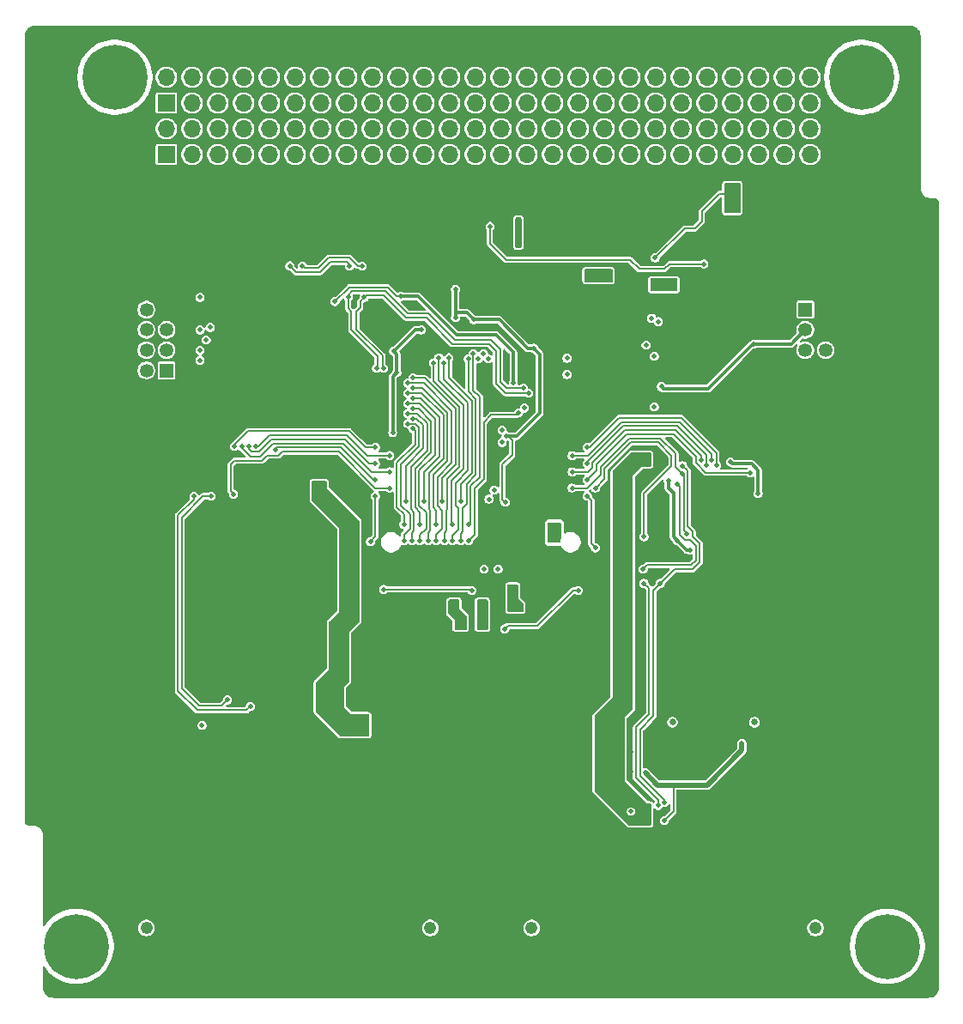
<source format=gbr>
%TF.GenerationSoftware,KiCad,Pcbnew,9.0.6*%
%TF.CreationDate,2025-11-19T17:48:12+01:00*%
%TF.ProjectId,Spino CS,5370696e-6f20-4435-932e-6b696361645f,v2.1*%
%TF.SameCoordinates,PX68e7780PY2faf080*%
%TF.FileFunction,Copper,L3,Inr*%
%TF.FilePolarity,Positive*%
%FSLAX46Y46*%
G04 Gerber Fmt 4.6, Leading zero omitted, Abs format (unit mm)*
G04 Created by KiCad (PCBNEW 9.0.6) date 2025-11-19 17:48:12*
%MOMM*%
%LPD*%
G01*
G04 APERTURE LIST*
%TA.AperFunction,ComponentPad*%
%ADD10C,6.400000*%
%TD*%
%TA.AperFunction,ComponentPad*%
%ADD11C,7.400000*%
%TD*%
%TA.AperFunction,ComponentPad*%
%ADD12R,1.350000X1.350000*%
%TD*%
%TA.AperFunction,ComponentPad*%
%ADD13C,1.350000*%
%TD*%
%TA.AperFunction,ComponentPad*%
%ADD14C,1.500000*%
%TD*%
%TA.AperFunction,ComponentPad*%
%ADD15R,1.700000X1.700000*%
%TD*%
%TA.AperFunction,ComponentPad*%
%ADD16O,1.700000X1.700000*%
%TD*%
%TA.AperFunction,ComponentPad*%
%ADD17C,1.240000*%
%TD*%
%TA.AperFunction,ViaPad*%
%ADD18C,0.500000*%
%TD*%
%TA.AperFunction,ViaPad*%
%ADD19C,0.650000*%
%TD*%
%TA.AperFunction,Conductor*%
%ADD20C,0.350000*%
%TD*%
%TA.AperFunction,Conductor*%
%ADD21C,0.200000*%
%TD*%
%TA.AperFunction,Conductor*%
%ADD22C,0.500000*%
%TD*%
G04 APERTURE END LIST*
D10*
%TO.N,Net-(C129-Pad1)*%
%TO.C,H2*%
X82550000Y-5080000D03*
%TD*%
D11*
%TO.N,GND*%
%TO.C,H8*%
X7500000Y-80000000D03*
%TD*%
D10*
%TO.N,Net-(C130-Pad1)*%
%TO.C,H3*%
X85090000Y-90810000D03*
%TD*%
D12*
%TO.N,VIN*%
%TO.C,J3*%
X77000000Y-28000000D03*
D13*
%TO.N,/OBC_I2C_CAN_PWR*%
X77000000Y-30000000D03*
%TO.N,/OBC_I2C_SCL_CAN_H*%
X77000000Y-32000000D03*
%TO.N,GND*%
X79000000Y-28000000D03*
X79000000Y-30000000D03*
%TO.N,/OBC_I2C_SDA_CAN_L*%
X79000000Y-32000000D03*
D14*
%TO.N,GND*%
X79500000Y-34250000D03*
X84250000Y-34250000D03*
X79500000Y-25750000D03*
X84250000Y-25750000D03*
%TD*%
D15*
%TO.N,unconnected-(J2-Pin_1-Pad1)*%
%TO.C,J2*%
X13970000Y-7620000D03*
D16*
%TO.N,unconnected-(J2-Pin_2-Pad2)*%
X13970000Y-5080000D03*
%TO.N,unconnected-(J2-Pin_3-Pad3)*%
X16510000Y-7620000D03*
%TO.N,unconnected-(J2-Pin_4-Pad4)*%
X16510000Y-5080000D03*
%TO.N,unconnected-(J2-Pin_5-Pad5)*%
X19050000Y-7620000D03*
%TO.N,unconnected-(J2-Pin_6-Pad6)*%
X19050000Y-5080000D03*
%TO.N,unconnected-(J2-Pin_7-Pad7)*%
X21590000Y-7620000D03*
%TO.N,unconnected-(J2-Pin_8-Pad8)*%
X21590000Y-5080000D03*
%TO.N,unconnected-(J2-Pin_9-Pad9)*%
X24130000Y-7620000D03*
%TO.N,unconnected-(J2-Pin_10-Pad10)*%
X24130000Y-5080000D03*
%TO.N,unconnected-(J2-Pin_11-Pad11)*%
X26670000Y-7620000D03*
%TO.N,unconnected-(J2-Pin_12-Pad12)*%
X26670000Y-5080000D03*
%TO.N,unconnected-(J2-Pin_13-Pad13)*%
X29210000Y-7620000D03*
%TO.N,unconnected-(J2-Pin_14-Pad14)*%
X29210000Y-5080000D03*
%TO.N,unconnected-(J2-Pin_15-Pad15)*%
X31750000Y-7620000D03*
%TO.N,unconnected-(J2-Pin_16-Pad16)*%
X31750000Y-5080000D03*
%TO.N,unconnected-(J2-Pin_17-Pad17)*%
X34290000Y-7620000D03*
%TO.N,unconnected-(J2-Pin_18-Pad18)*%
X34290000Y-5080000D03*
%TO.N,unconnected-(J2-Pin_19-Pad19)*%
X36830000Y-7620000D03*
%TO.N,unconnected-(J2-Pin_20-Pad20)*%
X36830000Y-5080000D03*
%TO.N,unconnected-(J2-Pin_21-Pad21)*%
X39370000Y-7620000D03*
%TO.N,unconnected-(J2-Pin_22-Pad22)*%
X39370000Y-5080000D03*
%TO.N,unconnected-(J2-Pin_23-Pad23)*%
X41910000Y-7620000D03*
%TO.N,unconnected-(J2-Pin_24-Pad24)*%
X41910000Y-5080000D03*
%TO.N,unconnected-(J2-Pin_25-Pad25)*%
X44450000Y-7620000D03*
%TO.N,unconnected-(J2-Pin_26-Pad26)*%
X44450000Y-5080000D03*
%TO.N,unconnected-(J2-Pin_27-Pad27)*%
X46990000Y-7620000D03*
%TO.N,unconnected-(J2-Pin_28-Pad28)*%
X46990000Y-5080000D03*
%TO.N,unconnected-(J2-Pin_29-Pad29)*%
X49530000Y-7620000D03*
%TO.N,unconnected-(J2-Pin_30-Pad30)*%
X49530000Y-5080000D03*
%TO.N,unconnected-(J2-Pin_31-Pad31)*%
X52070000Y-7620000D03*
%TO.N,unconnected-(J2-Pin_32-Pad32)*%
X52070000Y-5080000D03*
%TO.N,unconnected-(J2-Pin_33-Pad33)*%
X54610000Y-7620000D03*
%TO.N,unconnected-(J2-Pin_34-Pad34)*%
X54610000Y-5080000D03*
%TO.N,unconnected-(J2-Pin_35-Pad35)*%
X57150000Y-7620000D03*
%TO.N,unconnected-(J2-Pin_36-Pad36)*%
X57150000Y-5080000D03*
%TO.N,unconnected-(J2-Pin_37-Pad37)*%
X59690000Y-7620000D03*
%TO.N,unconnected-(J2-Pin_38-Pad38)*%
X59690000Y-5080000D03*
%TO.N,unconnected-(J2-Pin_39-Pad39)*%
X62230000Y-7620000D03*
%TO.N,unconnected-(J2-Pin_40-Pad40)*%
X62230000Y-5080000D03*
%TO.N,unconnected-(J2-Pin_41-Pad41)*%
X64770000Y-7620000D03*
%TO.N,unconnected-(J2-Pin_42-Pad42)*%
X64770000Y-5080000D03*
%TO.N,unconnected-(J2-Pin_43-Pad43)*%
X67310000Y-7620000D03*
%TO.N,unconnected-(J2-Pin_44-Pad44)*%
X67310000Y-5080000D03*
%TO.N,unconnected-(J2-Pin_45-Pad45)*%
X69850000Y-7620000D03*
%TO.N,unconnected-(J2-Pin_46-Pad46)*%
X69850000Y-5080000D03*
%TO.N,unconnected-(J2-Pin_47-Pad47)*%
X72390000Y-7620000D03*
%TO.N,unconnected-(J2-Pin_48-Pad48)*%
X72390000Y-5080000D03*
%TO.N,unconnected-(J2-Pin_49-Pad49)*%
X74930000Y-7620000D03*
%TO.N,unconnected-(J2-Pin_50-Pad50)*%
X74930000Y-5080000D03*
%TO.N,unconnected-(J2-Pin_51-Pad51)*%
X77470000Y-7620000D03*
%TO.N,unconnected-(J2-Pin_52-Pad52)*%
X77470000Y-5080000D03*
%TD*%
D11*
%TO.N,GND*%
%TO.C,H5*%
X7500000Y-20000000D03*
%TD*%
D15*
%TO.N,unconnected-(J1-Pin_1-Pad1)*%
%TO.C,J1*%
X13970000Y-12700000D03*
D16*
%TO.N,unconnected-(J1-Pin_2-Pad2)*%
X13970000Y-10160000D03*
%TO.N,unconnected-(J1-Pin_3-Pad3)*%
X16510000Y-12700000D03*
%TO.N,unconnected-(J1-Pin_4-Pad4)*%
X16510000Y-10160000D03*
%TO.N,unconnected-(J1-Pin_5-Pad5)*%
X19050000Y-12700000D03*
%TO.N,unconnected-(J1-Pin_6-Pad6)*%
X19050000Y-10160000D03*
%TO.N,unconnected-(J1-Pin_7-Pad7)*%
X21590000Y-12700000D03*
%TO.N,unconnected-(J1-Pin_8-Pad8)*%
X21590000Y-10160000D03*
%TO.N,unconnected-(J1-Pin_9-Pad9)*%
X24130000Y-12700000D03*
%TO.N,unconnected-(J1-Pin_10-Pad10)*%
X24130000Y-10160000D03*
%TO.N,unconnected-(J1-Pin_11-Pad11)*%
X26670000Y-12700000D03*
%TO.N,unconnected-(J1-Pin_12-Pad12)*%
X26670000Y-10160000D03*
%TO.N,unconnected-(J1-Pin_13-Pad13)*%
X29210000Y-12700000D03*
%TO.N,unconnected-(J1-Pin_14-Pad14)*%
X29210000Y-10160000D03*
%TO.N,unconnected-(J1-Pin_15-Pad15)*%
X31750000Y-12700000D03*
%TO.N,unconnected-(J1-Pin_16-Pad16)*%
X31750000Y-10160000D03*
%TO.N,unconnected-(J1-Pin_17-Pad17)*%
X34290000Y-12700000D03*
%TO.N,unconnected-(J1-Pin_18-Pad18)*%
X34290000Y-10160000D03*
%TO.N,unconnected-(J1-Pin_19-Pad19)*%
X36830000Y-12700000D03*
%TO.N,unconnected-(J1-Pin_20-Pad20)*%
X36830000Y-10160000D03*
%TO.N,unconnected-(J1-Pin_21-Pad21)*%
X39370000Y-12700000D03*
%TO.N,unconnected-(J1-Pin_22-Pad22)*%
X39370000Y-10160000D03*
%TO.N,unconnected-(J1-Pin_23-Pad23)*%
X41910000Y-12700000D03*
%TO.N,unconnected-(J1-Pin_24-Pad24)*%
X41910000Y-10160000D03*
%TO.N,unconnected-(J1-Pin_25-Pad25)*%
X44450000Y-12700000D03*
%TO.N,unconnected-(J1-Pin_26-Pad26)*%
X44450000Y-10160000D03*
%TO.N,unconnected-(J1-Pin_27-Pad27)*%
X46990000Y-12700000D03*
%TO.N,unconnected-(J1-Pin_28-Pad28)*%
X46990000Y-10160000D03*
%TO.N,unconnected-(J1-Pin_29-Pad29)*%
X49530000Y-12700000D03*
%TO.N,unconnected-(J1-Pin_30-Pad30)*%
X49530000Y-10160000D03*
%TO.N,unconnected-(J1-Pin_31-Pad31)*%
X52070000Y-12700000D03*
%TO.N,unconnected-(J1-Pin_32-Pad32)*%
X52070000Y-10160000D03*
%TO.N,unconnected-(J1-Pin_33-Pad33)*%
X54610000Y-12700000D03*
%TO.N,unconnected-(J1-Pin_34-Pad34)*%
X54610000Y-10160000D03*
%TO.N,unconnected-(J1-Pin_35-Pad35)*%
X57150000Y-12700000D03*
%TO.N,unconnected-(J1-Pin_36-Pad36)*%
X57150000Y-10160000D03*
%TO.N,unconnected-(J1-Pin_37-Pad37)*%
X59690000Y-12700000D03*
%TO.N,unconnected-(J1-Pin_38-Pad38)*%
X59690000Y-10160000D03*
%TO.N,unconnected-(J1-Pin_39-Pad39)*%
X62230000Y-12700000D03*
%TO.N,unconnected-(J1-Pin_40-Pad40)*%
X62230000Y-10160000D03*
%TO.N,unconnected-(J1-Pin_41-Pad41)*%
X64770000Y-12700000D03*
%TO.N,unconnected-(J1-Pin_42-Pad42)*%
X64770000Y-10160000D03*
%TO.N,unconnected-(J1-Pin_43-Pad43)*%
X67310000Y-12700000D03*
%TO.N,unconnected-(J1-Pin_44-Pad44)*%
X67310000Y-10160000D03*
%TO.N,unconnected-(J1-Pin_45-Pad45)*%
X69850000Y-12700000D03*
%TO.N,unconnected-(J1-Pin_46-Pad46)*%
X69850000Y-10160000D03*
%TO.N,unconnected-(J1-Pin_47-Pad47)*%
X72390000Y-12700000D03*
%TO.N,unconnected-(J1-Pin_48-Pad48)*%
X72390000Y-10160000D03*
%TO.N,unconnected-(J1-Pin_49-Pad49)*%
X74930000Y-12700000D03*
%TO.N,unconnected-(J1-Pin_50-Pad50)*%
X74930000Y-10160000D03*
%TO.N,unconnected-(J1-Pin_51-Pad51)*%
X77470000Y-12700000D03*
%TO.N,unconnected-(J1-Pin_52-Pad52)*%
X77470000Y-10160000D03*
%TD*%
D11*
%TO.N,GND*%
%TO.C,H6*%
X82500000Y-20000000D03*
%TD*%
%TO.N,GND*%
%TO.C,H7*%
X82500000Y-80000000D03*
%TD*%
D10*
%TO.N,Net-(C128-Pad1)*%
%TO.C,H1*%
X8890000Y-5080000D03*
%TD*%
%TO.N,Net-(C131-Pad1)*%
%TO.C,H4*%
X5080000Y-90810000D03*
%TD*%
D12*
%TO.N,VCC_MCU*%
%TO.C,J4*%
X14000000Y-34000000D03*
D13*
%TO.N,Net-(J4-Pin_2)*%
X14000000Y-32000000D03*
%TO.N,Net-(J4-Pin_3)*%
X14000000Y-30000000D03*
%TO.N,GND*%
X14000000Y-28000000D03*
%TO.N,Net-(J4-Pin_5)*%
X12000000Y-34000000D03*
%TO.N,Net-(J4-Pin_6)*%
X12000000Y-32000000D03*
%TO.N,Net-(J4-Pin_7)*%
X12000000Y-30000000D03*
%TO.N,Net-(J4-Pin_8)*%
X12000000Y-28000000D03*
D14*
%TO.N,GND*%
X11500000Y-25750000D03*
X6750000Y-25750000D03*
X11500000Y-36250000D03*
X6750000Y-36250000D03*
%TD*%
D17*
%TO.N,/UHF Duplexer/MAIN_VHF*%
%TO.C,J8*%
X78000000Y-89000000D03*
%TO.N,GND*%
X79270000Y-90270000D03*
X79270000Y-87730000D03*
X76730000Y-90270000D03*
X76730000Y-87730000D03*
%TD*%
%TO.N,/VHF Duplexer/MAIN_UHF*%
%TO.C,J6*%
X12000000Y-89000000D03*
%TO.N,GND*%
X10730000Y-87730000D03*
X10730000Y-90270000D03*
X13270000Y-87730000D03*
X13270000Y-90270000D03*
%TD*%
%TO.N,/UHF Duplexer/VHF_ANTENNA*%
%TO.C,J9*%
X50000000Y-89000000D03*
%TO.N,GND*%
X48730000Y-90270000D03*
X51270000Y-90270000D03*
X48730000Y-87730000D03*
X51270000Y-87730000D03*
%TD*%
%TO.N,/VHF Duplexer/UHF_ANTENNA*%
%TO.C,J7*%
X40000000Y-89000000D03*
%TO.N,GND*%
X38730000Y-90270000D03*
X41270000Y-90270000D03*
X38730000Y-87730000D03*
X41270000Y-87730000D03*
%TD*%
D18*
%TO.N,GND*%
X34000000Y-80000000D03*
X45400000Y-50000000D03*
X48500000Y-72300000D03*
X43000000Y-75000000D03*
X19000000Y-29900000D03*
X35300000Y-35600000D03*
X14500000Y-17500000D03*
X82000000Y-60000000D03*
X4000000Y-40000000D03*
X50500000Y-16500000D03*
X63400000Y-67450000D03*
X60500000Y-30000000D03*
X86500000Y-57500000D03*
X45000000Y-24250000D03*
X40000000Y-75000000D03*
X84550000Y-95140000D03*
X12750000Y-750000D03*
X53500000Y-67200000D03*
X41500000Y-22500000D03*
X72000000Y-87650000D03*
X26400000Y-42550000D03*
X18000000Y-87650000D03*
X41350000Y-86550000D03*
X39700000Y-73600000D03*
X10750000Y-750000D03*
X11500000Y-12500000D03*
X37000000Y-65000000D03*
X46000000Y-85000000D03*
X10000000Y-25000000D03*
X73150000Y-81900000D03*
X10000000Y-60000000D03*
X10000000Y-75000000D03*
X33350000Y-90350000D03*
X52000000Y-15100000D03*
X46000000Y-65000000D03*
X59800000Y-68400000D03*
X44500000Y-82500000D03*
X65100000Y-64350000D03*
X17850000Y-61100000D03*
X27350000Y-58950000D03*
X14500000Y-2500000D03*
X14500000Y-42500000D03*
X73550000Y-55300000D03*
X62500000Y-92500000D03*
X17500000Y-37500000D03*
X67800000Y-87650000D03*
X4000000Y-55000000D03*
X71400000Y-70050000D03*
X65850000Y-90350000D03*
X44550000Y-95140000D03*
X750000Y-76750000D03*
X81400000Y-10000000D03*
X73050000Y-76150000D03*
X10000000Y-35000000D03*
X65550000Y-78650000D03*
X66000000Y-48000000D03*
X70750000Y-750000D03*
X77500000Y-2500000D03*
X37000000Y-30000000D03*
X34400000Y-85350000D03*
X22800000Y-82650000D03*
X83500000Y-62500000D03*
X83500000Y-72500000D03*
X22000000Y-15000000D03*
X24900000Y-85350000D03*
X59800000Y-77500000D03*
X8500000Y-57500000D03*
X68050000Y-56950000D03*
X56400000Y-67200000D03*
X27350000Y-61200000D03*
X76250000Y-51000000D03*
X73550000Y-56700000D03*
X16000000Y-65000000D03*
X68500000Y-2500000D03*
X48750000Y-85150000D03*
X76000000Y-75000000D03*
X17850000Y-52650000D03*
X66350000Y-59650000D03*
X50750000Y-750000D03*
X32500000Y-72300000D03*
X34000000Y-65000000D03*
X74050000Y-47650000D03*
X2500000Y-42500000D03*
X27350000Y-57550000D03*
X65000000Y-70800000D03*
X23500000Y-2500000D03*
X14750000Y-750000D03*
X80500000Y-32500000D03*
X41300000Y-57500000D03*
X43000000Y-90000000D03*
X24750000Y-750000D03*
X38500000Y-27500000D03*
X18350000Y-75550000D03*
X37000000Y-39500000D03*
X64050000Y-64900000D03*
X4000000Y-65000000D03*
X17850000Y-65000000D03*
X75600000Y-83300000D03*
X25950000Y-65750000D03*
X66550000Y-95140000D03*
X2750000Y-750000D03*
X71500000Y-2500000D03*
X74500000Y-72500000D03*
X23550000Y-75550000D03*
X5500000Y-2500000D03*
X76250000Y-61500000D03*
X21000000Y-71650000D03*
X71500000Y-62500000D03*
X20400000Y-42500000D03*
X27350000Y-53450000D03*
X37900000Y-72300000D03*
X750000Y-14750000D03*
X27200000Y-64000000D03*
X750000Y-10750000D03*
X76250000Y-60800000D03*
X750000Y-66750000D03*
X62850000Y-67850000D03*
X17750000Y-50150000D03*
X22000000Y-29900000D03*
X73000000Y-25000000D03*
X74800000Y-90350000D03*
X23500000Y-92500000D03*
X74750000Y-84500000D03*
X86750000Y-750000D03*
X66150000Y-78850000D03*
X73550000Y-51500000D03*
X53600000Y-49600000D03*
X76000000Y-20000000D03*
X67000000Y-45000000D03*
X54500000Y-87650000D03*
X88000000Y-80000000D03*
X14150000Y-77300000D03*
X4000000Y-70000000D03*
X64000000Y-15000000D03*
X53800000Y-87650000D03*
X73000000Y-44700000D03*
X20050000Y-46650000D03*
X29900000Y-87650000D03*
X80500000Y-57500000D03*
X73550000Y-58800000D03*
X750000Y-6750000D03*
X18700000Y-50750000D03*
X36000000Y-41000000D03*
X52000000Y-33400000D03*
X24650000Y-59100000D03*
X62750000Y-750000D03*
X53500000Y-57500000D03*
X11500000Y-37500000D03*
X82750000Y-750000D03*
X30500000Y-82650000D03*
X64400000Y-82650000D03*
X46000000Y-75000000D03*
X18550000Y-95140000D03*
X750000Y-58750000D03*
X14150000Y-72400000D03*
X14150000Y-73100000D03*
X69950000Y-51350000D03*
X18000000Y-51950000D03*
X40000000Y-20000000D03*
X82000000Y-15000000D03*
X14150000Y-73800000D03*
X60300000Y-27500000D03*
X25000000Y-20000000D03*
X20500000Y-2500000D03*
X30600000Y-87650000D03*
X66850000Y-78850000D03*
X49000000Y-75000000D03*
X750000Y-40750000D03*
X31000000Y-30000000D03*
X17850000Y-63600000D03*
X61500000Y-87650000D03*
X65000000Y-71700000D03*
X83500000Y-87100000D03*
X69000000Y-46000000D03*
X17950000Y-71500000D03*
X21000000Y-44500000D03*
X69900000Y-87650000D03*
X12000000Y-90350000D03*
X86500000Y-12500000D03*
X20550000Y-72150000D03*
X66000000Y-21100000D03*
X39700000Y-72300000D03*
X89420000Y-24250000D03*
X50500000Y-2500000D03*
X19000000Y-20000000D03*
X85000000Y-75000000D03*
X82550000Y-95140000D03*
X26950000Y-64650000D03*
X16000000Y-35000000D03*
X35300000Y-37400000D03*
X53900000Y-72300000D03*
X23600000Y-90350000D03*
X89420000Y-56250000D03*
X72750000Y-85350000D03*
X10000000Y-30000000D03*
X65850000Y-72500000D03*
X71300000Y-90350000D03*
X20550000Y-52900000D03*
X36000000Y-90350000D03*
X85000000Y-30000000D03*
X23500000Y-22500000D03*
X22950000Y-70150000D03*
X33300000Y-82650000D03*
X750000Y-28750000D03*
X51350000Y-86700000D03*
X89420000Y-80250000D03*
X38500000Y-22500000D03*
X71500000Y-72500000D03*
X88000000Y-75000000D03*
X37900000Y-58600000D03*
X89420000Y-74250000D03*
X65700000Y-87650000D03*
X47500000Y-82500000D03*
X20750000Y-750000D03*
X56500000Y-92500000D03*
X23600000Y-87650000D03*
X24650000Y-55600000D03*
X14150000Y-81900000D03*
X73550000Y-62800000D03*
X88000000Y-85000000D03*
X21000000Y-43500000D03*
X40550000Y-95140000D03*
X70000000Y-45000000D03*
X66750000Y-67350000D03*
X47500000Y-67500000D03*
X82000000Y-65000000D03*
X68150000Y-67350000D03*
X88000000Y-17000000D03*
X75800000Y-68400000D03*
X84300000Y-85000000D03*
X22250000Y-52350000D03*
X56600000Y-87650000D03*
X31900000Y-82650000D03*
X44500000Y-28300000D03*
X22550000Y-95140000D03*
X7000000Y-15000000D03*
X750000Y-36750000D03*
X88000000Y-65000000D03*
X89420000Y-30250000D03*
X5500000Y-67500000D03*
X49350000Y-83900000D03*
X88000000Y-20000000D03*
X19550000Y-60550000D03*
X17050000Y-52300000D03*
X65550000Y-78000000D03*
X17500000Y-68300000D03*
X89420000Y-40250000D03*
X34550000Y-95140000D03*
X59400000Y-87650000D03*
X60500000Y-54200000D03*
X30250000Y-55300000D03*
X64150000Y-70800000D03*
X66000000Y-32500000D03*
X750000Y-8750000D03*
X72000000Y-90350000D03*
X80500000Y-67500000D03*
X27350000Y-52800000D03*
X89420000Y-32250000D03*
X36100000Y-82650000D03*
X56750000Y-750000D03*
X29500000Y-62500000D03*
X53900000Y-58600000D03*
X41500000Y-27500000D03*
X10650000Y-89000000D03*
X34000000Y-50000000D03*
X52650000Y-85350000D03*
X14500000Y-37500000D03*
X35400000Y-82650000D03*
X29700000Y-53450000D03*
X56500000Y-2500000D03*
X39700000Y-58600000D03*
X65500000Y-92500000D03*
X69300000Y-82650000D03*
X750000Y-60750000D03*
X32500000Y-67200000D03*
X65500000Y-27500000D03*
X71500000Y-92500000D03*
X23900000Y-63650000D03*
X26250000Y-66300000D03*
X26550000Y-95140000D03*
X86500000Y-37500000D03*
X2500000Y-47500000D03*
X26500000Y-65250000D03*
X49000000Y-26700000D03*
X33800000Y-39600000D03*
X39550000Y-83000000D03*
X6100000Y-86900000D03*
X6550000Y-95140000D03*
X41500000Y-92500000D03*
X750000Y-44750000D03*
X37000000Y-55000000D03*
X37350000Y-85350000D03*
X10000000Y-15000000D03*
X16600000Y-90350000D03*
X25000000Y-35000000D03*
X22000000Y-25000000D03*
X20000000Y-68300000D03*
X72150000Y-52450000D03*
X74300000Y-20300000D03*
X80500000Y-87500000D03*
X16850000Y-75400000D03*
X36900000Y-49800000D03*
X75150000Y-76150000D03*
X52000000Y-65000000D03*
X2500000Y-72500000D03*
X73150000Y-78850000D03*
X57500000Y-58600000D03*
X61000000Y-65000000D03*
X10000000Y-70000000D03*
X88000000Y-70000000D03*
X58800000Y-82650000D03*
X23800000Y-66350000D03*
X74150000Y-84950000D03*
X16850000Y-73150000D03*
X72250000Y-19400000D03*
X73550000Y-62100000D03*
X34000000Y-75000000D03*
X33500000Y-36500000D03*
X750000Y-68750000D03*
X20000000Y-69000000D03*
X52000000Y-20000000D03*
X15200000Y-87650000D03*
X74100000Y-90350000D03*
X24300000Y-87650000D03*
X73550000Y-52200000D03*
X750000Y-48750000D03*
X63300000Y-70800000D03*
X48300000Y-39000000D03*
X67900000Y-75900000D03*
X14500000Y-90350000D03*
X65850000Y-73350000D03*
X48500000Y-28400000D03*
X67450000Y-67350000D03*
X71300000Y-87650000D03*
X41250000Y-85150000D03*
X56100000Y-85350000D03*
X68500000Y-92500000D03*
X16000000Y-50000000D03*
X44500000Y-62500000D03*
X38600000Y-85850000D03*
X72050000Y-85350000D03*
X20500000Y-27500000D03*
X48750000Y-750000D03*
X41500000Y-59900000D03*
X16000000Y-60000000D03*
X83500000Y-47500000D03*
X61600000Y-82650000D03*
X64150000Y-73350000D03*
X40000000Y-80000000D03*
X40150000Y-83400000D03*
X67800000Y-52850000D03*
X40000000Y-15000000D03*
X89420000Y-26250000D03*
X74800000Y-87650000D03*
X13000000Y-15000000D03*
X76250000Y-53800000D03*
X36700000Y-90350000D03*
X26300000Y-48950000D03*
X31000000Y-25000000D03*
X23600000Y-46100000D03*
X2500000Y-77500000D03*
X750000Y-16750000D03*
X24650000Y-43050000D03*
X70150000Y-56950000D03*
X71500000Y-57500000D03*
X50400000Y-67200000D03*
X17700000Y-45000000D03*
X20550000Y-63700000D03*
X23500000Y-77500000D03*
X89420000Y-76250000D03*
X61000000Y-15000000D03*
X34800000Y-87650000D03*
X67000000Y-47000000D03*
X61000000Y-23400000D03*
X64150000Y-71700000D03*
X21800000Y-63750000D03*
X22450000Y-85350000D03*
X48650000Y-85850000D03*
X62900000Y-87650000D03*
X58700000Y-87650000D03*
X58600000Y-22500000D03*
X64750000Y-750000D03*
X76550000Y-95140000D03*
X59500000Y-2500000D03*
X46750000Y-750000D03*
X74500000Y-2500000D03*
X23500000Y-27500000D03*
X22200000Y-90350000D03*
X65550000Y-77300000D03*
X5500000Y-27500000D03*
X65850000Y-70800000D03*
X47500000Y-32500000D03*
X73000000Y-75000000D03*
X43700000Y-17500000D03*
X18700000Y-90350000D03*
X52000000Y-55700000D03*
X89420000Y-22250000D03*
X62550000Y-95140000D03*
X54600000Y-82650000D03*
X65550000Y-19000000D03*
X16000000Y-41000000D03*
X14150000Y-78000000D03*
X17300000Y-90350000D03*
X7000000Y-40000000D03*
X64050000Y-67350000D03*
X34400000Y-37400000D03*
X32700000Y-87650000D03*
X86500000Y-17500000D03*
X17850000Y-65700000D03*
X2500000Y-12500000D03*
X78000000Y-90350000D03*
X25600000Y-85350000D03*
X37000000Y-35000000D03*
X29100000Y-82650000D03*
X8500000Y-47500000D03*
X54800000Y-50000000D03*
X40000000Y-25000000D03*
X28000000Y-70100000D03*
X69900000Y-31000000D03*
X14150000Y-78700000D03*
X4000000Y-35000000D03*
X86500000Y-77500000D03*
X59900000Y-21100000D03*
X65000000Y-22000000D03*
X41000000Y-84500000D03*
X55900000Y-87650000D03*
X16000000Y-25000000D03*
X17500000Y-2500000D03*
X38750000Y-750000D03*
X55200000Y-87650000D03*
X53900000Y-82650000D03*
X16550000Y-95140000D03*
X25300000Y-66100000D03*
X89420000Y-48250000D03*
X53900000Y-73600000D03*
X14750000Y-83950000D03*
X69950000Y-85350000D03*
X80550000Y-95140000D03*
X79000000Y-75000000D03*
X32500000Y-2500000D03*
X48500000Y-73600000D03*
X37400000Y-90350000D03*
X27900000Y-43200000D03*
X70550000Y-52450000D03*
X1750000Y-78250000D03*
X4000000Y-15000000D03*
X29500000Y-72500000D03*
X28400000Y-26700000D03*
X38500000Y-92500000D03*
X50500000Y-92500000D03*
X49000000Y-35000000D03*
X68500000Y-37500000D03*
X87620000Y-8750000D03*
X14150000Y-75200000D03*
X24650000Y-61900000D03*
X49000000Y-80000000D03*
X65950000Y-85350000D03*
X34000000Y-15000000D03*
X72150000Y-53150000D03*
X76000000Y-70000000D03*
X52500000Y-82650000D03*
X82000000Y-70000000D03*
X38900000Y-82750000D03*
X42750000Y-750000D03*
X36750000Y-750000D03*
X70000000Y-15000000D03*
X57500000Y-45200000D03*
X70000000Y-82650000D03*
X19000000Y-35000000D03*
X35500000Y-77500000D03*
X23500000Y-37500000D03*
X68550000Y-95140000D03*
X26500000Y-17500000D03*
X86500000Y-67500000D03*
X13000000Y-25000000D03*
X8500000Y-42500000D03*
X89420000Y-52250000D03*
X62200000Y-87650000D03*
X15450000Y-69150000D03*
X28550000Y-95140000D03*
X20500000Y-57500000D03*
X23800000Y-46650000D03*
X53350000Y-85350000D03*
X19050000Y-47350000D03*
X15850000Y-84950000D03*
X58000000Y-87650000D03*
X41500000Y-72300000D03*
X57300000Y-87650000D03*
X67000000Y-30000000D03*
X16850000Y-81900000D03*
X72350000Y-76150000D03*
X2500000Y-37500000D03*
X27000000Y-85350000D03*
X18650000Y-85350000D03*
X750000Y-56750000D03*
X21750000Y-85350000D03*
X27000000Y-82650000D03*
X80500000Y-72500000D03*
X75850000Y-76150000D03*
X49000000Y-84500000D03*
X43000000Y-65000000D03*
X65000000Y-30900000D03*
X20550000Y-64400000D03*
X26400000Y-87650000D03*
X66700000Y-71700000D03*
X25550000Y-50000000D03*
X41350000Y-89000000D03*
X29500000Y-42550000D03*
X17500000Y-62500000D03*
X29900000Y-90350000D03*
X65000000Y-72500000D03*
X69450000Y-56950000D03*
X35500000Y-52500000D03*
X29300000Y-85350000D03*
X24950000Y-75550000D03*
X750000Y-26750000D03*
X26500000Y-22500000D03*
X85000000Y-70000000D03*
X34300000Y-59900000D03*
X38500000Y-57500000D03*
X88000000Y-45000000D03*
X66750000Y-64900000D03*
X74550000Y-95140000D03*
X20700000Y-82650000D03*
X20550000Y-72850000D03*
X19000000Y-25000000D03*
X27350000Y-62600000D03*
X46000000Y-15000000D03*
X5500000Y-32500000D03*
X24650000Y-57700000D03*
X33950000Y-36950000D03*
X18700000Y-87650000D03*
X70000000Y-47000000D03*
X73000000Y-19400000D03*
X53500000Y-77500000D03*
X71400000Y-82650000D03*
X28100000Y-47900000D03*
X50300000Y-59900000D03*
X35500000Y-92500000D03*
X17300000Y-71200000D03*
X64050000Y-56350000D03*
X60550000Y-95140000D03*
X70250000Y-67350000D03*
X14150000Y-75900000D03*
X75800000Y-82600000D03*
X24550000Y-63300000D03*
X11500000Y-52500000D03*
X74200000Y-69800000D03*
X76250000Y-56600000D03*
X72150000Y-55150000D03*
X62300000Y-46200000D03*
X45500000Y-37800000D03*
X5500000Y-72500000D03*
X74500000Y-37500000D03*
X63400000Y-90350000D03*
X10000000Y-45000000D03*
X66700000Y-73350000D03*
X56500000Y-47500000D03*
X22400000Y-66450000D03*
X64050000Y-59100000D03*
X70000000Y-60000000D03*
X26300000Y-85350000D03*
X59750000Y-71650000D03*
X40650000Y-83900000D03*
X75800000Y-25000000D03*
X86500000Y-47500000D03*
X64400000Y-59650000D03*
X66650000Y-85350000D03*
X18900000Y-60550000D03*
X27100000Y-87650000D03*
X46000000Y-70000000D03*
X8500000Y-12500000D03*
X64000000Y-24300000D03*
X750000Y-22750000D03*
X24750000Y-71450000D03*
X20100000Y-87650000D03*
X20800000Y-87650000D03*
X32600000Y-82650000D03*
X82000000Y-75000000D03*
X23000000Y-44500000D03*
X11500000Y-67500000D03*
X17900000Y-82650000D03*
X750000Y-54750000D03*
X32500000Y-73600000D03*
X82000000Y-50000000D03*
X38500000Y-2500000D03*
X2500000Y-22500000D03*
X32500000Y-27500000D03*
X89420000Y-90250000D03*
X54600000Y-30000000D03*
X51800000Y-82650000D03*
X60500000Y-57500000D03*
X10000000Y-85000000D03*
X57500000Y-50000000D03*
X37000000Y-75000000D03*
X22900000Y-90350000D03*
X50500000Y-30700000D03*
X65050000Y-59650000D03*
X55300000Y-82650000D03*
X76250000Y-51700000D03*
X44500000Y-67500000D03*
X34300000Y-58600000D03*
X14250000Y-71000000D03*
X54500000Y-90350000D03*
X22000000Y-60000000D03*
X7000000Y-70000000D03*
X63200000Y-33300000D03*
X16750000Y-750000D03*
X52750000Y-750000D03*
X2550000Y-80000000D03*
X47500000Y-87500000D03*
X22150000Y-75550000D03*
X51100000Y-82750000D03*
X76000000Y-15000000D03*
X53200000Y-82650000D03*
X73550000Y-59500000D03*
X8500000Y-27500000D03*
X750000Y-46750000D03*
X62500000Y-77700000D03*
X62300000Y-48400000D03*
X73100000Y-67300000D03*
X40000000Y-90350000D03*
X35300000Y-36500000D03*
X16000000Y-15000000D03*
X750000Y-50750000D03*
X56000000Y-82650000D03*
X20750000Y-75550000D03*
X64300000Y-87650000D03*
X88000000Y-60000000D03*
X32500000Y-59900000D03*
X58100000Y-82650000D03*
X54600000Y-34400000D03*
X47500000Y-17500000D03*
X72700000Y-90350000D03*
X54800000Y-75000000D03*
X89420000Y-78250000D03*
X71350000Y-85350000D03*
X47500000Y-37800000D03*
X21050000Y-85350000D03*
X17850000Y-74300000D03*
X33950000Y-36050000D03*
X750000Y-34750000D03*
X47700000Y-50000000D03*
X62700000Y-90350000D03*
X89420000Y-88250000D03*
X88550000Y-95140000D03*
X24650000Y-54900000D03*
X89420000Y-42250000D03*
X8500000Y-52500000D03*
X77500000Y-37500000D03*
X24300000Y-90350000D03*
X55200000Y-90350000D03*
X20500000Y-32500000D03*
X21000000Y-45500000D03*
X20700000Y-69700000D03*
X83500000Y-57500000D03*
X23100000Y-66350000D03*
X19500000Y-55850000D03*
X66300000Y-54250000D03*
X53800000Y-22500000D03*
X750000Y-42750000D03*
X20100000Y-90350000D03*
X42800000Y-20000000D03*
X8700000Y-92500000D03*
X64050000Y-54950000D03*
X28000000Y-30000000D03*
X4000000Y-45000000D03*
X52100000Y-73600000D03*
X19350000Y-46650000D03*
X45400000Y-50700000D03*
X2550000Y-95150000D03*
X22500000Y-63650000D03*
X48500000Y-59900000D03*
X63300000Y-72500000D03*
X8500000Y-62500000D03*
X29000000Y-55850000D03*
X26250000Y-70600000D03*
X20550000Y-95140000D03*
X72650000Y-47450000D03*
X19300000Y-69700000D03*
X13000000Y-85000000D03*
X61000000Y-60000000D03*
X63300000Y-73350000D03*
X89420000Y-84250000D03*
X31000000Y-20000000D03*
X63400000Y-50800000D03*
X68500000Y-87650000D03*
X58750000Y-750000D03*
X26500000Y-92500000D03*
X70000000Y-46000000D03*
X73550000Y-65300000D03*
X65100000Y-82650000D03*
X37600000Y-87650000D03*
X60050000Y-85350000D03*
X78000000Y-87650000D03*
X52400000Y-87650000D03*
X60750000Y-85350000D03*
X43000000Y-80000000D03*
X11500000Y-82500000D03*
X41500000Y-77500000D03*
X70000000Y-19500000D03*
X79000000Y-45000000D03*
X750000Y-2750000D03*
X85000000Y-15000000D03*
X23500000Y-82650000D03*
X56800000Y-85350000D03*
X88000000Y-25000000D03*
X20500000Y-22500000D03*
X69000000Y-47000000D03*
X55300000Y-20000000D03*
X62700000Y-52500000D03*
X55000000Y-80000000D03*
X89420000Y-50250000D03*
X4000000Y-10000000D03*
X54750000Y-750000D03*
X15900000Y-90350000D03*
X89420000Y-38250000D03*
X38200000Y-82650000D03*
X7000000Y-60000000D03*
X75850000Y-77550000D03*
X66550000Y-90350000D03*
X68500000Y-41500000D03*
X60750000Y-750000D03*
X68750000Y-750000D03*
X18000000Y-50750000D03*
X10000000Y-50000000D03*
X77500000Y-17500000D03*
X63350000Y-85350000D03*
X18000000Y-66400000D03*
X24350000Y-70150000D03*
X50300000Y-73600000D03*
X73000000Y-35000000D03*
X62500000Y-27500000D03*
X69900000Y-90350000D03*
X37000000Y-80000000D03*
X53100000Y-90350000D03*
X81200000Y-90000000D03*
X37000000Y-20000000D03*
X35500000Y-47500000D03*
X70600000Y-87650000D03*
X65500000Y-2500000D03*
X50450000Y-83000000D03*
X82000000Y-25000000D03*
X73500000Y-70000000D03*
X65500000Y-37500000D03*
X86500000Y-72500000D03*
X86500000Y-82500000D03*
X68750000Y-56950000D03*
X82000000Y-55000000D03*
X68500000Y-57500000D03*
X8500000Y-32500000D03*
X71500000Y-17500000D03*
X46000000Y-90000000D03*
X21400000Y-82650000D03*
X89420000Y-34250000D03*
X52100000Y-59900000D03*
X18000000Y-90350000D03*
X32550000Y-95140000D03*
X72100000Y-70050000D03*
X7600000Y-85000000D03*
X57500000Y-60000000D03*
X57500000Y-55000000D03*
X80500000Y-62500000D03*
X16850000Y-74700000D03*
X47600000Y-53100000D03*
X24500000Y-46650000D03*
X24900000Y-72850000D03*
X34750000Y-750000D03*
X17900000Y-42000000D03*
X76250000Y-57300000D03*
X86550000Y-95140000D03*
X34000000Y-30000000D03*
X65000000Y-73350000D03*
X63300000Y-74150000D03*
X2500000Y-17500000D03*
X38500000Y-77500000D03*
X79000000Y-55000000D03*
X4000000Y-30000000D03*
X62000000Y-90350000D03*
X20550000Y-55300000D03*
X19400000Y-87650000D03*
X73000000Y-15000000D03*
X89420000Y-44250000D03*
X29500000Y-57500000D03*
X19050000Y-48050000D03*
X68500000Y-75000000D03*
X66750000Y-59100000D03*
X21600000Y-52350000D03*
X22900000Y-87650000D03*
X43800000Y-60100000D03*
X70750000Y-55150000D03*
X11500000Y-42500000D03*
X26750000Y-750000D03*
X2500000Y-27500000D03*
X45100000Y-46100000D03*
X18850000Y-55850000D03*
X86500000Y-52500000D03*
X42550000Y-95140000D03*
X73400000Y-90350000D03*
X65000000Y-22900000D03*
X69200000Y-90350000D03*
X68000000Y-49000000D03*
X34000000Y-20000000D03*
X71050000Y-78850000D03*
X28850000Y-57300000D03*
X76250000Y-55900000D03*
X34850000Y-36050000D03*
X64900000Y-54250000D03*
X17250000Y-85350000D03*
X20500000Y-92500000D03*
X27350000Y-63300000D03*
X82000000Y-40000000D03*
X38500000Y-67200000D03*
X30750000Y-750000D03*
X66750000Y-750000D03*
X76250000Y-67100000D03*
X75850000Y-76850000D03*
X24650000Y-60500000D03*
X76750000Y-750000D03*
X65000000Y-74150000D03*
X750000Y-24750000D03*
X33500000Y-57500000D03*
X68000000Y-20000000D03*
X30550000Y-95140000D03*
X16850000Y-76800000D03*
X65000000Y-21100000D03*
X72800000Y-82550000D03*
X17950000Y-85350000D03*
X67200000Y-82650000D03*
X30250000Y-54600000D03*
X68000000Y-48000000D03*
X43000000Y-55000000D03*
X35500000Y-87650000D03*
X83500000Y-37500000D03*
X34000000Y-55000000D03*
X14500000Y-62500000D03*
X33700000Y-85350000D03*
X24000000Y-52300000D03*
X32500000Y-38100000D03*
X75850000Y-78250000D03*
X26300000Y-82650000D03*
X82000000Y-30000000D03*
X44500000Y-77500000D03*
X65850000Y-71700000D03*
X28750000Y-60000000D03*
X89420000Y-70250000D03*
X71650000Y-67350000D03*
X77500000Y-22500000D03*
X62300000Y-82650000D03*
X16850000Y-81200000D03*
X16850000Y-77500000D03*
X16850000Y-71750000D03*
X71500000Y-19400000D03*
X28000000Y-35000000D03*
X11500000Y-77500000D03*
X45000000Y-24900000D03*
X58000000Y-15000000D03*
X55700000Y-58600000D03*
X11500000Y-62500000D03*
X14500000Y-57400000D03*
X2550000Y-82000000D03*
X86500000Y-42500000D03*
X24550000Y-66300000D03*
X63200000Y-32000000D03*
X69000000Y-45000000D03*
X68100000Y-32500000D03*
X11500000Y-57500000D03*
X750000Y-72750000D03*
X10550000Y-95140000D03*
X76050000Y-49600000D03*
X18250000Y-60550000D03*
X28600000Y-85350000D03*
X7000000Y-35000000D03*
X2500000Y-52500000D03*
X85000000Y-45000000D03*
X24650000Y-56300000D03*
X2500000Y-87500000D03*
X60800000Y-87650000D03*
X83500000Y-67500000D03*
X52000000Y-56400000D03*
X70750000Y-19400000D03*
X37000000Y-15000000D03*
X54600000Y-25000000D03*
X80500000Y-92500000D03*
X28000000Y-75000000D03*
X67400000Y-19000000D03*
X78550000Y-95140000D03*
X45700000Y-24900000D03*
X32500000Y-47500000D03*
X34300000Y-73600000D03*
X66000000Y-49000000D03*
X14500000Y-70300000D03*
X67900000Y-82650000D03*
X34400000Y-35600000D03*
X33500000Y-52000000D03*
X24500000Y-52800000D03*
X24200000Y-85350000D03*
X32500000Y-22500000D03*
X59750000Y-73600000D03*
X7000000Y-30000000D03*
X68250000Y-62500000D03*
X89420000Y-64250000D03*
X89420000Y-86250000D03*
X77500000Y-82500000D03*
X88000000Y-40000000D03*
X72350000Y-67350000D03*
X26500000Y-77500000D03*
X36100000Y-73600000D03*
X63700000Y-82650000D03*
X34850000Y-36950000D03*
X58000000Y-80000000D03*
X66000000Y-46000000D03*
X14500000Y-92500000D03*
X60300000Y-32200000D03*
X5500000Y-37500000D03*
X18600000Y-82650000D03*
X44400000Y-53100000D03*
X22900000Y-52350000D03*
X72800000Y-70050000D03*
X72550000Y-95140000D03*
X89420000Y-20250000D03*
X79000000Y-85000000D03*
X11500000Y-92500000D03*
X70750000Y-55850000D03*
X68550000Y-76150000D03*
X44500000Y-2500000D03*
X53000000Y-35600000D03*
X84750000Y-750000D03*
X14150000Y-81200000D03*
X32000000Y-87650000D03*
X10000000Y-65000000D03*
X20000000Y-82650000D03*
X27350000Y-58250000D03*
X65800000Y-76000000D03*
X75850000Y-78950000D03*
X17850000Y-73600000D03*
X64150000Y-72500000D03*
X66500000Y-82650000D03*
X76100000Y-67750000D03*
X16850000Y-72450000D03*
X86500000Y-62500000D03*
X31400000Y-85350000D03*
X24750000Y-72150000D03*
X29200000Y-90350000D03*
X34400000Y-36500000D03*
X26350000Y-73550000D03*
X67850000Y-51350000D03*
X68750000Y-20000000D03*
X2500000Y-67500000D03*
X19300000Y-82650000D03*
X750000Y-32750000D03*
X32500000Y-77500000D03*
X17500000Y-27500000D03*
X70000000Y-49000000D03*
X89420000Y-72250000D03*
X17500000Y-57500000D03*
X61000000Y-45500000D03*
X68000000Y-45000000D03*
X19350000Y-44550000D03*
X750000Y-74750000D03*
X22000000Y-45500000D03*
X79000000Y-15000000D03*
X89420000Y-68250000D03*
X49900000Y-32500000D03*
X68950000Y-78850000D03*
X54050000Y-85350000D03*
X23500000Y-57400000D03*
X43000000Y-70000000D03*
X76250000Y-65000000D03*
X60200000Y-82650000D03*
X28400000Y-82650000D03*
X28750000Y-750000D03*
X52100000Y-58600000D03*
X50300000Y-58600000D03*
X24650000Y-61200000D03*
X21500000Y-87650000D03*
X86500000Y-32500000D03*
X11500000Y-47500000D03*
X75000000Y-20300000D03*
X76250000Y-58000000D03*
X14150000Y-76600000D03*
X17850000Y-64300000D03*
X750000Y-4750000D03*
X74100000Y-87650000D03*
X750000Y-18750000D03*
X31700000Y-39300000D03*
X27350000Y-60500000D03*
X54550000Y-95140000D03*
X65850000Y-74150000D03*
X73550000Y-54600000D03*
X67000000Y-60700000D03*
X88000000Y-50000000D03*
X66200000Y-19000000D03*
X74750000Y-750000D03*
X55700000Y-59900000D03*
X18350000Y-48050000D03*
X34700000Y-82650000D03*
X750000Y-62750000D03*
X46000000Y-80000000D03*
X27350000Y-61900000D03*
X45400000Y-49300000D03*
X37500000Y-82650000D03*
X85000000Y-40000000D03*
X26000000Y-47050000D03*
X50500000Y-77500000D03*
X41500000Y-2500000D03*
X750000Y-38750000D03*
X76250000Y-60100000D03*
X75800000Y-30000000D03*
X76250000Y-59400000D03*
X12550000Y-95140000D03*
X53800000Y-90350000D03*
X76250000Y-52400000D03*
X60100000Y-87650000D03*
X74500000Y-27500000D03*
X66000000Y-22000000D03*
X44600000Y-26700000D03*
X71350000Y-52450000D03*
X69950000Y-76150000D03*
X17750000Y-48400000D03*
X48650000Y-86550000D03*
X40000000Y-30000000D03*
X41350000Y-85850000D03*
X80500000Y-52500000D03*
X52550000Y-95140000D03*
X4000000Y-25000000D03*
X4000000Y-60000000D03*
X21300000Y-72850000D03*
X48600000Y-58600000D03*
X62550000Y-68450000D03*
X59500000Y-92500000D03*
X14200000Y-82600000D03*
X87620000Y-4750000D03*
X71750000Y-78850000D03*
X26500000Y-2500000D03*
X41500000Y-53100000D03*
X24550000Y-95140000D03*
X14150000Y-74500000D03*
X53700000Y-17600000D03*
X55000000Y-65000000D03*
X29100000Y-51450000D03*
X61400000Y-22500000D03*
X76250000Y-58700000D03*
X73550000Y-50800000D03*
X68500000Y-72500000D03*
X55700000Y-72300000D03*
X34300000Y-72300000D03*
X33500000Y-37400000D03*
X76000000Y-35000000D03*
X86500000Y-2500000D03*
X79000000Y-50000000D03*
X19300000Y-69000000D03*
X67000000Y-15000000D03*
X47000000Y-50700000D03*
X18200000Y-55850000D03*
X22000000Y-55000000D03*
X76250000Y-62200000D03*
X72700000Y-87650000D03*
X82000000Y-45000000D03*
X75700000Y-48950000D03*
X76250000Y-64300000D03*
X68600000Y-82650000D03*
X21150000Y-64000000D03*
X47500000Y-72500000D03*
X31200000Y-82650000D03*
X59000000Y-90350000D03*
X24650000Y-57000000D03*
X4750000Y-750000D03*
X51350000Y-85900000D03*
X36100000Y-59900000D03*
X89420000Y-82250000D03*
X750000Y-52750000D03*
X48650000Y-89000000D03*
X35100000Y-85350000D03*
X29500000Y-17500000D03*
X32500000Y-92500000D03*
X69450000Y-70850000D03*
X65500000Y-62500000D03*
X20500000Y-77500000D03*
X87620000Y-2750000D03*
X27200000Y-52150000D03*
X27450000Y-90350000D03*
X16850000Y-76100000D03*
X87620000Y-6750000D03*
X23000000Y-45500000D03*
X20500000Y-17500000D03*
X17500000Y-22500000D03*
X67000000Y-48000000D03*
X24650000Y-62600000D03*
X25000000Y-25000000D03*
X69000000Y-48000000D03*
X17850000Y-72900000D03*
X72100000Y-82650000D03*
X65750000Y-64350000D03*
X89420000Y-54250000D03*
X80500000Y-27500000D03*
X36100000Y-58600000D03*
X17850000Y-75000000D03*
X6750000Y-750000D03*
X14550000Y-95140000D03*
X11500000Y-22500000D03*
X56000000Y-40500000D03*
X53500000Y-31400000D03*
X89420000Y-46250000D03*
X79000000Y-40000000D03*
X64200000Y-54250000D03*
X23650000Y-70150000D03*
X45000000Y-23550000D03*
X73550000Y-53900000D03*
X67000000Y-54250000D03*
X67000000Y-49000000D03*
X69200000Y-87650000D03*
X52400000Y-90350000D03*
X73550000Y-56000000D03*
X52000000Y-25000000D03*
X17200000Y-82550000D03*
X22050000Y-72850000D03*
X68250000Y-78850000D03*
X16000000Y-20000000D03*
X58550000Y-95140000D03*
X32650000Y-90350000D03*
X13000000Y-20000000D03*
X69950000Y-52050000D03*
X55000000Y-15100000D03*
X22000000Y-35000000D03*
X85000000Y-50000000D03*
X56500000Y-57500000D03*
X17300000Y-87650000D03*
X53500000Y-2500000D03*
X58300000Y-90350000D03*
X41500000Y-67200000D03*
X68850000Y-67350000D03*
X7000000Y-55000000D03*
X56550000Y-95140000D03*
X20200000Y-60550000D03*
X51950000Y-85350000D03*
X15200000Y-90350000D03*
X29750000Y-55850000D03*
X16600000Y-87650000D03*
X29500000Y-92500000D03*
X750000Y-12750000D03*
X47000000Y-49300000D03*
X53500000Y-92500000D03*
X20550000Y-61100000D03*
X28000000Y-15000000D03*
X63300000Y-71700000D03*
X65700000Y-59650000D03*
X20950000Y-52400000D03*
X15250000Y-84500000D03*
X43300000Y-29000000D03*
X10100000Y-10000000D03*
X85100000Y-10000000D03*
X74500000Y-32800000D03*
X74500000Y-23500000D03*
X19400000Y-90350000D03*
X80500000Y-47500000D03*
X65000000Y-87650000D03*
X35800000Y-85350000D03*
X60900000Y-82650000D03*
X25700000Y-87650000D03*
X73350000Y-47450000D03*
X22000000Y-43500000D03*
X5500000Y-52500000D03*
X73550000Y-66000000D03*
X64600000Y-41700000D03*
X37300000Y-41700000D03*
X29800000Y-82650000D03*
X22100000Y-82650000D03*
X28000000Y-20000000D03*
X72400000Y-27500000D03*
X22850000Y-75550000D03*
X89420000Y-66250000D03*
X67850000Y-52100000D03*
X70000000Y-75000000D03*
X70950000Y-67350000D03*
X16550000Y-85250000D03*
X28100000Y-57550000D03*
X52100000Y-72300000D03*
X43000000Y-35000000D03*
X17500000Y-77500000D03*
X71650000Y-76150000D03*
X17850000Y-72200000D03*
X73750000Y-76150000D03*
X64000000Y-60700000D03*
X35500000Y-22500000D03*
X29200000Y-87650000D03*
X5500000Y-12500000D03*
X24650000Y-59800000D03*
X33500000Y-35600000D03*
X14500000Y-52500000D03*
X85000000Y-65000000D03*
X56700000Y-82650000D03*
X37900000Y-59900000D03*
X62600000Y-62500000D03*
X62600000Y-57500000D03*
X76250000Y-66400000D03*
X19000000Y-59500000D03*
X64450000Y-64350000D03*
X44500000Y-92500000D03*
X69250000Y-19500000D03*
X17500000Y-92500000D03*
X28850000Y-56550000D03*
X73550000Y-63500000D03*
X70600000Y-90350000D03*
X79000000Y-70000000D03*
X49200000Y-30000000D03*
X77200000Y-33100000D03*
X16850000Y-79050000D03*
X46000000Y-55100000D03*
X54800000Y-55000000D03*
X21550000Y-72200000D03*
X29100000Y-48650000D03*
X30600000Y-90350000D03*
X70550000Y-95140000D03*
X16000000Y-45000000D03*
X70650000Y-85350000D03*
X24650000Y-58400000D03*
X33400000Y-87650000D03*
X67550000Y-78850000D03*
X8500000Y-72500000D03*
X8500000Y-67500000D03*
X66700000Y-74150000D03*
X53500000Y-27500000D03*
X47000000Y-50000000D03*
X64150000Y-74150000D03*
X25750000Y-49350000D03*
X14900000Y-69650000D03*
X69250000Y-85350000D03*
X19350000Y-85350000D03*
X2550000Y-86000000D03*
X83500000Y-27500000D03*
X750000Y-64750000D03*
X28500000Y-87650000D03*
X53600000Y-52500000D03*
X63000000Y-82650000D03*
X2500000Y-32500000D03*
X70000000Y-48000000D03*
X30250000Y-53900000D03*
X14500000Y-87650000D03*
X85000000Y-60000000D03*
X24650000Y-54200000D03*
X4000000Y-5000000D03*
X23200000Y-63650000D03*
X14150000Y-71700000D03*
X59700000Y-90350000D03*
X29500000Y-2500000D03*
X31000000Y-15000000D03*
X28000000Y-65000000D03*
X26500000Y-51000000D03*
X8550000Y-95140000D03*
X47500000Y-2500000D03*
X75850000Y-81900000D03*
X22200000Y-87650000D03*
X71500000Y-42500000D03*
X18750000Y-750000D03*
X59500000Y-82650000D03*
X34000000Y-82650000D03*
X49800000Y-20000000D03*
X76250000Y-55200000D03*
X38500000Y-32500000D03*
X86500000Y-27500000D03*
X6200000Y-10000000D03*
X68450000Y-70050000D03*
X46550000Y-95140000D03*
X4000000Y-75000000D03*
X71900000Y-32500000D03*
X4550000Y-95140000D03*
X64050000Y-85350000D03*
X65500000Y-21550000D03*
X89420000Y-94250000D03*
X49800000Y-16500000D03*
X26350000Y-72850000D03*
X29500000Y-77500000D03*
X25050000Y-49500000D03*
X52000000Y-80000000D03*
X44500000Y-87500000D03*
X67000000Y-53300000D03*
X26050000Y-90350000D03*
X19050000Y-41000000D03*
X38550000Y-95140000D03*
X23500000Y-51800000D03*
X750000Y-750000D03*
X64550000Y-95140000D03*
X80750000Y-750000D03*
X68000000Y-47000000D03*
X38500000Y-53100000D03*
X70000000Y-25000000D03*
X47700000Y-49300000D03*
X72150000Y-54450000D03*
X64100000Y-90350000D03*
X50550000Y-95140000D03*
X17500000Y-17500000D03*
X68000000Y-46000000D03*
X34100000Y-87650000D03*
X76250000Y-62900000D03*
X23000000Y-43500000D03*
X47500000Y-77500000D03*
X24250000Y-75550000D03*
X77500000Y-92500000D03*
X62300000Y-47500000D03*
X8500000Y-87500000D03*
X65500000Y-52500000D03*
X8750000Y-750000D03*
X750000Y-30750000D03*
X26750000Y-90350000D03*
X13000000Y-35000000D03*
X74500000Y-92500000D03*
X2500000Y-62500000D03*
X48100000Y-23900000D03*
X80500000Y-12500000D03*
X19300000Y-68300000D03*
X66000000Y-22900000D03*
X87620000Y-12750000D03*
X29500000Y-32500000D03*
X30000000Y-85350000D03*
X20700000Y-69000000D03*
X20700000Y-68300000D03*
X57500000Y-85350000D03*
X24900000Y-82650000D03*
X66400000Y-64350000D03*
X89420000Y-60250000D03*
X67000000Y-46000000D03*
X17850000Y-55300000D03*
X62650000Y-85350000D03*
X36100000Y-72300000D03*
X70750000Y-56550000D03*
X32500000Y-17500000D03*
X47700000Y-50700000D03*
X73400000Y-87650000D03*
X23500000Y-32500000D03*
X23500000Y-62500000D03*
X70700000Y-82650000D03*
X39700000Y-59900000D03*
X61000000Y-35000000D03*
X32500000Y-32500000D03*
X62500000Y-2500000D03*
X44500000Y-72500000D03*
X69550000Y-67350000D03*
X41500000Y-73600000D03*
X57600000Y-90350000D03*
X5500000Y-62500000D03*
X40750000Y-750000D03*
X62200000Y-50000000D03*
X38050000Y-85350000D03*
X5500000Y-47500000D03*
X34050000Y-90350000D03*
X75850000Y-81200000D03*
X52000000Y-75000000D03*
X88000000Y-30000000D03*
X50500000Y-20000000D03*
X73150000Y-81200000D03*
X72750000Y-750000D03*
X85000000Y-55000000D03*
X78750000Y-750000D03*
X76250000Y-65700000D03*
X37000000Y-25000000D03*
X88000000Y-35000000D03*
X63600000Y-87650000D03*
X35500000Y-67200000D03*
X69000000Y-49000000D03*
X75400000Y-68950000D03*
X36550000Y-95140000D03*
X14500000Y-47500000D03*
X68100000Y-19000000D03*
X19000000Y-15000000D03*
X87620000Y-14750000D03*
X22750000Y-750000D03*
X75500000Y-87650000D03*
X29500000Y-22500000D03*
X16000000Y-55000000D03*
X88000000Y-55000000D03*
X73550000Y-66700000D03*
X60300000Y-37500000D03*
X7000000Y-45000000D03*
X25550000Y-43050000D03*
X29500000Y-37500000D03*
X8500000Y-37500000D03*
X66000000Y-47000000D03*
X5500000Y-7500000D03*
X38500000Y-17500000D03*
X74700000Y-47950000D03*
X25650000Y-75550000D03*
X67350000Y-85350000D03*
X2500000Y-57500000D03*
X61000000Y-20000000D03*
X49000000Y-65000000D03*
X59350000Y-85350000D03*
X41500000Y-17500000D03*
X66400000Y-87650000D03*
X56500000Y-17600000D03*
X65600000Y-54250000D03*
X74500000Y-42500000D03*
X73550000Y-60200000D03*
X56200000Y-52500000D03*
X74500000Y-17500000D03*
X76250000Y-63600000D03*
X36800000Y-82650000D03*
X82000000Y-35000000D03*
X67250000Y-90350000D03*
X76000000Y-45000000D03*
X55700000Y-73600000D03*
X69650000Y-78850000D03*
X80500000Y-42500000D03*
X69250000Y-76150000D03*
X26050000Y-50500000D03*
X61300000Y-70000000D03*
X20800000Y-90350000D03*
X12000000Y-87650000D03*
X20300000Y-71350000D03*
X27700000Y-82650000D03*
X75500000Y-90350000D03*
X21450000Y-75550000D03*
X62100000Y-41700000D03*
X60500000Y-47500000D03*
X26900000Y-51550000D03*
X2500000Y-2500000D03*
X40000000Y-55000000D03*
X33100000Y-45000000D03*
X79000000Y-60000000D03*
X49000000Y-15100000D03*
X76250000Y-54500000D03*
X24650000Y-53500000D03*
X82000000Y-85000000D03*
X47500000Y-92500000D03*
X70000000Y-65000000D03*
X53100000Y-87650000D03*
X27550000Y-50000000D03*
X7000000Y-65000000D03*
X40000000Y-65000000D03*
X71500000Y-23500000D03*
X87620000Y-10750000D03*
X47800000Y-43900000D03*
X76000000Y-85000000D03*
X65500000Y-22450000D03*
X36900000Y-87650000D03*
X86500000Y-7500000D03*
X89420000Y-92250000D03*
X83500000Y-32500000D03*
X38650000Y-86550000D03*
X37900000Y-73600000D03*
X71500000Y-37500000D03*
X60000000Y-41700000D03*
X27800000Y-87650000D03*
X56900000Y-90350000D03*
X31000000Y-35000000D03*
X89420000Y-36250000D03*
X34200000Y-27500000D03*
X12100000Y-40000000D03*
X72450000Y-78850000D03*
X36100000Y-57500000D03*
X64050000Y-55650000D03*
X11500000Y-17500000D03*
X67100000Y-87650000D03*
X65800000Y-82650000D03*
X7000000Y-50000000D03*
X5500000Y-42500000D03*
X30700000Y-85350000D03*
X49850000Y-83400000D03*
X75250000Y-48400000D03*
X66700000Y-70800000D03*
X73450000Y-85250000D03*
X22000000Y-20000000D03*
X46200000Y-60100000D03*
X33000000Y-85350000D03*
X75250000Y-83950000D03*
X71450000Y-55150000D03*
X18300000Y-51300000D03*
X22000000Y-44500000D03*
X35500000Y-2500000D03*
X43000000Y-85000000D03*
X74450000Y-76150000D03*
X83500000Y-12500000D03*
X49000000Y-25000000D03*
X86500000Y-22500000D03*
X57500000Y-65000000D03*
X66800000Y-24300000D03*
X26500000Y-27500000D03*
X35500000Y-17500000D03*
X57400000Y-82650000D03*
X10000000Y-40000000D03*
X37000000Y-38000000D03*
X20500000Y-62500000D03*
X25600000Y-72850000D03*
X86500000Y-87100000D03*
X26500000Y-32500000D03*
X73550000Y-58100000D03*
X24750000Y-70750000D03*
X20500000Y-37500000D03*
X67000000Y-35000000D03*
X44750000Y-750000D03*
X25000000Y-15000000D03*
X20000000Y-69700000D03*
X70350000Y-78850000D03*
X32750000Y-750000D03*
X76250000Y-50300000D03*
X89420000Y-58250000D03*
X89420000Y-18250000D03*
X80500000Y-37500000D03*
X45900000Y-40200000D03*
X74850000Y-69450000D03*
X16100000Y-68750000D03*
X17800000Y-32500000D03*
X4000000Y-50000000D03*
X10000000Y-55000000D03*
X66700000Y-72500000D03*
X45900000Y-35000000D03*
X2500000Y-7500000D03*
X53900000Y-59900000D03*
X79000000Y-65000000D03*
X83500000Y-52500000D03*
X56500000Y-77500000D03*
X36200000Y-87650000D03*
X83500000Y-42500000D03*
X89420000Y-62250000D03*
X65550000Y-76600000D03*
X23500000Y-17500000D03*
X89420000Y-28250000D03*
X750000Y-70750000D03*
X43000000Y-15000000D03*
X60500000Y-62800000D03*
X21500000Y-90350000D03*
X68500000Y-27100000D03*
X26750000Y-47100000D03*
X24200000Y-82650000D03*
X62600000Y-69150000D03*
X26350000Y-75550000D03*
X26350000Y-74850000D03*
X25000000Y-87650000D03*
X14500000Y-67500000D03*
X48550000Y-95140000D03*
X50500000Y-26700000D03*
X66000000Y-45000000D03*
X750000Y-20750000D03*
X20050000Y-75550000D03*
X27950000Y-53450000D03*
X53600000Y-47500000D03*
X25600000Y-82650000D03*
X73550000Y-57400000D03*
X2550000Y-84000000D03*
X5500000Y-57500000D03*
X14400000Y-83300000D03*
X61300000Y-90350000D03*
X7000000Y-75000000D03*
X65000000Y-22000000D03*
X79350000Y-89000000D03*
X72400000Y-30000000D03*
X25000000Y-29900000D03*
X26500000Y-37500000D03*
X76250000Y-53100000D03*
X50000000Y-90350000D03*
X20150000Y-55850000D03*
X41500000Y-82500000D03*
X50300000Y-72300000D03*
X11500000Y-72500000D03*
X16800000Y-68500000D03*
X14500000Y-22500000D03*
X4000000Y-85000000D03*
X31300000Y-87650000D03*
X15900000Y-87650000D03*
%TO.N,VCC_MCU*%
X42500000Y-28800000D03*
X42500000Y-26000000D03*
X36300000Y-40100000D03*
X47400000Y-47000000D03*
X50200000Y-31800000D03*
X36700000Y-34200000D03*
X44300000Y-29000000D03*
X36400000Y-32100000D03*
X39100000Y-30000000D03*
X47500000Y-40500000D03*
X61300000Y-31500000D03*
%TO.N,VCC_UHF*%
X63500000Y-44900000D03*
X64400000Y-50800000D03*
X69600000Y-43000000D03*
X72350000Y-46109999D03*
X65600000Y-51700000D03*
%TO.N,Net-(C19-Pad1)*%
X32900000Y-69700000D03*
X29100000Y-65900000D03*
X29100000Y-65200000D03*
X32900000Y-69000000D03*
X29100000Y-66600000D03*
X29400000Y-45200000D03*
X29400000Y-46600000D03*
X29400000Y-45900000D03*
X32900000Y-68300000D03*
X28700000Y-45900000D03*
X29800000Y-65200000D03*
X28700000Y-45200000D03*
X33600000Y-69000000D03*
X33600000Y-69700000D03*
X29800000Y-65900000D03*
X29800000Y-66600000D03*
X28700000Y-46600000D03*
X33600000Y-68300000D03*
%TO.N,Net-(C30-Pad1)*%
X56500000Y-68300000D03*
X60700000Y-77800000D03*
X57200000Y-69700000D03*
X57200000Y-68300000D03*
X60000000Y-42500000D03*
X61400000Y-77800000D03*
X56500000Y-69700000D03*
X61400000Y-43200000D03*
X61400000Y-77100000D03*
X60700000Y-42500000D03*
X56500000Y-69000000D03*
X60700000Y-43200000D03*
X61400000Y-78500000D03*
X60700000Y-77100000D03*
X60700000Y-78500000D03*
X57200000Y-69000000D03*
X61400000Y-42500000D03*
X60000000Y-43200000D03*
%TO.N,VCC_UHF_FE*%
X63100000Y-78400000D03*
X70750000Y-70800000D03*
X61250000Y-73700000D03*
%TO.N,/Processor/FRAM_PWR*%
X37100000Y-26700000D03*
X48200000Y-35250000D03*
X30600000Y-27200000D03*
%TO.N,+3.3V*%
X42600000Y-57500000D03*
X44900000Y-57800000D03*
X44900000Y-58400000D03*
X56950000Y-24300000D03*
X45400000Y-59300000D03*
X70300000Y-17400000D03*
X55550000Y-24300000D03*
X47900000Y-56000000D03*
X70300000Y-18200000D03*
X48700000Y-20400000D03*
X48700000Y-21600000D03*
X57650000Y-25000000D03*
X69800000Y-17800000D03*
X69300000Y-18200000D03*
X42100000Y-57200000D03*
X42100000Y-57800000D03*
X70300000Y-16600000D03*
X69300000Y-17400000D03*
X42600000Y-56900000D03*
X69300000Y-15800000D03*
X44900000Y-57200000D03*
X70300000Y-15800000D03*
X55550000Y-25000000D03*
X48900000Y-57200000D03*
X47900000Y-55400000D03*
X56250000Y-24300000D03*
X62200000Y-22900000D03*
X69800000Y-17000000D03*
X45400000Y-56900000D03*
X48400000Y-56900000D03*
X45400000Y-57500000D03*
X48700000Y-19200000D03*
X44900000Y-59000000D03*
X45400000Y-58100000D03*
X47900000Y-56600000D03*
X42700000Y-58100000D03*
X48700000Y-21000000D03*
X43300000Y-59000000D03*
X69800000Y-16200000D03*
X56950000Y-25000000D03*
X69300000Y-16600000D03*
X48400000Y-56300000D03*
X47900000Y-57200000D03*
X43300000Y-58400000D03*
X45400000Y-58700000D03*
X56250000Y-25000000D03*
X48400000Y-55700000D03*
X42700000Y-58700000D03*
X48700000Y-19800000D03*
X57650000Y-24300000D03*
X48400000Y-57500000D03*
X42700000Y-59300000D03*
%TO.N,/Power Supply/UHF_PWR_EN*%
X55500000Y-46400000D03*
X56300000Y-51500000D03*
%TO.N,/Power Supply/VHF_PWR_EN*%
X34100000Y-50900000D03*
X34600000Y-46400000D03*
%TO.N,/Processor/UHF_SPI_~{CS}*%
X66750000Y-42850000D03*
X54000000Y-44000000D03*
%TO.N,/Processor/UHF_~{RST}*%
X54000000Y-45600000D03*
X64900000Y-44200000D03*
X65300000Y-50100000D03*
%TO.N,/Processor/SWCLK*%
X47100000Y-39900000D03*
X17900000Y-31000000D03*
%TO.N,/Processor/SWDIO*%
X17300000Y-33000000D03*
X47100000Y-41100000D03*
D19*
%TO.N,Net-(U14-TX)*%
X72000000Y-68700000D03*
X63900000Y-68700000D03*
D18*
%TO.N,/Processor/SWO*%
X49300000Y-37700000D03*
X18300000Y-29753554D03*
%TO.N,/Processor/~{RST}*%
X17300000Y-26800000D03*
X45750000Y-32850000D03*
%TO.N,/Processor/INT_I2C_SCL*%
X49700000Y-36250000D03*
X27400000Y-23695000D03*
X35400000Y-33800000D03*
X33500000Y-26800000D03*
X33300000Y-23700000D03*
%TO.N,/Processor/INT_I2C_SDA*%
X34700000Y-33800000D03*
X26155000Y-23695000D03*
X49200000Y-35750000D03*
X31900000Y-26800000D03*
X32050000Y-23700000D03*
%TO.N,/Processor/VHF_SPI_SCK*%
X36000000Y-42400000D03*
X22800000Y-41500000D03*
%TO.N,/Processor/VHF_SPI_MOSI*%
X36000000Y-44000000D03*
X21400000Y-41500000D03*
%TO.N,/Processor/VHF_SPI_MISO*%
X34600000Y-43200000D03*
X22100000Y-41500000D03*
%TO.N,/Processor/VHF_SPI_~{CS}*%
X34600000Y-41600000D03*
X20700000Y-41500000D03*
%TO.N,/Processor/VHF_~{IRQ}*%
X24700000Y-41796446D03*
X34600000Y-44800000D03*
%TO.N,/Processor/UHF_SPI_MISO*%
X67750000Y-42850000D03*
X54000000Y-42400000D03*
%TO.N,/Processor/UHF_SPI_MOSI*%
X55500000Y-41600000D03*
X68250000Y-43350000D03*
%TO.N,/Processor/UHF_INT*%
X71600000Y-44100000D03*
X55500000Y-44800000D03*
%TO.N,/RF UHF/FE_TR*%
X62700000Y-55000000D03*
X63100000Y-76600000D03*
X64900000Y-43400000D03*
%TO.N,/Processor/VHF_SDN*%
X36000000Y-45600000D03*
X20600000Y-46200000D03*
%TO.N,Net-(Q2-G)*%
X44100000Y-55700000D03*
X35400000Y-55600000D03*
%TO.N,Net-(Q4-G)*%
X47350000Y-59500000D03*
X54600000Y-55700000D03*
%TO.N,/RF VHF/~{CSD}*%
X22250000Y-67150000D03*
X16700000Y-46400000D03*
%TO.N,/RF VHF/CTX*%
X18400000Y-46400000D03*
X20000000Y-66500000D03*
X17500000Y-69000000D03*
%TO.N,/Processor/EXT5*%
X42200000Y-49200000D03*
X40850000Y-32750000D03*
%TO.N,/Processor/EXT4*%
X41350000Y-33250000D03*
X42200000Y-50800000D03*
%TO.N,/Processor/EXT6*%
X40350000Y-33250000D03*
X41400000Y-50800000D03*
%TO.N,/Processor/EXT2*%
X43000000Y-50800000D03*
X43750000Y-32850000D03*
%TO.N,/Processor/EXT7*%
X38300000Y-34750000D03*
X41200000Y-46900000D03*
%TO.N,/Processor/EXT3*%
X43000000Y-46900000D03*
X41850000Y-32753554D03*
%TO.N,/Processor/EXT1*%
X44250000Y-32350000D03*
X43800000Y-49200000D03*
%TO.N,/Processor/EXT0*%
X43800000Y-50800000D03*
X48700000Y-38200000D03*
%TO.N,/Processor/EXT11*%
X38300000Y-36750000D03*
X39400000Y-46900000D03*
%TO.N,/Processor/EXT9*%
X38300000Y-35750000D03*
X40600000Y-49200000D03*
%TO.N,/Processor/EXT8*%
X37800000Y-35250000D03*
X40600000Y-50800000D03*
%TO.N,/Processor/EXT10*%
X39800000Y-50800000D03*
X37800000Y-36250000D03*
%TO.N,/Processor/UHF_SPI_SCK*%
X55500000Y-43200000D03*
X67250000Y-43350000D03*
%TO.N,/Processor/UHF_FE_EN*%
X61100000Y-50400000D03*
X56300000Y-45600000D03*
%TO.N,Net-(JP1-B)*%
X64350000Y-45250000D03*
X61000000Y-53600000D03*
%TO.N,/Processor/EXT13*%
X39000000Y-49200000D03*
X38300000Y-37750000D03*
%TO.N,/Processor/EXT17*%
X37400000Y-49200000D03*
X38300000Y-39750000D03*
%TO.N,/Processor/EXT12*%
X37800000Y-37250000D03*
X39000000Y-50800000D03*
%TO.N,/Processor/EXT16*%
X37800000Y-39250000D03*
X37400000Y-50800000D03*
%TO.N,/Processor/EXT15*%
X38300000Y-38750000D03*
X37600000Y-46900000D03*
%TO.N,/Processor/EXT14*%
X38200000Y-50800000D03*
X37800000Y-38250000D03*
%TO.N,/RF UHF/FE_EN*%
X62500000Y-76900000D03*
X61100000Y-55000000D03*
%TO.N,VIN*%
X62700000Y-25900000D03*
X64100000Y-25900000D03*
X51900000Y-50000000D03*
X64100000Y-25200000D03*
X52500000Y-50700000D03*
X62000000Y-25200000D03*
X52600000Y-50000000D03*
X52600000Y-49300000D03*
X51900000Y-49300000D03*
X63400000Y-25200000D03*
X51900000Y-50700000D03*
X62700000Y-25200000D03*
X62000000Y-25900000D03*
X63400000Y-25900000D03*
%TO.N,/Power Supply/PGOOD*%
X67000000Y-23500000D03*
X45900000Y-19800000D03*
%TO.N,/Processor/DEBUG_TX*%
X17300000Y-32000000D03*
X44750000Y-32850000D03*
%TO.N,/Processor/DEBUG_RX*%
X17300000Y-30000000D03*
X45250000Y-32350000D03*
%TO.N,/OBC_I2C_CAN_PWR*%
X71900000Y-31400000D03*
X62800000Y-35600000D03*
%TO.N,/Power Supply/EXT_PWR_ ~{FLT}*%
X46700000Y-53600000D03*
X46300000Y-45800000D03*
%TO.N,/Digital Serial/EXT_I2C_SCL_CAN_RX*%
X62500000Y-29190000D03*
X53500000Y-34400000D03*
X62100000Y-37600000D03*
%TO.N,/Digital Serial/EXT_I2C_SDA_CAN_TX*%
X53500000Y-32800000D03*
X61850000Y-28850000D03*
X62100000Y-32600000D03*
%TO.N,/Power Supply/EXT_PWR_EN*%
X45300000Y-53600000D03*
X45800000Y-46700000D03*
%TD*%
D20*
%TO.N,VCC_MCU*%
X43600000Y-28300000D02*
X42500000Y-28300000D01*
D21*
X48100000Y-42300000D02*
X47100000Y-43300000D01*
D20*
X36700000Y-32400000D02*
X36400000Y-32100000D01*
X50800000Y-32400000D02*
X50200000Y-31800000D01*
D21*
X47100000Y-46700000D02*
X47400000Y-47000000D01*
X47700000Y-40500000D02*
X48100000Y-40900000D01*
D20*
X36300000Y-40100000D02*
X36300000Y-34600000D01*
X42425000Y-26000000D02*
X42500000Y-26075000D01*
X50800000Y-38200000D02*
X50800000Y-32400000D01*
X38500000Y-30000000D02*
X39100000Y-30000000D01*
X47500000Y-40500000D02*
X48500000Y-40500000D01*
X50200000Y-31800000D02*
X49600000Y-31800000D01*
X36400000Y-32100000D02*
X38500000Y-30000000D01*
X48500000Y-40500000D02*
X50800000Y-38200000D01*
X46800000Y-29000000D02*
X44300000Y-29000000D01*
D21*
X48100000Y-40900000D02*
X48100000Y-42300000D01*
D20*
X44300000Y-29000000D02*
X43600000Y-28300000D01*
X36700000Y-34200000D02*
X36700000Y-32400000D01*
X49600000Y-31800000D02*
X46800000Y-29000000D01*
X36300000Y-34600000D02*
X36700000Y-34200000D01*
D21*
X47100000Y-43300000D02*
X47100000Y-46700000D01*
D20*
X42500000Y-26075000D02*
X42500000Y-28800000D01*
%TO.N,VCC_UHF*%
X64000000Y-50400000D02*
X64400000Y-50800000D01*
X63500000Y-44900000D02*
X63500000Y-45600000D01*
X64400000Y-50800000D02*
X65300000Y-51700000D01*
X65300000Y-51700000D02*
X65600000Y-51700000D01*
X63500000Y-45600000D02*
X64000000Y-46100000D01*
X69800000Y-43200000D02*
X71700000Y-43200000D01*
X69600000Y-43000000D02*
X69800000Y-43200000D01*
X64000000Y-46100000D02*
X64000000Y-50400000D01*
X72350000Y-43850000D02*
X72350000Y-46109999D01*
X71700000Y-43200000D02*
X72350000Y-43850000D01*
D21*
%TO.N,VCC_UHF_FE*%
X64000000Y-77500000D02*
X63100000Y-78400000D01*
D22*
X67300000Y-74900000D02*
X70750000Y-71450000D01*
X62450000Y-74900000D02*
X61250000Y-73700000D01*
X64000000Y-74900000D02*
X62450000Y-74900000D01*
D21*
X64000000Y-74900000D02*
X64000000Y-77500000D01*
D22*
X70750000Y-71450000D02*
X70750000Y-70800000D01*
X64000000Y-74900000D02*
X67300000Y-74900000D01*
D21*
%TO.N,/Processor/FRAM_PWR*%
X37100000Y-26700000D02*
X36700000Y-26700000D01*
D20*
X42622968Y-30522968D02*
X46522968Y-30522968D01*
X37100000Y-26700000D02*
X38800000Y-26700000D01*
D21*
X35800000Y-25800000D02*
X32000000Y-25800000D01*
D20*
X38800000Y-26700000D02*
X42622968Y-30522968D01*
X48200000Y-32200000D02*
X48200000Y-35250000D01*
D21*
X36700000Y-26700000D02*
X35800000Y-25800000D01*
D20*
X46522968Y-30522968D02*
X48200000Y-32200000D01*
D21*
X32000000Y-25800000D02*
X30600000Y-27200000D01*
%TO.N,+3.3V*%
X66800000Y-18300000D02*
X68500000Y-16600000D01*
X66800000Y-19300000D02*
X66800000Y-18300000D01*
X66100000Y-20000000D02*
X66800000Y-19300000D01*
X68500000Y-16600000D02*
X69200000Y-16600000D01*
X62200000Y-22900000D02*
X65100000Y-20000000D01*
X65100000Y-20000000D02*
X66100000Y-20000000D01*
%TO.N,/Power Supply/UHF_PWR_EN*%
X55900000Y-46800000D02*
X55500000Y-46400000D01*
X56300000Y-51500000D02*
X55900000Y-51100000D01*
X55900000Y-51100000D02*
X55900000Y-46800000D01*
%TO.N,/Power Supply/VHF_PWR_EN*%
X34100000Y-50900000D02*
X34600000Y-50400000D01*
X34600000Y-50400000D02*
X34600000Y-46400000D01*
%TO.N,/Processor/UHF_SPI_~{CS}*%
X66740001Y-42840001D02*
X66750000Y-42850000D01*
X59200000Y-39900000D02*
X64200000Y-39900000D01*
X56000000Y-43600000D02*
X56000000Y-43100000D01*
X56000000Y-43100000D02*
X59200000Y-39900000D01*
X55600000Y-44000000D02*
X56000000Y-43600000D01*
X66740001Y-42440001D02*
X66740001Y-42840001D01*
X54000000Y-44000000D02*
X55600000Y-44000000D01*
X64200000Y-39900000D02*
X66740001Y-42440001D01*
%TO.N,/Processor/UHF_~{RST}*%
X65300000Y-50100000D02*
X65000000Y-49800000D01*
X64900000Y-44200000D02*
X64200000Y-43500000D01*
X55500000Y-45600000D02*
X54000000Y-45600000D01*
X64200000Y-42200000D02*
X62700000Y-40700000D01*
X64200000Y-43500000D02*
X64200000Y-42200000D01*
X56800000Y-44300000D02*
X55500000Y-45600000D01*
X62700000Y-40700000D02*
X59600000Y-40700000D01*
X59600000Y-40700000D02*
X56800000Y-43500000D01*
X65000000Y-44300000D02*
X64900000Y-44200000D01*
X65000000Y-49800000D02*
X65000000Y-44300000D01*
X56800000Y-43500000D02*
X56800000Y-44300000D01*
%TO.N,/Processor/INT_I2C_SCL*%
X32850000Y-23700000D02*
X33300000Y-23700000D01*
X32700000Y-28200000D02*
X32700000Y-29950000D01*
X33100000Y-27800000D02*
X32700000Y-28200000D01*
X45800000Y-31400000D02*
X46500000Y-32100000D01*
X37600000Y-28800000D02*
X39600000Y-28800000D01*
X33700000Y-26600000D02*
X35400000Y-26600000D01*
X33500000Y-26800000D02*
X33700000Y-26600000D01*
X29950000Y-22900000D02*
X32050000Y-22900000D01*
X32050000Y-22900000D02*
X32850000Y-23700000D01*
X35300000Y-33700000D02*
X35400000Y-33800000D01*
X39600000Y-28800000D02*
X42200000Y-31400000D01*
X47450000Y-36250000D02*
X49700000Y-36250000D01*
X27605000Y-23900000D02*
X28950000Y-23900000D01*
X46500000Y-32100000D02*
X46500000Y-35300000D01*
X35300000Y-32550000D02*
X35300000Y-33700000D01*
X27400000Y-23695000D02*
X27605000Y-23900000D01*
X46500000Y-35300000D02*
X47450000Y-36250000D01*
X33100000Y-27200000D02*
X33100000Y-27800000D01*
X35400000Y-26600000D02*
X37600000Y-28800000D01*
X28950000Y-23900000D02*
X29950000Y-22900000D01*
X32700000Y-29950000D02*
X35300000Y-32550000D01*
X42200000Y-31400000D02*
X45800000Y-31400000D01*
X33500000Y-26800000D02*
X33100000Y-27200000D01*
%TO.N,/Processor/INT_I2C_SDA*%
X31800000Y-23300000D02*
X30150000Y-23300000D01*
X30150000Y-23300000D02*
X29150000Y-24300000D01*
X46000000Y-31000000D02*
X46900000Y-31900000D01*
X32250000Y-26200000D02*
X35600000Y-26200000D01*
X31900000Y-26800000D02*
X31900000Y-26550000D01*
X42400000Y-31000000D02*
X46000000Y-31000000D01*
X32200000Y-28200000D02*
X32200000Y-30000000D01*
X34800000Y-32600000D02*
X34800000Y-33700000D01*
X39800000Y-28400000D02*
X42400000Y-31000000D01*
X32050000Y-23700000D02*
X32050000Y-23550000D01*
X46900000Y-35100000D02*
X47550000Y-35750000D01*
X32050000Y-23550000D02*
X31800000Y-23300000D01*
X26760000Y-24300000D02*
X26155000Y-23695000D01*
X47550000Y-35750000D02*
X49200000Y-35750000D01*
X31900000Y-26800000D02*
X31900000Y-27900000D01*
X29150000Y-24300000D02*
X26760000Y-24300000D01*
X31900000Y-26550000D02*
X32250000Y-26200000D01*
X35600000Y-26200000D02*
X37800000Y-28400000D01*
X37800000Y-28400000D02*
X39800000Y-28400000D01*
X46900000Y-31900000D02*
X46900000Y-35100000D01*
X34800000Y-33700000D02*
X34700000Y-33800000D01*
X31900000Y-27900000D02*
X32200000Y-28200000D01*
X32200000Y-30000000D02*
X34800000Y-32600000D01*
%TO.N,/Processor/VHF_SPI_SCK*%
X24150000Y-40400000D02*
X31800000Y-40400000D01*
X23050000Y-41500000D02*
X24150000Y-40400000D01*
X22800000Y-41500000D02*
X23050000Y-41500000D01*
X31800000Y-40400000D02*
X33800000Y-42400000D01*
X33800000Y-42400000D02*
X36000000Y-42400000D01*
%TO.N,/Processor/VHF_SPI_MOSI*%
X34200000Y-44000000D02*
X36000000Y-44000000D01*
X21400000Y-41650000D02*
X22250000Y-42500000D01*
X22250000Y-42500000D02*
X23200000Y-42500000D01*
X24500000Y-41200000D02*
X31400000Y-41200000D01*
X21400000Y-41500000D02*
X21400000Y-41650000D01*
X23200000Y-42500000D02*
X24500000Y-41200000D01*
X31400000Y-41200000D02*
X34200000Y-44000000D01*
%TO.N,/Processor/VHF_SPI_MISO*%
X22100000Y-41503554D02*
X22100000Y-41735838D01*
X34000000Y-43200000D02*
X34600000Y-43200000D01*
X22100000Y-41735838D02*
X22364162Y-42000000D01*
X31600000Y-40800000D02*
X34000000Y-43200000D01*
X24300000Y-40800000D02*
X31600000Y-40800000D01*
X23100000Y-42000000D02*
X24300000Y-40800000D01*
X22364162Y-42000000D02*
X23100000Y-42000000D01*
%TO.N,/Processor/VHF_SPI_~{CS}*%
X20700000Y-41300000D02*
X22000000Y-40000000D01*
X33600000Y-41600000D02*
X34600000Y-41600000D01*
X22000000Y-40000000D02*
X32000000Y-40000000D01*
X20700000Y-41500000D02*
X20700000Y-41300000D01*
X32000000Y-40000000D02*
X33600000Y-41600000D01*
%TO.N,/Processor/VHF_~{IRQ}*%
X31200000Y-41600000D02*
X34400000Y-44800000D01*
X24700000Y-41796446D02*
X24896446Y-41600000D01*
X24896446Y-41600000D02*
X31200000Y-41600000D01*
X34400000Y-44800000D02*
X34600000Y-44800000D01*
%TO.N,/Processor/UHF_SPI_MISO*%
X58825000Y-39100000D02*
X64600000Y-39100000D01*
X54000000Y-42400000D02*
X55525000Y-42400000D01*
X55525000Y-42400000D02*
X58825000Y-39100000D01*
X67750000Y-42250000D02*
X67750000Y-42850000D01*
X64600000Y-39100000D02*
X67750000Y-42250000D01*
%TO.N,/Processor/UHF_SPI_MOSI*%
X58600000Y-38700000D02*
X55700000Y-41600000D01*
X68250000Y-42150000D02*
X64800000Y-38700000D01*
X68250000Y-43350000D02*
X68250000Y-42150000D01*
X64800000Y-38700000D02*
X58600000Y-38700000D01*
X55700000Y-41600000D02*
X55500000Y-41600000D01*
%TO.N,/Processor/UHF_INT*%
X56400000Y-43900000D02*
X55500000Y-44800000D01*
X67200000Y-44100000D02*
X66200000Y-43100000D01*
X66200000Y-43100000D02*
X66200000Y-42500000D01*
X71400000Y-44100000D02*
X67200000Y-44100000D01*
X56400000Y-43300000D02*
X56400000Y-43900000D01*
X66200000Y-42500000D02*
X64000000Y-40300000D01*
X59400000Y-40300000D02*
X56400000Y-43300000D01*
X64000000Y-40300000D02*
X59400000Y-40300000D01*
%TO.N,/RF UHF/FE_TR*%
X65400000Y-43900000D02*
X65400000Y-49400000D01*
X65900000Y-50400000D02*
X66600000Y-51100000D01*
X65900000Y-53600000D02*
X64100000Y-53600000D01*
X63100000Y-76600000D02*
X63100000Y-76400000D01*
X62000000Y-55700000D02*
X62700000Y-55000000D01*
X60700000Y-69400000D02*
X62000000Y-68100000D01*
X66400000Y-53092893D02*
X66400000Y-53100000D01*
X66600000Y-52892893D02*
X66400000Y-53092893D01*
X63100000Y-76400000D02*
X60700000Y-74000000D01*
X66400000Y-53100000D02*
X65900000Y-53600000D01*
X62000000Y-68100000D02*
X62000000Y-55700000D01*
X64900000Y-43400000D02*
X65400000Y-43900000D01*
X65900000Y-49900000D02*
X65900000Y-50400000D01*
X60700000Y-74000000D02*
X60700000Y-69400000D01*
X65400000Y-49400000D02*
X65900000Y-49900000D01*
X66600000Y-51100000D02*
X66600000Y-52892893D01*
X64100000Y-53600000D02*
X62700000Y-55000000D01*
%TO.N,/Processor/VHF_SDN*%
X31000000Y-42000000D02*
X25401777Y-42000000D01*
X23900000Y-42400000D02*
X23400000Y-42900000D01*
X25401777Y-42000000D02*
X25001777Y-42400000D01*
X36000000Y-45600000D02*
X34600000Y-45600000D01*
X20300000Y-45900000D02*
X20600000Y-46200000D01*
X23400000Y-42900000D02*
X20700000Y-42900000D01*
X25001777Y-42400000D02*
X23900000Y-42400000D01*
X34600000Y-45600000D02*
X31000000Y-42000000D01*
X20700000Y-42900000D02*
X20300000Y-43300000D01*
X20300000Y-43300000D02*
X20300000Y-45900000D01*
%TO.N,Net-(Q2-G)*%
X35400000Y-55600000D02*
X44100000Y-55600000D01*
X44100000Y-55600000D02*
X44200000Y-55700000D01*
%TO.N,Net-(Q4-G)*%
X54600000Y-55700000D02*
X54100000Y-55700000D01*
X50600000Y-59200000D02*
X47650000Y-59200000D01*
X47650000Y-59200000D02*
X47350000Y-59500000D01*
X54100000Y-55700000D02*
X50600000Y-59200000D01*
%TO.N,/RF VHF/~{CSD}*%
X17000000Y-67500000D02*
X15100000Y-65600000D01*
X21900000Y-67500000D02*
X17000000Y-67500000D01*
X22250000Y-67150000D02*
X21900000Y-67500000D01*
X16700000Y-46700000D02*
X16700000Y-46400000D01*
X15100000Y-48300000D02*
X16700000Y-46700000D01*
X15100000Y-65600000D02*
X15100000Y-48300000D01*
%TO.N,/RF VHF/CTX*%
X15500000Y-65400000D02*
X15500000Y-48481431D01*
X19400000Y-67100000D02*
X17200000Y-67100000D01*
X17200000Y-67100000D02*
X15500000Y-65400000D01*
X15500000Y-48481431D02*
X17581431Y-46400000D01*
X20000000Y-66500000D02*
X19400000Y-67100000D01*
X17581431Y-46400000D02*
X18400000Y-46400000D01*
%TO.N,/Processor/EXT5*%
X40850000Y-34950000D02*
X43300000Y-37400000D01*
X42100000Y-44900000D02*
X42100000Y-49100000D01*
X43300000Y-43700000D02*
X42100000Y-44900000D01*
X43300000Y-37400000D02*
X43300000Y-43700000D01*
X40850000Y-32750000D02*
X40850000Y-34950000D01*
X42100000Y-49100000D02*
X42200000Y-49200000D01*
%TO.N,/Processor/EXT4*%
X42800000Y-49700000D02*
X42200000Y-50300000D01*
X41350000Y-33250000D02*
X41350000Y-34850000D01*
X43700000Y-37200000D02*
X43700000Y-43900000D01*
X41350000Y-34850000D02*
X43700000Y-37200000D01*
X42200000Y-50300000D02*
X42200000Y-50800000D01*
X42800000Y-47600000D02*
X42800000Y-49700000D01*
X43700000Y-43900000D02*
X42500000Y-45100000D01*
X42500000Y-47300000D02*
X42800000Y-47600000D01*
X42500000Y-45100000D02*
X42500000Y-47300000D01*
%TO.N,/Processor/EXT6*%
X41700000Y-44700000D02*
X41700000Y-47700000D01*
X41400000Y-50000000D02*
X41400000Y-50800000D01*
X40350000Y-35050000D02*
X42900000Y-37600000D01*
X42900000Y-43500000D02*
X41700000Y-44700000D01*
X41600000Y-49800000D02*
X41400000Y-50000000D01*
X41700000Y-47700000D02*
X41600000Y-47800000D01*
X40350000Y-33250000D02*
X40350000Y-35050000D01*
X42900000Y-37600000D02*
X42900000Y-43500000D01*
X41600000Y-47800000D02*
X41600000Y-49800000D01*
%TO.N,/Processor/EXT2*%
X43750000Y-32850000D02*
X43750000Y-36050000D01*
X43200000Y-49900000D02*
X43000000Y-50100000D01*
X43600000Y-45200000D02*
X43600000Y-47200000D01*
X43750000Y-36050000D02*
X44500000Y-36800000D01*
X44500000Y-44300000D02*
X43600000Y-45200000D01*
X43200000Y-47600000D02*
X43200000Y-49900000D01*
X43000000Y-50100000D02*
X43000000Y-50800000D01*
X43600000Y-47200000D02*
X43200000Y-47600000D01*
X44500000Y-36800000D02*
X44500000Y-44300000D01*
%TO.N,/Processor/EXT7*%
X39450000Y-34750000D02*
X38300000Y-34750000D01*
X42500000Y-37800000D02*
X39450000Y-34750000D01*
X41200000Y-44600000D02*
X42500000Y-43300000D01*
X41200000Y-46900000D02*
X41200000Y-44600000D01*
X42500000Y-43300000D02*
X42500000Y-37800000D01*
%TO.N,/Processor/EXT3*%
X41850000Y-32753554D02*
X41850000Y-34750000D01*
X44100000Y-37000000D02*
X44100000Y-44100000D01*
X43000000Y-45200000D02*
X43000000Y-46900000D01*
X44100000Y-44100000D02*
X43000000Y-45200000D01*
X41850000Y-34750000D02*
X44100000Y-37000000D01*
%TO.N,/Processor/EXT1*%
X44000000Y-45400000D02*
X44000000Y-49000000D01*
X44000000Y-49000000D02*
X43800000Y-49200000D01*
X44250000Y-32350000D02*
X44250000Y-35950000D01*
X44900000Y-44500000D02*
X44000000Y-45400000D01*
X44250000Y-35950000D02*
X44900000Y-36600000D01*
X44900000Y-36600000D02*
X44900000Y-44500000D01*
%TO.N,/Processor/EXT0*%
X44400000Y-45600000D02*
X44400000Y-50200000D01*
X45300000Y-44700000D02*
X44400000Y-45600000D01*
X46000000Y-38400000D02*
X45300000Y-39100000D01*
X45300000Y-39100000D02*
X45300000Y-44700000D01*
X44400000Y-50200000D02*
X43800000Y-50800000D01*
X48700000Y-38200000D02*
X48500000Y-38400000D01*
X48500000Y-38400000D02*
X46000000Y-38400000D01*
%TO.N,/Processor/EXT11*%
X40900000Y-38600000D02*
X40900000Y-42500000D01*
X40900000Y-42500000D02*
X39400000Y-44000000D01*
X39400000Y-44000000D02*
X39400000Y-46900000D01*
X38300000Y-36750000D02*
X39050000Y-36750000D01*
X39050000Y-36750000D02*
X40900000Y-38600000D01*
%TO.N,/Processor/EXT9*%
X40300000Y-47500000D02*
X40300000Y-44300000D01*
X40600000Y-49200000D02*
X40600000Y-47800000D01*
X41700000Y-42900000D02*
X41700000Y-38194974D01*
X41700000Y-38194974D02*
X39255026Y-35750000D01*
X40300000Y-44300000D02*
X41700000Y-42900000D01*
X40600000Y-47800000D02*
X40300000Y-47500000D01*
X39255026Y-35750000D02*
X38300000Y-35750000D01*
%TO.N,/Processor/EXT8*%
X40600000Y-50200000D02*
X41200000Y-49600000D01*
X42100000Y-38000000D02*
X39350000Y-35250000D01*
X40600000Y-50800000D02*
X40600000Y-50200000D01*
X40700000Y-44500000D02*
X42100000Y-43100000D01*
X42100000Y-43100000D02*
X42100000Y-38000000D01*
X41200000Y-49600000D02*
X41200000Y-47800000D01*
X39350000Y-35250000D02*
X37800000Y-35250000D01*
X41200000Y-47800000D02*
X40700000Y-47300000D01*
X40700000Y-47300000D02*
X40700000Y-44500000D01*
%TO.N,/Processor/EXT10*%
X39800000Y-50000000D02*
X40000000Y-49800000D01*
X41300000Y-38400000D02*
X39150000Y-36250000D01*
X40000000Y-47800000D02*
X39900000Y-47700000D01*
X39900000Y-47700000D02*
X39900000Y-44100000D01*
X40000000Y-49800000D02*
X40000000Y-47800000D01*
X39150000Y-36250000D02*
X37800000Y-36250000D01*
X39900000Y-44100000D02*
X41300000Y-42700000D01*
X39800000Y-50800000D02*
X39800000Y-50000000D01*
X41300000Y-42700000D02*
X41300000Y-38400000D01*
%TO.N,/Processor/UHF_SPI_SCK*%
X64400000Y-39500000D02*
X59000000Y-39500000D01*
X67250000Y-43350000D02*
X67250000Y-42350000D01*
X59000000Y-39500000D02*
X55500000Y-43000000D01*
X67250000Y-42350000D02*
X64400000Y-39500000D01*
X55500000Y-43000000D02*
X55500000Y-43200000D01*
%TO.N,/Processor/UHF_FE_EN*%
X59800000Y-41100000D02*
X57200000Y-43700000D01*
X63800000Y-43450000D02*
X63800000Y-42400000D01*
X57200000Y-43700000D02*
X57200000Y-44700000D01*
X61100000Y-46150000D02*
X63800000Y-43450000D01*
X61100000Y-50400000D02*
X61100000Y-46150000D01*
X63800000Y-42400000D02*
X62500000Y-41100000D01*
X62500000Y-41100000D02*
X59800000Y-41100000D01*
X57200000Y-44700000D02*
X56300000Y-45600000D01*
%TO.N,Net-(JP1-B)*%
X64600000Y-50200000D02*
X64600000Y-45500000D01*
X61400000Y-53200000D02*
X65728554Y-53200000D01*
X64600000Y-45500000D02*
X64350000Y-45250000D01*
X65600000Y-50700000D02*
X65100000Y-50700000D01*
X61000000Y-53600000D02*
X61400000Y-53200000D01*
X65728554Y-53200000D02*
X66200000Y-52728554D01*
X65100000Y-50700000D02*
X64600000Y-50200000D01*
X66200000Y-52728554D02*
X66200000Y-51300000D01*
X66200000Y-51300000D02*
X65600000Y-50700000D01*
%TO.N,/Processor/EXT13*%
X38500000Y-43700000D02*
X40100000Y-42100000D01*
X38500000Y-47500000D02*
X38500000Y-43700000D01*
X40100000Y-39000000D02*
X38850000Y-37750000D01*
X40100000Y-42100000D02*
X40100000Y-39000000D01*
X38850000Y-37750000D02*
X38300000Y-37750000D01*
X39000000Y-48000000D02*
X38500000Y-47500000D01*
X39000000Y-49200000D02*
X39000000Y-48000000D01*
%TO.N,/Processor/EXT17*%
X38500000Y-41300000D02*
X38500000Y-39950000D01*
X38500000Y-39950000D02*
X38300000Y-39750000D01*
X37400000Y-49200000D02*
X37400000Y-48200000D01*
X36700000Y-47500000D02*
X36700000Y-43100000D01*
X37400000Y-48200000D02*
X36700000Y-47500000D01*
X36700000Y-43100000D02*
X38500000Y-41300000D01*
%TO.N,/Processor/EXT12*%
X39600000Y-49600000D02*
X39600000Y-48000000D01*
X40500000Y-38800000D02*
X38950000Y-37250000D01*
X39600000Y-48000000D02*
X38900000Y-47300000D01*
X39000000Y-50200000D02*
X39600000Y-49600000D01*
X38900000Y-43900000D02*
X40500000Y-42300000D01*
X38900000Y-47300000D02*
X38900000Y-43900000D01*
X40500000Y-42300000D02*
X40500000Y-38800000D01*
X38950000Y-37250000D02*
X37800000Y-37250000D01*
X39000000Y-50800000D02*
X39000000Y-50200000D01*
%TO.N,/Processor/EXT16*%
X37100000Y-47300000D02*
X37100000Y-43300000D01*
X37100000Y-43300000D02*
X38900000Y-41500000D01*
X38900000Y-41500000D02*
X38900000Y-39600000D01*
X37400000Y-50200000D02*
X38000000Y-49600000D01*
X38000000Y-49600000D02*
X38000000Y-48200000D01*
X38550000Y-39250000D02*
X37800000Y-39250000D01*
X38900000Y-39600000D02*
X38550000Y-39250000D01*
X37400000Y-50800000D02*
X37400000Y-50200000D01*
X38000000Y-48200000D02*
X37100000Y-47300000D01*
%TO.N,/Processor/EXT15*%
X39300000Y-39400000D02*
X38650000Y-38750000D01*
X37600000Y-46900000D02*
X37600000Y-43400000D01*
X39300000Y-41700000D02*
X39300000Y-39400000D01*
X38650000Y-38750000D02*
X38300000Y-38750000D01*
X37600000Y-43400000D02*
X39300000Y-41700000D01*
%TO.N,/Processor/EXT14*%
X38400000Y-49800000D02*
X38400000Y-48000000D01*
X38200000Y-50000000D02*
X38400000Y-49800000D01*
X38200000Y-50800000D02*
X38200000Y-50000000D01*
X38100000Y-43500000D02*
X39700000Y-41900000D01*
X39700000Y-39200000D02*
X38750000Y-38250000D01*
X38400000Y-48000000D02*
X38100000Y-47700000D01*
X38750000Y-38250000D02*
X37800000Y-38250000D01*
X38100000Y-47700000D02*
X38100000Y-43500000D01*
X39700000Y-41900000D02*
X39700000Y-39200000D01*
%TO.N,/RF UHF/FE_EN*%
X61600000Y-55500000D02*
X61100000Y-55000000D01*
X60300000Y-74200000D02*
X60300000Y-69200000D01*
X62500000Y-76900000D02*
X62500000Y-76400000D01*
X61600000Y-67900000D02*
X61600000Y-55500000D01*
X60300000Y-69200000D02*
X61600000Y-67900000D01*
X62500000Y-76400000D02*
X60300000Y-74200000D01*
%TO.N,/Power Supply/PGOOD*%
X60600000Y-24000000D02*
X63100000Y-24000000D01*
X63600000Y-23500000D02*
X67000000Y-23500000D01*
X45900000Y-21500000D02*
X47500000Y-23100000D01*
X63100000Y-24000000D02*
X63600000Y-23500000D01*
X45900000Y-19800000D02*
X45900000Y-21500000D01*
X47500000Y-23100000D02*
X59700000Y-23100000D01*
X59700000Y-23100000D02*
X60600000Y-24000000D01*
%TO.N,/Processor/DEBUG_RX*%
X45250000Y-32400000D02*
X45250000Y-32350000D01*
D20*
%TO.N,/OBC_I2C_CAN_PWR*%
X71800000Y-31400000D02*
X75600000Y-31400000D01*
X67400000Y-35800000D02*
X71800000Y-31400000D01*
X62800000Y-35600000D02*
X63000000Y-35800000D01*
X63000000Y-35800000D02*
X67400000Y-35800000D01*
X75600000Y-31400000D02*
X77000000Y-30000000D01*
%TD*%
%TA.AperFunction,Conductor*%
%TO.N,GND*%
G36*
X47369504Y-31900541D02*
G01*
X47795504Y-32326541D01*
X47823281Y-32381058D01*
X47824500Y-32396545D01*
X47824500Y-34972859D01*
X47811236Y-35022359D01*
X47780202Y-35076109D01*
X47749500Y-35190692D01*
X47749500Y-35285521D01*
X47730593Y-35343712D01*
X47681093Y-35379676D01*
X47619907Y-35379676D01*
X47580496Y-35355525D01*
X47229496Y-35004525D01*
X47201719Y-34950008D01*
X47200500Y-34934521D01*
X47200500Y-31970545D01*
X47219407Y-31912354D01*
X47268907Y-31876390D01*
X47330093Y-31876390D01*
X47369504Y-31900541D01*
G37*
%TD.AperFunction*%
%TA.AperFunction,Conductor*%
G36*
X38661646Y-27094407D02*
G01*
X38673459Y-27104496D01*
X39499459Y-27930496D01*
X39527236Y-27985013D01*
X39517665Y-28045445D01*
X39474400Y-28088710D01*
X39429455Y-28099500D01*
X37965479Y-28099500D01*
X37907288Y-28080593D01*
X37895475Y-28070504D01*
X37135570Y-27310599D01*
X37133161Y-27305872D01*
X37128711Y-27302990D01*
X37119466Y-27278993D01*
X37107793Y-27256082D01*
X37108622Y-27250844D01*
X37106716Y-27245895D01*
X37113341Y-27221050D01*
X37117364Y-27195650D01*
X37121114Y-27191899D01*
X37122481Y-27186776D01*
X37136266Y-27176747D01*
X37160629Y-27152385D01*
X37169985Y-27148213D01*
X37174875Y-27146328D01*
X37273886Y-27119799D01*
X37334334Y-27084898D01*
X37341552Y-27082118D01*
X37355166Y-27081388D01*
X37377141Y-27075500D01*
X38603455Y-27075500D01*
X38661646Y-27094407D01*
G37*
%TD.AperFunction*%
%TA.AperFunction,Conductor*%
G36*
X33008078Y-26508050D02*
G01*
X33032101Y-26512509D01*
X33036689Y-26517346D01*
X33043031Y-26519407D01*
X33057393Y-26539175D01*
X33074207Y-26556902D01*
X33075075Y-26563512D01*
X33078995Y-26568907D01*
X33079794Y-26599422D01*
X33082178Y-26617566D01*
X33080776Y-26625117D01*
X33080201Y-26626114D01*
X33049500Y-26740691D01*
X33049500Y-26793632D01*
X33047838Y-26802587D01*
X33020504Y-26854525D01*
X32915489Y-26959540D01*
X32915488Y-26959539D01*
X32859539Y-27015489D01*
X32819980Y-27084007D01*
X32819978Y-27084011D01*
X32799500Y-27160435D01*
X32799500Y-27634521D01*
X32780593Y-27692712D01*
X32770504Y-27704525D01*
X32520004Y-27955025D01*
X32465487Y-27982802D01*
X32405055Y-27973231D01*
X32379996Y-27955025D01*
X32229496Y-27804525D01*
X32201719Y-27750008D01*
X32200500Y-27734521D01*
X32200500Y-27177609D01*
X32219407Y-27119418D01*
X32229490Y-27107611D01*
X32260489Y-27076613D01*
X32289648Y-27026109D01*
X32319797Y-26973890D01*
X32319797Y-26973888D01*
X32319799Y-26973886D01*
X32350500Y-26859309D01*
X32350500Y-26740691D01*
X32319799Y-26626114D01*
X32319798Y-26626112D01*
X32319600Y-26625373D01*
X32322803Y-26564272D01*
X32345361Y-26529608D01*
X32345614Y-26529357D01*
X32400186Y-26501688D01*
X32415478Y-26500500D01*
X32984840Y-26500500D01*
X33008078Y-26508050D01*
G37*
%TD.AperFunction*%
%TA.AperFunction,Conductor*%
G36*
X87379918Y-976D02*
G01*
X87555388Y-18259D01*
X87574418Y-22044D01*
X87743360Y-73292D01*
X87761276Y-80713D01*
X87916974Y-163935D01*
X87933101Y-174711D01*
X88028771Y-253224D01*
X88069569Y-286707D01*
X88083292Y-300430D01*
X88195285Y-436893D01*
X88206067Y-453030D01*
X88289283Y-608716D01*
X88296710Y-626646D01*
X88347954Y-795579D01*
X88351740Y-814613D01*
X88369023Y-990080D01*
X88369500Y-999784D01*
X88369500Y-16087536D01*
X88399899Y-16259937D01*
X88399902Y-16259948D01*
X88459773Y-16424441D01*
X88459775Y-16424445D01*
X88547308Y-16576055D01*
X88659837Y-16710163D01*
X88793945Y-16822692D01*
X88945555Y-16910225D01*
X89110062Y-16970101D01*
X89282468Y-17000500D01*
X89369793Y-17000500D01*
X89765367Y-17000500D01*
X89780853Y-17001719D01*
X89792361Y-17003541D01*
X89878121Y-17017124D01*
X89907576Y-17026695D01*
X89991141Y-17069274D01*
X90016200Y-17087479D01*
X90082520Y-17153799D01*
X90100725Y-17178858D01*
X90143304Y-17262423D01*
X90152876Y-17291881D01*
X90168281Y-17389146D01*
X90169500Y-17404633D01*
X90169500Y-94890214D01*
X90169023Y-94899918D01*
X90151740Y-95075386D01*
X90147954Y-95094420D01*
X90096710Y-95263353D01*
X90089283Y-95281283D01*
X90006067Y-95436969D01*
X89995285Y-95453106D01*
X89883292Y-95589569D01*
X89869569Y-95603292D01*
X89733106Y-95715285D01*
X89716969Y-95726067D01*
X89561283Y-95809283D01*
X89543353Y-95816710D01*
X89374420Y-95867954D01*
X89355386Y-95871740D01*
X89190658Y-95887965D01*
X89179918Y-95889023D01*
X89170216Y-95889500D01*
X2799784Y-95889500D01*
X2790081Y-95889023D01*
X2777889Y-95887822D01*
X2614613Y-95871740D01*
X2595579Y-95867954D01*
X2426646Y-95816710D01*
X2408718Y-95809284D01*
X2253028Y-95726065D01*
X2236895Y-95715286D01*
X2168661Y-95659288D01*
X2100430Y-95603292D01*
X2086707Y-95589569D01*
X2053224Y-95548771D01*
X1974711Y-95453101D01*
X1963935Y-95436974D01*
X1880713Y-95281276D01*
X1873292Y-95263360D01*
X1822044Y-95094418D01*
X1818259Y-95075386D01*
X1800977Y-94899918D01*
X1800500Y-94890214D01*
X1800500Y-92888965D01*
X1819407Y-92830774D01*
X1868907Y-92794810D01*
X1930093Y-92794810D01*
X1979593Y-92830774D01*
X1981810Y-92833957D01*
X2104146Y-93017044D01*
X2334803Y-93298101D01*
X2591899Y-93555197D01*
X2872956Y-93785854D01*
X3024112Y-93886853D01*
X3175270Y-93987855D01*
X3495905Y-94159237D01*
X3495924Y-94159247D01*
X3831836Y-94298386D01*
X3831838Y-94298386D01*
X3831844Y-94298389D01*
X4179753Y-94403926D01*
X4179767Y-94403930D01*
X4536369Y-94474862D01*
X4898206Y-94510500D01*
X4898209Y-94510500D01*
X5261791Y-94510500D01*
X5261794Y-94510500D01*
X5623631Y-94474862D01*
X5980233Y-94403930D01*
X6040458Y-94385660D01*
X6328155Y-94298389D01*
X6328157Y-94298387D01*
X6328164Y-94298386D01*
X6664076Y-94159247D01*
X6820760Y-94075497D01*
X6984729Y-93987855D01*
X6984732Y-93987853D01*
X7287044Y-93785854D01*
X7568101Y-93555197D01*
X7825197Y-93298101D01*
X8055854Y-93017044D01*
X8257853Y-92714732D01*
X8429247Y-92394076D01*
X8568386Y-92058164D01*
X8673930Y-91710233D01*
X8744862Y-91353631D01*
X8780500Y-90991794D01*
X8780500Y-90628208D01*
X81389500Y-90628208D01*
X81389500Y-90991791D01*
X81425137Y-91353627D01*
X81496069Y-91710232D01*
X81496073Y-91710246D01*
X81601610Y-92058155D01*
X81740749Y-92394067D01*
X81740762Y-92394094D01*
X81912144Y-92714729D01*
X82028566Y-92888965D01*
X82114146Y-93017044D01*
X82344803Y-93298101D01*
X82601899Y-93555197D01*
X82882956Y-93785854D01*
X83034112Y-93886853D01*
X83185270Y-93987855D01*
X83505905Y-94159237D01*
X83505924Y-94159247D01*
X83841836Y-94298386D01*
X83841838Y-94298386D01*
X83841844Y-94298389D01*
X84189753Y-94403926D01*
X84189767Y-94403930D01*
X84546369Y-94474862D01*
X84908206Y-94510500D01*
X84908209Y-94510500D01*
X85271791Y-94510500D01*
X85271794Y-94510500D01*
X85633631Y-94474862D01*
X85990233Y-94403930D01*
X86050458Y-94385660D01*
X86338155Y-94298389D01*
X86338157Y-94298387D01*
X86338164Y-94298386D01*
X86674076Y-94159247D01*
X86830760Y-94075497D01*
X86994729Y-93987855D01*
X86994732Y-93987853D01*
X87297044Y-93785854D01*
X87578101Y-93555197D01*
X87835197Y-93298101D01*
X88065854Y-93017044D01*
X88267853Y-92714732D01*
X88439247Y-92394076D01*
X88578386Y-92058164D01*
X88683930Y-91710233D01*
X88754862Y-91353631D01*
X88790500Y-90991794D01*
X88790500Y-90628206D01*
X88754862Y-90266369D01*
X88683930Y-89909767D01*
X88656851Y-89820499D01*
X88578389Y-89561844D01*
X88562317Y-89523041D01*
X88439247Y-89225924D01*
X88369500Y-89095436D01*
X88267855Y-88905270D01*
X88071461Y-88611348D01*
X88065854Y-88602956D01*
X87835197Y-88321899D01*
X87578101Y-88064803D01*
X87297044Y-87834146D01*
X87221466Y-87783646D01*
X86994729Y-87632144D01*
X86674094Y-87460762D01*
X86674082Y-87460756D01*
X86674076Y-87460753D01*
X86674071Y-87460750D01*
X86674067Y-87460749D01*
X86338155Y-87321610D01*
X85990246Y-87216073D01*
X85990232Y-87216069D01*
X85702993Y-87158935D01*
X85633631Y-87145138D01*
X85633629Y-87145137D01*
X85369119Y-87119085D01*
X85271794Y-87109500D01*
X84908206Y-87109500D01*
X84801295Y-87120029D01*
X84546372Y-87145137D01*
X84189767Y-87216069D01*
X84189753Y-87216073D01*
X83841844Y-87321610D01*
X83505932Y-87460749D01*
X83505905Y-87460762D01*
X83185270Y-87632144D01*
X82882954Y-87834147D01*
X82601904Y-88064798D01*
X82344798Y-88321904D01*
X82114147Y-88602954D01*
X81912144Y-88905270D01*
X81740762Y-89225905D01*
X81740749Y-89225932D01*
X81601610Y-89561844D01*
X81496073Y-89909753D01*
X81496069Y-89909767D01*
X81425137Y-90266372D01*
X81389500Y-90628208D01*
X8780500Y-90628208D01*
X8780500Y-90628206D01*
X8744862Y-90266369D01*
X8673930Y-89909767D01*
X8646851Y-89820499D01*
X8568389Y-89561844D01*
X8552317Y-89523041D01*
X8429247Y-89225924D01*
X8429237Y-89225905D01*
X8287641Y-88960995D01*
X8287640Y-88960994D01*
X8265292Y-88919185D01*
X11179500Y-88919185D01*
X11179500Y-89080814D01*
X11211030Y-89239329D01*
X11272881Y-89388651D01*
X11272882Y-89388652D01*
X11362676Y-89523038D01*
X11476962Y-89637324D01*
X11611348Y-89727118D01*
X11760669Y-89788969D01*
X11919188Y-89820500D01*
X11919189Y-89820500D01*
X12080811Y-89820500D01*
X12080812Y-89820500D01*
X12239331Y-89788969D01*
X12388652Y-89727118D01*
X12523038Y-89637324D01*
X12637324Y-89523038D01*
X12727118Y-89388652D01*
X12788969Y-89239331D01*
X12820500Y-89080812D01*
X12820500Y-88919188D01*
X12820499Y-88919185D01*
X39179500Y-88919185D01*
X39179500Y-89080814D01*
X39211030Y-89239329D01*
X39272881Y-89388651D01*
X39272882Y-89388652D01*
X39362676Y-89523038D01*
X39476962Y-89637324D01*
X39611348Y-89727118D01*
X39760669Y-89788969D01*
X39919188Y-89820500D01*
X39919189Y-89820500D01*
X40080811Y-89820500D01*
X40080812Y-89820500D01*
X40239331Y-89788969D01*
X40388652Y-89727118D01*
X40523038Y-89637324D01*
X40637324Y-89523038D01*
X40727118Y-89388652D01*
X40788969Y-89239331D01*
X40820500Y-89080812D01*
X40820500Y-88919188D01*
X40820499Y-88919185D01*
X49179500Y-88919185D01*
X49179500Y-89080814D01*
X49211030Y-89239329D01*
X49272881Y-89388651D01*
X49272882Y-89388652D01*
X49362676Y-89523038D01*
X49476962Y-89637324D01*
X49611348Y-89727118D01*
X49760669Y-89788969D01*
X49919188Y-89820500D01*
X49919189Y-89820500D01*
X50080811Y-89820500D01*
X50080812Y-89820500D01*
X50239331Y-89788969D01*
X50388652Y-89727118D01*
X50523038Y-89637324D01*
X50637324Y-89523038D01*
X50727118Y-89388652D01*
X50788969Y-89239331D01*
X50820500Y-89080812D01*
X50820500Y-88919188D01*
X50820499Y-88919185D01*
X77179500Y-88919185D01*
X77179500Y-89080814D01*
X77211030Y-89239329D01*
X77272881Y-89388651D01*
X77272882Y-89388652D01*
X77362676Y-89523038D01*
X77476962Y-89637324D01*
X77611348Y-89727118D01*
X77760669Y-89788969D01*
X77919188Y-89820500D01*
X77919189Y-89820500D01*
X78080811Y-89820500D01*
X78080812Y-89820500D01*
X78239331Y-89788969D01*
X78388652Y-89727118D01*
X78523038Y-89637324D01*
X78637324Y-89523038D01*
X78727118Y-89388652D01*
X78788969Y-89239331D01*
X78820500Y-89080812D01*
X78820500Y-88919188D01*
X78788969Y-88760669D01*
X78727118Y-88611348D01*
X78637324Y-88476962D01*
X78523038Y-88362676D01*
X78388652Y-88272882D01*
X78388653Y-88272882D01*
X78388651Y-88272881D01*
X78239329Y-88211030D01*
X78080814Y-88179500D01*
X78080812Y-88179500D01*
X77919188Y-88179500D01*
X77919185Y-88179500D01*
X77760670Y-88211030D01*
X77611348Y-88272881D01*
X77476962Y-88362676D01*
X77476958Y-88362679D01*
X77362679Y-88476958D01*
X77362676Y-88476962D01*
X77272881Y-88611348D01*
X77211030Y-88760670D01*
X77179500Y-88919185D01*
X50820499Y-88919185D01*
X50788969Y-88760669D01*
X50727118Y-88611348D01*
X50637324Y-88476962D01*
X50523038Y-88362676D01*
X50388652Y-88272882D01*
X50388653Y-88272882D01*
X50388651Y-88272881D01*
X50239329Y-88211030D01*
X50080814Y-88179500D01*
X50080812Y-88179500D01*
X49919188Y-88179500D01*
X49919185Y-88179500D01*
X49760670Y-88211030D01*
X49611348Y-88272881D01*
X49476962Y-88362676D01*
X49476958Y-88362679D01*
X49362679Y-88476958D01*
X49362676Y-88476962D01*
X49272881Y-88611348D01*
X49211030Y-88760670D01*
X49179500Y-88919185D01*
X40820499Y-88919185D01*
X40788969Y-88760669D01*
X40727118Y-88611348D01*
X40637324Y-88476962D01*
X40523038Y-88362676D01*
X40388652Y-88272882D01*
X40388653Y-88272882D01*
X40388651Y-88272881D01*
X40239329Y-88211030D01*
X40080814Y-88179500D01*
X40080812Y-88179500D01*
X39919188Y-88179500D01*
X39919185Y-88179500D01*
X39760670Y-88211030D01*
X39611348Y-88272881D01*
X39476962Y-88362676D01*
X39476958Y-88362679D01*
X39362679Y-88476958D01*
X39362676Y-88476962D01*
X39272881Y-88611348D01*
X39211030Y-88760670D01*
X39179500Y-88919185D01*
X12820499Y-88919185D01*
X12788969Y-88760669D01*
X12727118Y-88611348D01*
X12637324Y-88476962D01*
X12523038Y-88362676D01*
X12388652Y-88272882D01*
X12388653Y-88272882D01*
X12388651Y-88272881D01*
X12239329Y-88211030D01*
X12080814Y-88179500D01*
X12080812Y-88179500D01*
X11919188Y-88179500D01*
X11919185Y-88179500D01*
X11760670Y-88211030D01*
X11611348Y-88272881D01*
X11476962Y-88362676D01*
X11476958Y-88362679D01*
X11362679Y-88476958D01*
X11362676Y-88476962D01*
X11272881Y-88611348D01*
X11211030Y-88760670D01*
X11179500Y-88919185D01*
X8265292Y-88919185D01*
X8257852Y-88905267D01*
X8205099Y-88826317D01*
X8055854Y-88602956D01*
X7825197Y-88321899D01*
X7568101Y-88064803D01*
X7287044Y-87834146D01*
X7211466Y-87783646D01*
X6984729Y-87632144D01*
X6664094Y-87460762D01*
X6664082Y-87460756D01*
X6664076Y-87460753D01*
X6664071Y-87460750D01*
X6664067Y-87460749D01*
X6328155Y-87321610D01*
X5980246Y-87216073D01*
X5980232Y-87216069D01*
X5692993Y-87158935D01*
X5623631Y-87145138D01*
X5623629Y-87145137D01*
X5359119Y-87119085D01*
X5261794Y-87109500D01*
X4898206Y-87109500D01*
X4791295Y-87120029D01*
X4536372Y-87145137D01*
X4179767Y-87216069D01*
X4179753Y-87216073D01*
X3831844Y-87321610D01*
X3495932Y-87460749D01*
X3495905Y-87460762D01*
X3175270Y-87632144D01*
X2872954Y-87834147D01*
X2591904Y-88064798D01*
X2334798Y-88321904D01*
X2104147Y-88602954D01*
X1981815Y-88786036D01*
X1933765Y-88823915D01*
X1872627Y-88826317D01*
X1821753Y-88792324D01*
X1800576Y-88734920D01*
X1800500Y-88731034D01*
X1800500Y-79802468D01*
X1800499Y-79802463D01*
X1785331Y-79716439D01*
X1770101Y-79630062D01*
X1710225Y-79465555D01*
X1622692Y-79313945D01*
X1510163Y-79179837D01*
X1376055Y-79067308D01*
X1224445Y-78979775D01*
X1224441Y-78979773D01*
X1059948Y-78919902D01*
X1059940Y-78919900D01*
X1059938Y-78919899D01*
X1025456Y-78913819D01*
X887536Y-78889500D01*
X887532Y-78889500D01*
X800207Y-78889500D01*
X404633Y-78889500D01*
X389146Y-78888281D01*
X291881Y-78872876D01*
X262423Y-78863304D01*
X178858Y-78820725D01*
X153799Y-78802520D01*
X87479Y-78736200D01*
X69274Y-78711141D01*
X26695Y-78627576D01*
X17124Y-78598121D01*
X1719Y-78500851D01*
X500Y-78485365D01*
X500Y-68940691D01*
X17049500Y-68940691D01*
X17049500Y-69059309D01*
X17056118Y-69084007D01*
X17080202Y-69173890D01*
X17139507Y-69276608D01*
X17139509Y-69276610D01*
X17139511Y-69276613D01*
X17223387Y-69360489D01*
X17223389Y-69360490D01*
X17223391Y-69360492D01*
X17326110Y-69419797D01*
X17326111Y-69419797D01*
X17326114Y-69419799D01*
X17440691Y-69450500D01*
X17440693Y-69450500D01*
X17559307Y-69450500D01*
X17559309Y-69450500D01*
X17673886Y-69419799D01*
X17673888Y-69419797D01*
X17673890Y-69419797D01*
X17776608Y-69360492D01*
X17776608Y-69360491D01*
X17776613Y-69360489D01*
X17860489Y-69276613D01*
X17860492Y-69276608D01*
X17919797Y-69173890D01*
X17919797Y-69173888D01*
X17919799Y-69173886D01*
X17950500Y-69059309D01*
X17950500Y-68940691D01*
X17919799Y-68826114D01*
X17919797Y-68826111D01*
X17919797Y-68826109D01*
X17860492Y-68723391D01*
X17860490Y-68723389D01*
X17860489Y-68723387D01*
X17776613Y-68639511D01*
X17776610Y-68639509D01*
X17776608Y-68639507D01*
X17673889Y-68580202D01*
X17673890Y-68580202D01*
X17660351Y-68576574D01*
X17559309Y-68549500D01*
X17440691Y-68549500D01*
X17370567Y-68568289D01*
X17326109Y-68580202D01*
X17223391Y-68639507D01*
X17139507Y-68723391D01*
X17080202Y-68826109D01*
X17080201Y-68826114D01*
X17049500Y-68940691D01*
X500Y-68940691D01*
X500Y-48260435D01*
X14799500Y-48260435D01*
X14799500Y-48260438D01*
X14799500Y-65639562D01*
X14819979Y-65715989D01*
X14825822Y-65726108D01*
X14825823Y-65726113D01*
X14825824Y-65726113D01*
X14825825Y-65726114D01*
X14859540Y-65784511D01*
X16815489Y-67740460D01*
X16815491Y-67740461D01*
X16815493Y-67740463D01*
X16884008Y-67780020D01*
X16884006Y-67780020D01*
X16884010Y-67780021D01*
X16884012Y-67780022D01*
X16960438Y-67800500D01*
X16960440Y-67800500D01*
X21939563Y-67800500D01*
X21939563Y-67800499D01*
X22015989Y-67780021D01*
X22084511Y-67740460D01*
X22140460Y-67684511D01*
X22195475Y-67629496D01*
X22249992Y-67601719D01*
X22265479Y-67600500D01*
X22309307Y-67600500D01*
X22309309Y-67600500D01*
X22423886Y-67569799D01*
X22423888Y-67569797D01*
X22423890Y-67569797D01*
X22526608Y-67510492D01*
X22526608Y-67510491D01*
X22526613Y-67510489D01*
X22610489Y-67426613D01*
X22622082Y-67406533D01*
X22669797Y-67323890D01*
X22669797Y-67323888D01*
X22669799Y-67323886D01*
X22700500Y-67209309D01*
X22700500Y-67090691D01*
X22669799Y-66976114D01*
X22669797Y-66976111D01*
X22669797Y-66976109D01*
X22610492Y-66873391D01*
X22610490Y-66873389D01*
X22610489Y-66873387D01*
X22526613Y-66789511D01*
X22526610Y-66789509D01*
X22526608Y-66789507D01*
X22423889Y-66730202D01*
X22423890Y-66730202D01*
X22410351Y-66726574D01*
X22309309Y-66699500D01*
X22190691Y-66699500D01*
X22120567Y-66718289D01*
X22076109Y-66730202D01*
X21973391Y-66789507D01*
X21889507Y-66873391D01*
X21830202Y-66976109D01*
X21815629Y-67030496D01*
X21801022Y-67085013D01*
X21799500Y-67090692D01*
X21799500Y-67100500D01*
X21780593Y-67158691D01*
X21731093Y-67194655D01*
X21700500Y-67199500D01*
X19964479Y-67199500D01*
X19942431Y-67192336D01*
X19919534Y-67188710D01*
X19913885Y-67183061D01*
X19906288Y-67180593D01*
X19892660Y-67161836D01*
X19876269Y-67145445D01*
X19875019Y-67137555D01*
X19870324Y-67131093D01*
X19870324Y-67107907D01*
X19866698Y-67085013D01*
X19870324Y-67077896D01*
X19870324Y-67069907D01*
X19894475Y-67030496D01*
X19945475Y-66979496D01*
X19999992Y-66951719D01*
X20015479Y-66950500D01*
X20059307Y-66950500D01*
X20059309Y-66950500D01*
X20173886Y-66919799D01*
X20173888Y-66919797D01*
X20173890Y-66919797D01*
X20276608Y-66860492D01*
X20276608Y-66860491D01*
X20276613Y-66860489D01*
X20360489Y-66776613D01*
X20419799Y-66673886D01*
X20450500Y-66559309D01*
X20450500Y-66440691D01*
X20419799Y-66326114D01*
X20419797Y-66326111D01*
X20419797Y-66326109D01*
X20360492Y-66223391D01*
X20360490Y-66223389D01*
X20360489Y-66223387D01*
X20276613Y-66139511D01*
X20276610Y-66139509D01*
X20276608Y-66139507D01*
X20173889Y-66080202D01*
X20173890Y-66080202D01*
X20160351Y-66076574D01*
X20059309Y-66049500D01*
X19940691Y-66049500D01*
X19870567Y-66068289D01*
X19826109Y-66080202D01*
X19723391Y-66139507D01*
X19639507Y-66223391D01*
X19580202Y-66326109D01*
X19549500Y-66440692D01*
X19549500Y-66484521D01*
X19530593Y-66542712D01*
X19520504Y-66554525D01*
X19304525Y-66770504D01*
X19250008Y-66798281D01*
X19234521Y-66799500D01*
X17365479Y-66799500D01*
X17307288Y-66780593D01*
X17295475Y-66770504D01*
X15829496Y-65304525D01*
X15801719Y-65250008D01*
X15800500Y-65234521D01*
X15800500Y-48646910D01*
X15819407Y-48588719D01*
X15829496Y-48576906D01*
X17676906Y-46729496D01*
X17731423Y-46701719D01*
X17746910Y-46700500D01*
X18022390Y-46700500D01*
X18080581Y-46719407D01*
X18092393Y-46729495D01*
X18123387Y-46760489D01*
X18123389Y-46760490D01*
X18123390Y-46760491D01*
X18123391Y-46760492D01*
X18226110Y-46819797D01*
X18226111Y-46819797D01*
X18226114Y-46819799D01*
X18340691Y-46850500D01*
X18340693Y-46850500D01*
X18459307Y-46850500D01*
X18459309Y-46850500D01*
X18573886Y-46819799D01*
X18573888Y-46819797D01*
X18573890Y-46819797D01*
X18676608Y-46760492D01*
X18676608Y-46760491D01*
X18676613Y-46760489D01*
X18760489Y-46676613D01*
X18760492Y-46676608D01*
X18819797Y-46573890D01*
X18819797Y-46573888D01*
X18819799Y-46573886D01*
X18850500Y-46459309D01*
X18850500Y-46340691D01*
X18819799Y-46226114D01*
X18819797Y-46226111D01*
X18819797Y-46226109D01*
X18760492Y-46123391D01*
X18760490Y-46123389D01*
X18760489Y-46123387D01*
X18676613Y-46039511D01*
X18676610Y-46039509D01*
X18676608Y-46039507D01*
X18573889Y-45980202D01*
X18573890Y-45980202D01*
X18518980Y-45965489D01*
X18459309Y-45949500D01*
X18340691Y-45949500D01*
X18281020Y-45965489D01*
X18226109Y-45980202D01*
X18123391Y-46039507D01*
X18092393Y-46070505D01*
X18037876Y-46098281D01*
X18022390Y-46099500D01*
X17541866Y-46099500D01*
X17465442Y-46119978D01*
X17465438Y-46119980D01*
X17447112Y-46130560D01*
X17447113Y-46130561D01*
X17396918Y-46159541D01*
X17285541Y-46270917D01*
X17231024Y-46298694D01*
X17170592Y-46289122D01*
X17127328Y-46245857D01*
X17119912Y-46226536D01*
X17119799Y-46226114D01*
X17116152Y-46219797D01*
X17060492Y-46123391D01*
X17060490Y-46123389D01*
X17060489Y-46123387D01*
X16976613Y-46039511D01*
X16976610Y-46039509D01*
X16976608Y-46039507D01*
X16873889Y-45980202D01*
X16873890Y-45980202D01*
X16818980Y-45965489D01*
X16759309Y-45949500D01*
X16640691Y-45949500D01*
X16581020Y-45965489D01*
X16526109Y-45980202D01*
X16423391Y-46039507D01*
X16339507Y-46123391D01*
X16280202Y-46226109D01*
X16273853Y-46249804D01*
X16249500Y-46340691D01*
X16249500Y-46459309D01*
X16276614Y-46560499D01*
X16280202Y-46573888D01*
X16286486Y-46584773D01*
X16299205Y-46644622D01*
X16274318Y-46700517D01*
X16270752Y-46704275D01*
X14915489Y-48059540D01*
X14915488Y-48059539D01*
X14859539Y-48115489D01*
X14819980Y-48184007D01*
X14819978Y-48184011D01*
X14799500Y-48260435D01*
X500Y-48260435D01*
X500Y-43260435D01*
X19999500Y-43260435D01*
X19999500Y-45939564D01*
X20019978Y-46015988D01*
X20035750Y-46043306D01*
X20035752Y-46043308D01*
X20040014Y-46050690D01*
X20059540Y-46084511D01*
X20123648Y-46148619D01*
X20126505Y-46152042D01*
X20136313Y-46176502D01*
X20148281Y-46199991D01*
X20148903Y-46207900D01*
X20149277Y-46208832D01*
X20149048Y-46209739D01*
X20149500Y-46215478D01*
X20149500Y-46259309D01*
X20161315Y-46303403D01*
X20180202Y-46373890D01*
X20239507Y-46476608D01*
X20239509Y-46476610D01*
X20239511Y-46476613D01*
X20323387Y-46560489D01*
X20323389Y-46560490D01*
X20323391Y-46560492D01*
X20426110Y-46619797D01*
X20426111Y-46619797D01*
X20426114Y-46619799D01*
X20540691Y-46650500D01*
X20540693Y-46650500D01*
X20659307Y-46650500D01*
X20659309Y-46650500D01*
X20773886Y-46619799D01*
X20773888Y-46619797D01*
X20773890Y-46619797D01*
X20876608Y-46560492D01*
X20876608Y-46560491D01*
X20876613Y-46560489D01*
X20960489Y-46476613D01*
X20991217Y-46423391D01*
X21019797Y-46373890D01*
X21019797Y-46373888D01*
X21019799Y-46373886D01*
X21050500Y-46259309D01*
X21050500Y-46140691D01*
X21019799Y-46026114D01*
X21019797Y-46026111D01*
X21019797Y-46026109D01*
X20960492Y-45923391D01*
X20960490Y-45923389D01*
X20960489Y-45923387D01*
X20876613Y-45839511D01*
X20876610Y-45839509D01*
X20876608Y-45839507D01*
X20773889Y-45780202D01*
X20773890Y-45780202D01*
X20733785Y-45769456D01*
X20673875Y-45753403D01*
X20622562Y-45720080D01*
X20600636Y-45662958D01*
X20600500Y-45657777D01*
X20600500Y-45024000D01*
X28094500Y-45024000D01*
X28094500Y-46748656D01*
X28095677Y-46770594D01*
X28095678Y-46770603D01*
X28098511Y-46796961D01*
X28098512Y-46796966D01*
X28122469Y-46873479D01*
X28125755Y-46879496D01*
X28155956Y-46934805D01*
X28186006Y-46974945D01*
X28191010Y-46981630D01*
X30765504Y-49556124D01*
X30793281Y-49610641D01*
X30794500Y-49626128D01*
X30794500Y-57673872D01*
X30775593Y-57732063D01*
X30765504Y-57743876D01*
X29891003Y-58618376D01*
X29876320Y-58634722D01*
X29876301Y-58634745D01*
X29859672Y-58655380D01*
X29822510Y-58726423D01*
X29822508Y-58726428D01*
X29802826Y-58793457D01*
X29802824Y-58793466D01*
X29794500Y-58851362D01*
X29794500Y-63373872D01*
X29775593Y-63432063D01*
X29765504Y-63443876D01*
X28591003Y-64618376D01*
X28576320Y-64634722D01*
X28576301Y-64634745D01*
X28559672Y-64655380D01*
X28522510Y-64726423D01*
X28522508Y-64726428D01*
X28502826Y-64793457D01*
X28502824Y-64793466D01*
X28494500Y-64851362D01*
X28494500Y-67648656D01*
X28495677Y-67670594D01*
X28495678Y-67670603D01*
X28498511Y-67696961D01*
X28498512Y-67696966D01*
X28522469Y-67773479D01*
X28526042Y-67780022D01*
X28555956Y-67834805D01*
X28558284Y-67837914D01*
X28591010Y-67881630D01*
X30918376Y-70208996D01*
X30934722Y-70223679D01*
X30934738Y-70223693D01*
X30955380Y-70240327D01*
X31026425Y-70277490D01*
X31026426Y-70277490D01*
X31026428Y-70277491D01*
X31067656Y-70289597D01*
X31093464Y-70297175D01*
X31151362Y-70305500D01*
X31151363Y-70305500D01*
X33875995Y-70305500D01*
X33876000Y-70305500D01*
X33919684Y-70300803D01*
X33971195Y-70289597D01*
X33981373Y-70287110D01*
X34062085Y-70244100D01*
X34114889Y-70198345D01*
X34132843Y-70180754D01*
X34132844Y-70180751D01*
X34132846Y-70180750D01*
X34177488Y-70100941D01*
X34177490Y-70100937D01*
X34197173Y-70033904D01*
X34197175Y-70033898D01*
X34205500Y-69976000D01*
X34205500Y-68024000D01*
X34200803Y-67980316D01*
X34189597Y-67928805D01*
X34187110Y-67918627D01*
X34144100Y-67837915D01*
X34098345Y-67785111D01*
X34080754Y-67767157D01*
X34080753Y-67767156D01*
X34080752Y-67767155D01*
X34080750Y-67767153D01*
X34000941Y-67722511D01*
X34000937Y-67722509D01*
X33933904Y-67702826D01*
X33933895Y-67702824D01*
X33887684Y-67696180D01*
X33876000Y-67694500D01*
X33875999Y-67694500D01*
X32326128Y-67694500D01*
X32267937Y-67675593D01*
X32256124Y-67665504D01*
X31734496Y-67143876D01*
X31706719Y-67089359D01*
X31705500Y-67073872D01*
X31705500Y-65326127D01*
X31724407Y-65267936D01*
X31734497Y-65256123D01*
X31756099Y-65234521D01*
X32108991Y-64881630D01*
X32123693Y-64865262D01*
X32123706Y-64865246D01*
X32140324Y-64844625D01*
X32140325Y-64844621D01*
X32140327Y-64844620D01*
X32177490Y-64773575D01*
X32197175Y-64706536D01*
X32205500Y-64648638D01*
X32205500Y-59926128D01*
X32224407Y-59867937D01*
X32234496Y-59856124D01*
X32650160Y-59440460D01*
X33108991Y-58981630D01*
X33123693Y-58965262D01*
X33128305Y-58959539D01*
X33140324Y-58944625D01*
X33140325Y-58944621D01*
X33140327Y-58944620D01*
X33177490Y-58873575D01*
X33197175Y-58806536D01*
X33205500Y-58748638D01*
X33205500Y-56724000D01*
X41594500Y-56724000D01*
X41594500Y-57948656D01*
X41595677Y-57970594D01*
X41595678Y-57970603D01*
X41598511Y-57996961D01*
X41598512Y-57996966D01*
X41622469Y-58073479D01*
X41655957Y-58134806D01*
X41691010Y-58181630D01*
X42165504Y-58656124D01*
X42193281Y-58710641D01*
X42194500Y-58726128D01*
X42194500Y-59476000D01*
X42197149Y-59500636D01*
X42199197Y-59519685D01*
X42210404Y-59571199D01*
X42212889Y-59581371D01*
X42212889Y-59581372D01*
X42212890Y-59581373D01*
X42255900Y-59662085D01*
X42301655Y-59714889D01*
X42301667Y-59714901D01*
X42319247Y-59732844D01*
X42319249Y-59732846D01*
X42399058Y-59777488D01*
X42399062Y-59777490D01*
X42440294Y-59789597D01*
X42466102Y-59797175D01*
X42524000Y-59805500D01*
X42524001Y-59805500D01*
X43475995Y-59805500D01*
X43476000Y-59805500D01*
X43519684Y-59800803D01*
X43571195Y-59789597D01*
X43581373Y-59787110D01*
X43662085Y-59744100D01*
X43714889Y-59698345D01*
X43732843Y-59680754D01*
X43732844Y-59680751D01*
X43732846Y-59680750D01*
X43777488Y-59600941D01*
X43777490Y-59600937D01*
X43797173Y-59533904D01*
X43797175Y-59533898D01*
X43805500Y-59476000D01*
X43805500Y-58251362D01*
X43804322Y-58229393D01*
X43801488Y-58203035D01*
X43777529Y-58126518D01*
X43744044Y-58065195D01*
X43708991Y-58018371D01*
X43134496Y-57443876D01*
X43106719Y-57389359D01*
X43105500Y-57373872D01*
X43105500Y-56724005D01*
X43105500Y-56724000D01*
X44394500Y-56724000D01*
X44394500Y-59476000D01*
X44397149Y-59500636D01*
X44399197Y-59519685D01*
X44410404Y-59571199D01*
X44412889Y-59581371D01*
X44412889Y-59581372D01*
X44412890Y-59581373D01*
X44455900Y-59662085D01*
X44501655Y-59714889D01*
X44501667Y-59714901D01*
X44519247Y-59732844D01*
X44519249Y-59732846D01*
X44599058Y-59777488D01*
X44599062Y-59777490D01*
X44640294Y-59789597D01*
X44666102Y-59797175D01*
X44724000Y-59805500D01*
X44724001Y-59805500D01*
X45575995Y-59805500D01*
X45576000Y-59805500D01*
X45619684Y-59800803D01*
X45671195Y-59789597D01*
X45681373Y-59787110D01*
X45762085Y-59744100D01*
X45814889Y-59698345D01*
X45832843Y-59680754D01*
X45832844Y-59680751D01*
X45832846Y-59680750D01*
X45877488Y-59600941D01*
X45877490Y-59600937D01*
X45897173Y-59533904D01*
X45897175Y-59533898D01*
X45905500Y-59476000D01*
X45905500Y-59440691D01*
X46899500Y-59440691D01*
X46899500Y-59559309D01*
X46926574Y-59660351D01*
X46930202Y-59673890D01*
X46989507Y-59776608D01*
X46989509Y-59776610D01*
X46989511Y-59776613D01*
X47073387Y-59860489D01*
X47073389Y-59860490D01*
X47073391Y-59860492D01*
X47176110Y-59919797D01*
X47176111Y-59919797D01*
X47176114Y-59919799D01*
X47290691Y-59950500D01*
X47290693Y-59950500D01*
X47409307Y-59950500D01*
X47409309Y-59950500D01*
X47523886Y-59919799D01*
X47523888Y-59919797D01*
X47523890Y-59919797D01*
X47626608Y-59860492D01*
X47626608Y-59860491D01*
X47626613Y-59860489D01*
X47710489Y-59776613D01*
X47746126Y-59714889D01*
X47769797Y-59673890D01*
X47769797Y-59673888D01*
X47769799Y-59673886D01*
X47796596Y-59573875D01*
X47829920Y-59522562D01*
X47887042Y-59500636D01*
X47892223Y-59500500D01*
X50639563Y-59500500D01*
X50639563Y-59500499D01*
X50715989Y-59480021D01*
X50784511Y-59440460D01*
X50840460Y-59384511D01*
X54173932Y-56051038D01*
X54228447Y-56023263D01*
X54288879Y-56032834D01*
X54313935Y-56051038D01*
X54323384Y-56060487D01*
X54323391Y-56060492D01*
X54426110Y-56119797D01*
X54426111Y-56119797D01*
X54426114Y-56119799D01*
X54540691Y-56150500D01*
X54540693Y-56150500D01*
X54659307Y-56150500D01*
X54659309Y-56150500D01*
X54773886Y-56119799D01*
X54773888Y-56119797D01*
X54773890Y-56119797D01*
X54876608Y-56060492D01*
X54876608Y-56060491D01*
X54876613Y-56060489D01*
X54960489Y-55976613D01*
X54993517Y-55919407D01*
X55019797Y-55873890D01*
X55019797Y-55873888D01*
X55019799Y-55873886D01*
X55050500Y-55759309D01*
X55050500Y-55640691D01*
X55019799Y-55526114D01*
X55019797Y-55526111D01*
X55019797Y-55526109D01*
X54960492Y-55423391D01*
X54960490Y-55423389D01*
X54960489Y-55423387D01*
X54876613Y-55339511D01*
X54876610Y-55339509D01*
X54876608Y-55339507D01*
X54773889Y-55280202D01*
X54773890Y-55280202D01*
X54737700Y-55270505D01*
X54659309Y-55249500D01*
X54540691Y-55249500D01*
X54470567Y-55268289D01*
X54426109Y-55280202D01*
X54323391Y-55339507D01*
X54292393Y-55370505D01*
X54237876Y-55398281D01*
X54222390Y-55399500D01*
X54060435Y-55399500D01*
X53984012Y-55419978D01*
X53931147Y-55450500D01*
X53931146Y-55450499D01*
X53915491Y-55459538D01*
X50504525Y-58870504D01*
X50450008Y-58898281D01*
X50434521Y-58899500D01*
X47610435Y-58899500D01*
X47534012Y-58919978D01*
X47481857Y-58950090D01*
X47481856Y-58950089D01*
X47465489Y-58959539D01*
X47404524Y-59020504D01*
X47350007Y-59048281D01*
X47334521Y-59049500D01*
X47290691Y-59049500D01*
X47220567Y-59068289D01*
X47176109Y-59080202D01*
X47073391Y-59139507D01*
X46989507Y-59223391D01*
X46930202Y-59326109D01*
X46930201Y-59326114D01*
X46899500Y-59440691D01*
X45905500Y-59440691D01*
X45905500Y-56724000D01*
X45900803Y-56680316D01*
X45889597Y-56628805D01*
X45887110Y-56618627D01*
X45844100Y-56537915D01*
X45798345Y-56485111D01*
X45780754Y-56467157D01*
X45780753Y-56467156D01*
X45780752Y-56467155D01*
X45780750Y-56467153D01*
X45700941Y-56422511D01*
X45700937Y-56422509D01*
X45633904Y-56402826D01*
X45633895Y-56402824D01*
X45587684Y-56396180D01*
X45576000Y-56394500D01*
X44724000Y-56394500D01*
X44692797Y-56397855D01*
X44680314Y-56399197D01*
X44628800Y-56410404D01*
X44618628Y-56412889D01*
X44537914Y-56455900D01*
X44485113Y-56501653D01*
X44485098Y-56501667D01*
X44467155Y-56519247D01*
X44467153Y-56519249D01*
X44422511Y-56599058D01*
X44422509Y-56599062D01*
X44402826Y-56666095D01*
X44402824Y-56666104D01*
X44400781Y-56680314D01*
X44394500Y-56724000D01*
X43105500Y-56724000D01*
X43100803Y-56680316D01*
X43089597Y-56628805D01*
X43087110Y-56618627D01*
X43044100Y-56537915D01*
X42998345Y-56485111D01*
X42980754Y-56467157D01*
X42980753Y-56467156D01*
X42980752Y-56467155D01*
X42980750Y-56467153D01*
X42900941Y-56422511D01*
X42900937Y-56422509D01*
X42833904Y-56402826D01*
X42833895Y-56402824D01*
X42787684Y-56396180D01*
X42776000Y-56394500D01*
X41924000Y-56394500D01*
X41892797Y-56397855D01*
X41880314Y-56399197D01*
X41828800Y-56410404D01*
X41818628Y-56412889D01*
X41737914Y-56455900D01*
X41685113Y-56501653D01*
X41685098Y-56501667D01*
X41667155Y-56519247D01*
X41667153Y-56519249D01*
X41622511Y-56599058D01*
X41622509Y-56599062D01*
X41602826Y-56666095D01*
X41602824Y-56666104D01*
X41594500Y-56724000D01*
X33205500Y-56724000D01*
X33205500Y-55540691D01*
X34949500Y-55540691D01*
X34949500Y-55659309D01*
X34976295Y-55759307D01*
X34980202Y-55773890D01*
X35039507Y-55876608D01*
X35039509Y-55876610D01*
X35039511Y-55876613D01*
X35123387Y-55960489D01*
X35123389Y-55960490D01*
X35123391Y-55960492D01*
X35226110Y-56019797D01*
X35226111Y-56019797D01*
X35226114Y-56019799D01*
X35340691Y-56050500D01*
X35340693Y-56050500D01*
X35459307Y-56050500D01*
X35459309Y-56050500D01*
X35573886Y-56019799D01*
X35573888Y-56019797D01*
X35573890Y-56019797D01*
X35676608Y-55960492D01*
X35676608Y-55960491D01*
X35676613Y-55960489D01*
X35707607Y-55929495D01*
X35762124Y-55901719D01*
X35777610Y-55900500D01*
X43638409Y-55900500D01*
X43696600Y-55919407D01*
X43724145Y-55949999D01*
X43739508Y-55976608D01*
X43739511Y-55976613D01*
X43823387Y-56060489D01*
X43823389Y-56060490D01*
X43823391Y-56060492D01*
X43926110Y-56119797D01*
X43926111Y-56119797D01*
X43926114Y-56119799D01*
X44040691Y-56150500D01*
X44040693Y-56150500D01*
X44159307Y-56150500D01*
X44159309Y-56150500D01*
X44273886Y-56119799D01*
X44273888Y-56119797D01*
X44273890Y-56119797D01*
X44376608Y-56060492D01*
X44376608Y-56060491D01*
X44376613Y-56060489D01*
X44460489Y-55976613D01*
X44493517Y-55919407D01*
X44519797Y-55873890D01*
X44519797Y-55873888D01*
X44519799Y-55873886D01*
X44550500Y-55759309D01*
X44550500Y-55640691D01*
X44519799Y-55526114D01*
X44519797Y-55526111D01*
X44519797Y-55526109D01*
X44460492Y-55423391D01*
X44460490Y-55423389D01*
X44460489Y-55423387D01*
X44376613Y-55339511D01*
X44376610Y-55339509D01*
X44318918Y-55306200D01*
X44318916Y-55306198D01*
X44273889Y-55280202D01*
X44273890Y-55280202D01*
X44237700Y-55270505D01*
X44159309Y-55249500D01*
X44040691Y-55249500D01*
X43983402Y-55264850D01*
X43926112Y-55280201D01*
X43915659Y-55286237D01*
X43866160Y-55299500D01*
X35777610Y-55299500D01*
X35719419Y-55280593D01*
X35707607Y-55270505D01*
X35676613Y-55239511D01*
X35676610Y-55239509D01*
X35676609Y-55239508D01*
X35676608Y-55239507D01*
X35649749Y-55224000D01*
X47394500Y-55224000D01*
X47394500Y-57676000D01*
X47398526Y-57713443D01*
X47399197Y-57719685D01*
X47410404Y-57771199D01*
X47412889Y-57781371D01*
X47412889Y-57781372D01*
X47412890Y-57781373D01*
X47455900Y-57862085D01*
X47501655Y-57914889D01*
X47501667Y-57914901D01*
X47519247Y-57932844D01*
X47519249Y-57932846D01*
X47599058Y-57977488D01*
X47599062Y-57977490D01*
X47640294Y-57989597D01*
X47666102Y-57997175D01*
X47724000Y-58005500D01*
X47724001Y-58005500D01*
X49075995Y-58005500D01*
X49076000Y-58005500D01*
X49119684Y-58000803D01*
X49171195Y-57989597D01*
X49181373Y-57987110D01*
X49262085Y-57944100D01*
X49314889Y-57898345D01*
X49332843Y-57880754D01*
X49332844Y-57880751D01*
X49332846Y-57880750D01*
X49377488Y-57800941D01*
X49377490Y-57800937D01*
X49397173Y-57733904D01*
X49397175Y-57733898D01*
X49405500Y-57676000D01*
X49405500Y-57051362D01*
X49404322Y-57029393D01*
X49401488Y-57003035D01*
X49377529Y-56926518D01*
X49344044Y-56865195D01*
X49308991Y-56818371D01*
X48934496Y-56443876D01*
X48906719Y-56389359D01*
X48905500Y-56373872D01*
X48905500Y-55224005D01*
X48905500Y-55224000D01*
X48900803Y-55180316D01*
X48889597Y-55128805D01*
X48887110Y-55118627D01*
X48844100Y-55037915D01*
X48798345Y-54985111D01*
X48780754Y-54967157D01*
X48780753Y-54967156D01*
X48780752Y-54967155D01*
X48780750Y-54967153D01*
X48700941Y-54922511D01*
X48700937Y-54922509D01*
X48633904Y-54902826D01*
X48633895Y-54902824D01*
X48587684Y-54896180D01*
X48576000Y-54894500D01*
X47724000Y-54894500D01*
X47692797Y-54897855D01*
X47680314Y-54899197D01*
X47628800Y-54910404D01*
X47618628Y-54912889D01*
X47537914Y-54955900D01*
X47485113Y-55001653D01*
X47485098Y-55001667D01*
X47467155Y-55019247D01*
X47467153Y-55019249D01*
X47422511Y-55099058D01*
X47422509Y-55099062D01*
X47402826Y-55166095D01*
X47402824Y-55166104D01*
X47400781Y-55180314D01*
X47394500Y-55224000D01*
X35649749Y-55224000D01*
X35573889Y-55180202D01*
X35573890Y-55180202D01*
X35550318Y-55173886D01*
X35459309Y-55149500D01*
X35340691Y-55149500D01*
X35270567Y-55168289D01*
X35226109Y-55180202D01*
X35123391Y-55239507D01*
X35039507Y-55323391D01*
X34980202Y-55426109D01*
X34965897Y-55479496D01*
X34949500Y-55540691D01*
X33205500Y-55540691D01*
X33205500Y-53540691D01*
X44849500Y-53540691D01*
X44849500Y-53659309D01*
X44852232Y-53669504D01*
X44880202Y-53773890D01*
X44939507Y-53876608D01*
X44939509Y-53876610D01*
X44939511Y-53876613D01*
X45023387Y-53960489D01*
X45023389Y-53960490D01*
X45023391Y-53960492D01*
X45126110Y-54019797D01*
X45126111Y-54019797D01*
X45126114Y-54019799D01*
X45240691Y-54050500D01*
X45240693Y-54050500D01*
X45359307Y-54050500D01*
X45359309Y-54050500D01*
X45473886Y-54019799D01*
X45473888Y-54019797D01*
X45473890Y-54019797D01*
X45576608Y-53960492D01*
X45576608Y-53960491D01*
X45576613Y-53960489D01*
X45660489Y-53876613D01*
X45719799Y-53773886D01*
X45750500Y-53659309D01*
X45750500Y-53540691D01*
X46249500Y-53540691D01*
X46249500Y-53659309D01*
X46252232Y-53669504D01*
X46280202Y-53773890D01*
X46339507Y-53876608D01*
X46339509Y-53876610D01*
X46339511Y-53876613D01*
X46423387Y-53960489D01*
X46423389Y-53960490D01*
X46423391Y-53960492D01*
X46526110Y-54019797D01*
X46526111Y-54019797D01*
X46526114Y-54019799D01*
X46640691Y-54050500D01*
X46640693Y-54050500D01*
X46759307Y-54050500D01*
X46759309Y-54050500D01*
X46873886Y-54019799D01*
X46873888Y-54019797D01*
X46873890Y-54019797D01*
X46976608Y-53960492D01*
X46976608Y-53960491D01*
X46976613Y-53960489D01*
X47060489Y-53876613D01*
X47119799Y-53773886D01*
X47150500Y-53659309D01*
X47150500Y-53540691D01*
X47119799Y-53426114D01*
X47119797Y-53426111D01*
X47119797Y-53426109D01*
X47060492Y-53323391D01*
X47060490Y-53323389D01*
X47060489Y-53323387D01*
X46976613Y-53239511D01*
X46976610Y-53239509D01*
X46976608Y-53239507D01*
X46873889Y-53180202D01*
X46873890Y-53180202D01*
X46860351Y-53176574D01*
X46759309Y-53149500D01*
X46640691Y-53149500D01*
X46570567Y-53168289D01*
X46526109Y-53180202D01*
X46423391Y-53239507D01*
X46339507Y-53323391D01*
X46280202Y-53426109D01*
X46280201Y-53426114D01*
X46249500Y-53540691D01*
X45750500Y-53540691D01*
X45719799Y-53426114D01*
X45719797Y-53426111D01*
X45719797Y-53426109D01*
X45660492Y-53323391D01*
X45660490Y-53323389D01*
X45660489Y-53323387D01*
X45576613Y-53239511D01*
X45576610Y-53239509D01*
X45576608Y-53239507D01*
X45473889Y-53180202D01*
X45473890Y-53180202D01*
X45460351Y-53176574D01*
X45359309Y-53149500D01*
X45240691Y-53149500D01*
X45170567Y-53168289D01*
X45126109Y-53180202D01*
X45023391Y-53239507D01*
X44939507Y-53323391D01*
X44880202Y-53426109D01*
X44880201Y-53426114D01*
X44849500Y-53540691D01*
X33205500Y-53540691D01*
X33205500Y-48851362D01*
X33204322Y-48829393D01*
X33201488Y-48803035D01*
X33177543Y-48726562D01*
X33177530Y-48726520D01*
X33166804Y-48706877D01*
X33144044Y-48665195D01*
X33108991Y-48618371D01*
X30034496Y-45543876D01*
X30006719Y-45489359D01*
X30005500Y-45473872D01*
X30005500Y-45024005D01*
X30005500Y-45024000D01*
X30000803Y-44980316D01*
X29989597Y-44928805D01*
X29987110Y-44918627D01*
X29944100Y-44837915D01*
X29898345Y-44785111D01*
X29880754Y-44767157D01*
X29880753Y-44767156D01*
X29880752Y-44767155D01*
X29880750Y-44767153D01*
X29800941Y-44722511D01*
X29800937Y-44722509D01*
X29733904Y-44702826D01*
X29733895Y-44702824D01*
X29687684Y-44696180D01*
X29676000Y-44694500D01*
X28424000Y-44694500D01*
X28392797Y-44697855D01*
X28380314Y-44699197D01*
X28328800Y-44710404D01*
X28318628Y-44712889D01*
X28237914Y-44755900D01*
X28185113Y-44801653D01*
X28185098Y-44801667D01*
X28167155Y-44819247D01*
X28167153Y-44819249D01*
X28122511Y-44899058D01*
X28122509Y-44899062D01*
X28102826Y-44966095D01*
X28102824Y-44966104D01*
X28094500Y-45024000D01*
X20600500Y-45024000D01*
X20600500Y-43465479D01*
X20619407Y-43407288D01*
X20629496Y-43395475D01*
X20795475Y-43229496D01*
X20849992Y-43201719D01*
X20865479Y-43200500D01*
X23439563Y-43200500D01*
X23439563Y-43200499D01*
X23515989Y-43180021D01*
X23584511Y-43140460D01*
X23640460Y-43084511D01*
X23995475Y-42729496D01*
X24049992Y-42701719D01*
X24065479Y-42700500D01*
X25041340Y-42700500D01*
X25041340Y-42700499D01*
X25117766Y-42680021D01*
X25186288Y-42640460D01*
X25242237Y-42584511D01*
X25497252Y-42329496D01*
X25551769Y-42301719D01*
X25567256Y-42300500D01*
X30834521Y-42300500D01*
X30892712Y-42319407D01*
X30904525Y-42329496D01*
X34359540Y-45784511D01*
X34359539Y-45784511D01*
X34416739Y-45841710D01*
X34444517Y-45896226D01*
X34434946Y-45956658D01*
X34396237Y-45997450D01*
X34323389Y-46039509D01*
X34239507Y-46123391D01*
X34180202Y-46226109D01*
X34173853Y-46249804D01*
X34149500Y-46340691D01*
X34149500Y-46459309D01*
X34168387Y-46529796D01*
X34180202Y-46573890D01*
X34239507Y-46676608D01*
X34239509Y-46676610D01*
X34239511Y-46676613D01*
X34270505Y-46707607D01*
X34298281Y-46762122D01*
X34299500Y-46777609D01*
X34299500Y-50234521D01*
X34297031Y-50242118D01*
X34298281Y-50250008D01*
X34287756Y-50270663D01*
X34280593Y-50292712D01*
X34270504Y-50304525D01*
X34154525Y-50420504D01*
X34100008Y-50448281D01*
X34084521Y-50449500D01*
X34040691Y-50449500D01*
X33972264Y-50467835D01*
X33926109Y-50480202D01*
X33823391Y-50539507D01*
X33739507Y-50623391D01*
X33680202Y-50726109D01*
X33680201Y-50726114D01*
X33649500Y-50840691D01*
X33649500Y-50959309D01*
X33665897Y-51020504D01*
X33680202Y-51073890D01*
X33739507Y-51176608D01*
X33739509Y-51176610D01*
X33739511Y-51176613D01*
X33823387Y-51260489D01*
X33823389Y-51260490D01*
X33823391Y-51260492D01*
X33926110Y-51319797D01*
X33926111Y-51319797D01*
X33926114Y-51319799D01*
X34040691Y-51350500D01*
X34040693Y-51350500D01*
X34159307Y-51350500D01*
X34159309Y-51350500D01*
X34273886Y-51319799D01*
X34273888Y-51319797D01*
X34273890Y-51319797D01*
X34376608Y-51260492D01*
X34376608Y-51260491D01*
X34376613Y-51260489D01*
X34460489Y-51176613D01*
X34469798Y-51160489D01*
X34519797Y-51073890D01*
X34519797Y-51073888D01*
X34519799Y-51073886D01*
X34550500Y-50959309D01*
X34550500Y-50915478D01*
X34569407Y-50857287D01*
X34579490Y-50845480D01*
X34840460Y-50584511D01*
X34846592Y-50573890D01*
X34880020Y-50515992D01*
X34880020Y-50515990D01*
X34880022Y-50515988D01*
X34900500Y-50439562D01*
X34900500Y-50360438D01*
X34900500Y-46777609D01*
X34919407Y-46719418D01*
X34929490Y-46707611D01*
X34960489Y-46676613D01*
X34960492Y-46676608D01*
X35019797Y-46573890D01*
X35019797Y-46573888D01*
X35019799Y-46573886D01*
X35050500Y-46459309D01*
X35050500Y-46340691D01*
X35019799Y-46226114D01*
X35019797Y-46226111D01*
X35019797Y-46226109D01*
X34960492Y-46123391D01*
X34960490Y-46123389D01*
X34960489Y-46123387D01*
X34906603Y-46069501D01*
X34878828Y-46014987D01*
X34888399Y-45954555D01*
X34931664Y-45911290D01*
X34976609Y-45900500D01*
X35622390Y-45900500D01*
X35680581Y-45919407D01*
X35692393Y-45929495D01*
X35723387Y-45960489D01*
X35723389Y-45960490D01*
X35723390Y-45960491D01*
X35723391Y-45960492D01*
X35826110Y-46019797D01*
X35826111Y-46019797D01*
X35826114Y-46019799D01*
X35940691Y-46050500D01*
X35940693Y-46050500D01*
X36059307Y-46050500D01*
X36059309Y-46050500D01*
X36173886Y-46019799D01*
X36251000Y-45975276D01*
X36310847Y-45962555D01*
X36366743Y-45987441D01*
X36397336Y-46040429D01*
X36399500Y-46061013D01*
X36399500Y-47539564D01*
X36419978Y-47615988D01*
X36419979Y-47615989D01*
X36433589Y-47639562D01*
X36459540Y-47684511D01*
X37070505Y-48295476D01*
X37098281Y-48349991D01*
X37099500Y-48365478D01*
X37099500Y-48822390D01*
X37080593Y-48880581D01*
X37070505Y-48892393D01*
X37039507Y-48923391D01*
X36980202Y-49026109D01*
X36971376Y-49059048D01*
X36949500Y-49140691D01*
X36949500Y-49259309D01*
X36976574Y-49360351D01*
X36980202Y-49373890D01*
X37039507Y-49476608D01*
X37039509Y-49476610D01*
X37039511Y-49476613D01*
X37123387Y-49560489D01*
X37123389Y-49560490D01*
X37123391Y-49560492D01*
X37226110Y-49619797D01*
X37226108Y-49619797D01*
X37226112Y-49619798D01*
X37226114Y-49619799D01*
X37320051Y-49644969D01*
X37371363Y-49678292D01*
X37393290Y-49735413D01*
X37377455Y-49794514D01*
X37364431Y-49810596D01*
X37215489Y-49959540D01*
X37215488Y-49959539D01*
X37159539Y-50015489D01*
X37119980Y-50084007D01*
X37119978Y-50084011D01*
X37099500Y-50160435D01*
X37099500Y-50245571D01*
X37080593Y-50303762D01*
X37031093Y-50339726D01*
X36969907Y-50339726D01*
X36930496Y-50315575D01*
X36787785Y-50172864D01*
X36787782Y-50172861D01*
X36671964Y-50095474D01*
X36623913Y-50063367D01*
X36441835Y-49987949D01*
X36248543Y-49949500D01*
X36248541Y-49949500D01*
X36051459Y-49949500D01*
X36051456Y-49949500D01*
X35858165Y-49987949D01*
X35858163Y-49987949D01*
X35676086Y-50063367D01*
X35512218Y-50172861D01*
X35512214Y-50172864D01*
X35372864Y-50312214D01*
X35372861Y-50312218D01*
X35263367Y-50476086D01*
X35187949Y-50658163D01*
X35187949Y-50658165D01*
X35149500Y-50851456D01*
X35149500Y-51048543D01*
X35167594Y-51139507D01*
X35184279Y-51223387D01*
X35187949Y-51241834D01*
X35187949Y-51241836D01*
X35263367Y-51423913D01*
X35277774Y-51445474D01*
X35372861Y-51587782D01*
X35512218Y-51727139D01*
X35676086Y-51836632D01*
X35858165Y-51912051D01*
X36051459Y-51950500D01*
X36051460Y-51950500D01*
X36248540Y-51950500D01*
X36248541Y-51950500D01*
X36441835Y-51912051D01*
X36623914Y-51836632D01*
X36787782Y-51727139D01*
X36927139Y-51587782D01*
X37036632Y-51423914D01*
X37098660Y-51274162D01*
X37138396Y-51227637D01*
X37197891Y-51213353D01*
X37219718Y-51218593D01*
X37219846Y-51218119D01*
X37226112Y-51219798D01*
X37226114Y-51219799D01*
X37340691Y-51250500D01*
X37340693Y-51250500D01*
X37459307Y-51250500D01*
X37459309Y-51250500D01*
X37573886Y-51219799D01*
X37573888Y-51219797D01*
X37573890Y-51219797D01*
X37676608Y-51160492D01*
X37676608Y-51160491D01*
X37676613Y-51160489D01*
X37729998Y-51107103D01*
X37784513Y-51079328D01*
X37844945Y-51088899D01*
X37870000Y-51107102D01*
X37923387Y-51160489D01*
X37923389Y-51160490D01*
X37923391Y-51160492D01*
X38026110Y-51219797D01*
X38026111Y-51219797D01*
X38026114Y-51219799D01*
X38140691Y-51250500D01*
X38140693Y-51250500D01*
X38259307Y-51250500D01*
X38259309Y-51250500D01*
X38373886Y-51219799D01*
X38373888Y-51219797D01*
X38373890Y-51219797D01*
X38476608Y-51160492D01*
X38476608Y-51160491D01*
X38476613Y-51160489D01*
X38529998Y-51107103D01*
X38584513Y-51079328D01*
X38644945Y-51088899D01*
X38670000Y-51107102D01*
X38723387Y-51160489D01*
X38723389Y-51160490D01*
X38723391Y-51160492D01*
X38826110Y-51219797D01*
X38826111Y-51219797D01*
X38826114Y-51219799D01*
X38940691Y-51250500D01*
X38940693Y-51250500D01*
X39059307Y-51250500D01*
X39059309Y-51250500D01*
X39173886Y-51219799D01*
X39173888Y-51219797D01*
X39173890Y-51219797D01*
X39276608Y-51160492D01*
X39276608Y-51160491D01*
X39276613Y-51160489D01*
X39329998Y-51107103D01*
X39384513Y-51079328D01*
X39444945Y-51088899D01*
X39470000Y-51107102D01*
X39523387Y-51160489D01*
X39523389Y-51160490D01*
X39523391Y-51160492D01*
X39626110Y-51219797D01*
X39626111Y-51219797D01*
X39626114Y-51219799D01*
X39740691Y-51250500D01*
X39740693Y-51250500D01*
X39859307Y-51250500D01*
X39859309Y-51250500D01*
X39973886Y-51219799D01*
X39973888Y-51219797D01*
X39973890Y-51219797D01*
X40076608Y-51160492D01*
X40076608Y-51160491D01*
X40076613Y-51160489D01*
X40129998Y-51107103D01*
X40184513Y-51079328D01*
X40244945Y-51088899D01*
X40270000Y-51107102D01*
X40323387Y-51160489D01*
X40323389Y-51160490D01*
X40323391Y-51160492D01*
X40426110Y-51219797D01*
X40426111Y-51219797D01*
X40426114Y-51219799D01*
X40540691Y-51250500D01*
X40540693Y-51250500D01*
X40659307Y-51250500D01*
X40659309Y-51250500D01*
X40773886Y-51219799D01*
X40773888Y-51219797D01*
X40773890Y-51219797D01*
X40876608Y-51160492D01*
X40876608Y-51160491D01*
X40876613Y-51160489D01*
X40929998Y-51107103D01*
X40984513Y-51079328D01*
X41044945Y-51088899D01*
X41070000Y-51107102D01*
X41123387Y-51160489D01*
X41123389Y-51160490D01*
X41123391Y-51160492D01*
X41226110Y-51219797D01*
X41226111Y-51219797D01*
X41226114Y-51219799D01*
X41340691Y-51250500D01*
X41340693Y-51250500D01*
X41459307Y-51250500D01*
X41459309Y-51250500D01*
X41573886Y-51219799D01*
X41573888Y-51219797D01*
X41573890Y-51219797D01*
X41676608Y-51160492D01*
X41676608Y-51160491D01*
X41676613Y-51160489D01*
X41729998Y-51107103D01*
X41784513Y-51079328D01*
X41844945Y-51088899D01*
X41870000Y-51107102D01*
X41923387Y-51160489D01*
X41923389Y-51160490D01*
X41923391Y-51160492D01*
X42026110Y-51219797D01*
X42026111Y-51219797D01*
X42026114Y-51219799D01*
X42140691Y-51250500D01*
X42140693Y-51250500D01*
X42259307Y-51250500D01*
X42259309Y-51250500D01*
X42373886Y-51219799D01*
X42373888Y-51219797D01*
X42373890Y-51219797D01*
X42476608Y-51160492D01*
X42476608Y-51160491D01*
X42476613Y-51160489D01*
X42529998Y-51107103D01*
X42584513Y-51079328D01*
X42644945Y-51088899D01*
X42670000Y-51107102D01*
X42723387Y-51160489D01*
X42723389Y-51160490D01*
X42723391Y-51160492D01*
X42826110Y-51219797D01*
X42826111Y-51219797D01*
X42826114Y-51219799D01*
X42940691Y-51250500D01*
X42940693Y-51250500D01*
X43059307Y-51250500D01*
X43059309Y-51250500D01*
X43173886Y-51219799D01*
X43173888Y-51219797D01*
X43173890Y-51219797D01*
X43276608Y-51160492D01*
X43276608Y-51160491D01*
X43276613Y-51160489D01*
X43329998Y-51107103D01*
X43384513Y-51079328D01*
X43444945Y-51088899D01*
X43470000Y-51107102D01*
X43523387Y-51160489D01*
X43523389Y-51160490D01*
X43523391Y-51160492D01*
X43626110Y-51219797D01*
X43626111Y-51219797D01*
X43626114Y-51219799D01*
X43740691Y-51250500D01*
X43740693Y-51250500D01*
X43859307Y-51250500D01*
X43859309Y-51250500D01*
X43973886Y-51219799D01*
X43973888Y-51219797D01*
X43973890Y-51219797D01*
X44076608Y-51160492D01*
X44076608Y-51160491D01*
X44076613Y-51160489D01*
X44160489Y-51076613D01*
X44162061Y-51073890D01*
X44219797Y-50973890D01*
X44219797Y-50973888D01*
X44219799Y-50973886D01*
X44250500Y-50859309D01*
X44250500Y-50815478D01*
X44269407Y-50757287D01*
X44279490Y-50745480D01*
X44640460Y-50384511D01*
X44654358Y-50360438D01*
X44680021Y-50315989D01*
X44700500Y-50239562D01*
X44700500Y-49124000D01*
X51294500Y-49124000D01*
X51294500Y-50876000D01*
X51298746Y-50915489D01*
X51301483Y-50940951D01*
X51312681Y-50992425D01*
X51312685Y-50992441D01*
X51312688Y-50992452D01*
X51323646Y-51030658D01*
X51380325Y-51127571D01*
X51426080Y-51180375D01*
X51470813Y-51222553D01*
X51570889Y-51273439D01*
X51570891Y-51273439D01*
X51570892Y-51273440D01*
X51633967Y-51291961D01*
X51637928Y-51293124D01*
X51724000Y-51305500D01*
X51724001Y-51305500D01*
X52725496Y-51305500D01*
X52725500Y-51305500D01*
X52790441Y-51298518D01*
X52820580Y-51291961D01*
X52881457Y-51298065D01*
X52927122Y-51338787D01*
X52933088Y-51350812D01*
X52963367Y-51423912D01*
X52963371Y-51423921D01*
X53024549Y-51515478D01*
X53072861Y-51587782D01*
X53212218Y-51727139D01*
X53376086Y-51836632D01*
X53558165Y-51912051D01*
X53751459Y-51950500D01*
X53751460Y-51950500D01*
X53948540Y-51950500D01*
X53948541Y-51950500D01*
X54141835Y-51912051D01*
X54323914Y-51836632D01*
X54487782Y-51727139D01*
X54627139Y-51587782D01*
X54736632Y-51423914D01*
X54812051Y-51241835D01*
X54850500Y-51048541D01*
X54850500Y-50851459D01*
X54812051Y-50658165D01*
X54736632Y-50476086D01*
X54627139Y-50312218D01*
X54487782Y-50172861D01*
X54371964Y-50095474D01*
X54323913Y-50063367D01*
X54141835Y-49987949D01*
X53948543Y-49949500D01*
X53948541Y-49949500D01*
X53751459Y-49949500D01*
X53751456Y-49949500D01*
X53558165Y-49987949D01*
X53558163Y-49987949D01*
X53376086Y-50063367D01*
X53359499Y-50074450D01*
X53300610Y-50091057D01*
X53243207Y-50069878D01*
X53209216Y-50019003D01*
X53205500Y-49992133D01*
X53205500Y-49124003D01*
X53205500Y-49124000D01*
X53198518Y-49059059D01*
X53187312Y-49007548D01*
X53176354Y-48969342D01*
X53119675Y-48872429D01*
X53073920Y-48819625D01*
X53029187Y-48777447D01*
X52995931Y-48760537D01*
X52929114Y-48726562D01*
X52929107Y-48726559D01*
X52862078Y-48706877D01*
X52862068Y-48706875D01*
X52797762Y-48697629D01*
X52776000Y-48694500D01*
X51724000Y-48694500D01*
X51678411Y-48699401D01*
X51659048Y-48701483D01*
X51607574Y-48712681D01*
X51607554Y-48712686D01*
X51607548Y-48712688D01*
X51569342Y-48723646D01*
X51475162Y-48778727D01*
X51472426Y-48780327D01*
X51419625Y-48826079D01*
X51419624Y-48826080D01*
X51377446Y-48870814D01*
X51326562Y-48970885D01*
X51326559Y-48970892D01*
X51306877Y-49037921D01*
X51306875Y-49037931D01*
X51294500Y-49124000D01*
X44700500Y-49124000D01*
X44700500Y-45765478D01*
X44719407Y-45707287D01*
X44729490Y-45695480D01*
X45540460Y-44884511D01*
X45555010Y-44859309D01*
X45580021Y-44815989D01*
X45600500Y-44739562D01*
X45600500Y-39265479D01*
X45619407Y-39207288D01*
X45629496Y-39195475D01*
X46095475Y-38729496D01*
X46149992Y-38701719D01*
X46165479Y-38700500D01*
X48539563Y-38700500D01*
X48539563Y-38700499D01*
X48615989Y-38680021D01*
X48626404Y-38674007D01*
X48644150Y-38663763D01*
X48693649Y-38650500D01*
X48759307Y-38650500D01*
X48759309Y-38650500D01*
X48873886Y-38619799D01*
X48873888Y-38619797D01*
X48873890Y-38619797D01*
X48976608Y-38560492D01*
X48976608Y-38560491D01*
X48976613Y-38560489D01*
X49060489Y-38476613D01*
X49076143Y-38449500D01*
X49119797Y-38373890D01*
X49119797Y-38373888D01*
X49119799Y-38373886D01*
X49150500Y-38259309D01*
X49150500Y-38249500D01*
X49169407Y-38191309D01*
X49218907Y-38155345D01*
X49249500Y-38150500D01*
X49359307Y-38150500D01*
X49359309Y-38150500D01*
X49473886Y-38119799D01*
X49473888Y-38119797D01*
X49473890Y-38119797D01*
X49576608Y-38060492D01*
X49576608Y-38060491D01*
X49576613Y-38060489D01*
X49660489Y-37976613D01*
X49691217Y-37923391D01*
X49719797Y-37873890D01*
X49719797Y-37873888D01*
X49719799Y-37873886D01*
X49750500Y-37759309D01*
X49750500Y-37640691D01*
X49719799Y-37526114D01*
X49719797Y-37526111D01*
X49719797Y-37526109D01*
X49660492Y-37423391D01*
X49660490Y-37423389D01*
X49660489Y-37423387D01*
X49576613Y-37339511D01*
X49576610Y-37339509D01*
X49576608Y-37339507D01*
X49473889Y-37280202D01*
X49473890Y-37280202D01*
X49460351Y-37276574D01*
X49359309Y-37249500D01*
X49240691Y-37249500D01*
X49170567Y-37268289D01*
X49126109Y-37280202D01*
X49023391Y-37339507D01*
X48939507Y-37423391D01*
X48880202Y-37526109D01*
X48849500Y-37640692D01*
X48849500Y-37650500D01*
X48830593Y-37708691D01*
X48781093Y-37744655D01*
X48750500Y-37749500D01*
X48640691Y-37749500D01*
X48604084Y-37759309D01*
X48526109Y-37780202D01*
X48423391Y-37839507D01*
X48339507Y-37923391D01*
X48280202Y-38026110D01*
X48280200Y-38026114D01*
X48280198Y-38026124D01*
X48280194Y-38026129D01*
X48277719Y-38032106D01*
X48276611Y-38031647D01*
X48246874Y-38077438D01*
X48189752Y-38099364D01*
X48184572Y-38099500D01*
X45960435Y-38099500D01*
X45884011Y-38119978D01*
X45852945Y-38137915D01*
X45848137Y-38140691D01*
X45815489Y-38159540D01*
X45815486Y-38159542D01*
X45369503Y-38605525D01*
X45314987Y-38633302D01*
X45254555Y-38623731D01*
X45211290Y-38580466D01*
X45200500Y-38535521D01*
X45200500Y-36560437D01*
X45200499Y-36560435D01*
X45192349Y-36530021D01*
X45180021Y-36484011D01*
X45140460Y-36415489D01*
X45084511Y-36359539D01*
X45084511Y-36359540D01*
X44579496Y-35854525D01*
X44551719Y-35800008D01*
X44550500Y-35784521D01*
X44550500Y-33391955D01*
X44569407Y-33333764D01*
X44618907Y-33297800D01*
X44675121Y-33296328D01*
X44690691Y-33300500D01*
X44690693Y-33300500D01*
X44809307Y-33300500D01*
X44809309Y-33300500D01*
X44923886Y-33269799D01*
X44923888Y-33269797D01*
X44923890Y-33269797D01*
X45026608Y-33210492D01*
X45026608Y-33210491D01*
X45026613Y-33210489D01*
X45110489Y-33126613D01*
X45110492Y-33126608D01*
X45164264Y-33033474D01*
X45209733Y-32992533D01*
X45270584Y-32986137D01*
X45323572Y-33016730D01*
X45335736Y-33033474D01*
X45389507Y-33126608D01*
X45389509Y-33126610D01*
X45389511Y-33126613D01*
X45473387Y-33210489D01*
X45473389Y-33210490D01*
X45473391Y-33210492D01*
X45576110Y-33269797D01*
X45576111Y-33269797D01*
X45576114Y-33269799D01*
X45690691Y-33300500D01*
X45690693Y-33300500D01*
X45809307Y-33300500D01*
X45809309Y-33300500D01*
X45923886Y-33269799D01*
X45923888Y-33269797D01*
X45923890Y-33269797D01*
X46026608Y-33210492D01*
X46026608Y-33210491D01*
X46026613Y-33210489D01*
X46030498Y-33206603D01*
X46085013Y-33178828D01*
X46145445Y-33188399D01*
X46188710Y-33231664D01*
X46199500Y-33276609D01*
X46199500Y-35339564D01*
X46219978Y-35415987D01*
X46251148Y-35469976D01*
X46253120Y-35473391D01*
X46259540Y-35484511D01*
X47209540Y-36434511D01*
X47209539Y-36434511D01*
X47265489Y-36490460D01*
X47334007Y-36530019D01*
X47334011Y-36530021D01*
X47410435Y-36550499D01*
X47410437Y-36550500D01*
X47410438Y-36550500D01*
X47489562Y-36550500D01*
X49322390Y-36550500D01*
X49380581Y-36569407D01*
X49392393Y-36579495D01*
X49423387Y-36610489D01*
X49423389Y-36610490D01*
X49423390Y-36610491D01*
X49423391Y-36610492D01*
X49526110Y-36669797D01*
X49526111Y-36669797D01*
X49526114Y-36669799D01*
X49640691Y-36700500D01*
X49640693Y-36700500D01*
X49759307Y-36700500D01*
X49759309Y-36700500D01*
X49873886Y-36669799D01*
X49873888Y-36669797D01*
X49873890Y-36669797D01*
X49976608Y-36610492D01*
X49976608Y-36610491D01*
X49976613Y-36610489D01*
X50060489Y-36526613D01*
X50081362Y-36490460D01*
X50119797Y-36423890D01*
X50119797Y-36423888D01*
X50119799Y-36423886D01*
X50150500Y-36309309D01*
X50150500Y-36190691D01*
X50119799Y-36076114D01*
X50119797Y-36076111D01*
X50119797Y-36076109D01*
X50060492Y-35973391D01*
X50060490Y-35973389D01*
X50060489Y-35973387D01*
X49976613Y-35889511D01*
X49976610Y-35889509D01*
X49976608Y-35889507D01*
X49873889Y-35830202D01*
X49873890Y-35830202D01*
X49849146Y-35823572D01*
X49759309Y-35799500D01*
X49759307Y-35799500D01*
X49749500Y-35799500D01*
X49691309Y-35780593D01*
X49655345Y-35731093D01*
X49650500Y-35700500D01*
X49650500Y-35690692D01*
X49650500Y-35690691D01*
X49619799Y-35576114D01*
X49619797Y-35576111D01*
X49619797Y-35576109D01*
X49560492Y-35473391D01*
X49560490Y-35473389D01*
X49560489Y-35473387D01*
X49476613Y-35389511D01*
X49476610Y-35389509D01*
X49476608Y-35389507D01*
X49373889Y-35330202D01*
X49373890Y-35330202D01*
X49348456Y-35323387D01*
X49259309Y-35299500D01*
X49140691Y-35299500D01*
X49104084Y-35309309D01*
X49026109Y-35330202D01*
X48923391Y-35389507D01*
X48892393Y-35420505D01*
X48885275Y-35424131D01*
X48880581Y-35430593D01*
X48858531Y-35437757D01*
X48837876Y-35448281D01*
X48822390Y-35449500D01*
X48741955Y-35449500D01*
X48683764Y-35430593D01*
X48647800Y-35381093D01*
X48646328Y-35324878D01*
X48650500Y-35309309D01*
X48650500Y-35190691D01*
X48619799Y-35076114D01*
X48619797Y-35076111D01*
X48619797Y-35076109D01*
X48588764Y-35022359D01*
X48575500Y-34972859D01*
X48575500Y-32150568D01*
X48575500Y-32150565D01*
X48575324Y-32149910D01*
X48566101Y-32115487D01*
X48557801Y-32084510D01*
X48557801Y-32084509D01*
X48549909Y-32055060D01*
X48549907Y-32055055D01*
X48500475Y-31969438D01*
X48430562Y-31899524D01*
X48430562Y-31899525D01*
X46753531Y-30222494D01*
X46753531Y-30222493D01*
X46667909Y-30173059D01*
X46667902Y-30173056D01*
X46620153Y-30160262D01*
X46620152Y-30160262D01*
X46572406Y-30147468D01*
X46572404Y-30147468D01*
X46572403Y-30147468D01*
X42819513Y-30147468D01*
X42761322Y-30128561D01*
X42749509Y-30118472D01*
X39030563Y-26399526D01*
X39030563Y-26399525D01*
X38944941Y-26350091D01*
X38944934Y-26350088D01*
X38897185Y-26337294D01*
X38897184Y-26337294D01*
X38849438Y-26324500D01*
X38849436Y-26324500D01*
X38849435Y-26324500D01*
X37377141Y-26324500D01*
X37327641Y-26311236D01*
X37273889Y-26280202D01*
X37273890Y-26280202D01*
X37260351Y-26276574D01*
X37159309Y-26249500D01*
X37040691Y-26249500D01*
X36970567Y-26268289D01*
X36926109Y-26280202D01*
X36851831Y-26323088D01*
X36791983Y-26335810D01*
X36736087Y-26310924D01*
X36732327Y-26307356D01*
X36429177Y-26004206D01*
X36429175Y-26004203D01*
X36365663Y-25940691D01*
X42049500Y-25940691D01*
X42049500Y-26059309D01*
X42069488Y-26133904D01*
X42080202Y-26173888D01*
X42111236Y-26227639D01*
X42124500Y-26277140D01*
X42124500Y-28522859D01*
X42111236Y-28572359D01*
X42080202Y-28626109D01*
X42073776Y-28650091D01*
X42049500Y-28740691D01*
X42049500Y-28859309D01*
X42076574Y-28960351D01*
X42080202Y-28973890D01*
X42139507Y-29076608D01*
X42139509Y-29076610D01*
X42139511Y-29076613D01*
X42223387Y-29160489D01*
X42223389Y-29160490D01*
X42223391Y-29160492D01*
X42326110Y-29219797D01*
X42326111Y-29219797D01*
X42326114Y-29219799D01*
X42440691Y-29250500D01*
X42440693Y-29250500D01*
X42559307Y-29250500D01*
X42559309Y-29250500D01*
X42673886Y-29219799D01*
X42673888Y-29219797D01*
X42673890Y-29219797D01*
X42776608Y-29160492D01*
X42776608Y-29160491D01*
X42776613Y-29160489D01*
X42860489Y-29076613D01*
X42890931Y-29023886D01*
X42919797Y-28973890D01*
X42919797Y-28973888D01*
X42919799Y-28973886D01*
X42950500Y-28859309D01*
X42950500Y-28774500D01*
X42969407Y-28716309D01*
X43018907Y-28680345D01*
X43049500Y-28675500D01*
X43403455Y-28675500D01*
X43461646Y-28694407D01*
X43473459Y-28704496D01*
X43838513Y-29069550D01*
X43864135Y-29113930D01*
X43880200Y-29173885D01*
X43880202Y-29173889D01*
X43939507Y-29276608D01*
X43939509Y-29276610D01*
X43939511Y-29276613D01*
X44023387Y-29360489D01*
X44023389Y-29360490D01*
X44023391Y-29360492D01*
X44126110Y-29419797D01*
X44126111Y-29419797D01*
X44126114Y-29419799D01*
X44240691Y-29450500D01*
X44240693Y-29450500D01*
X44359307Y-29450500D01*
X44359309Y-29450500D01*
X44473886Y-29419799D01*
X44473888Y-29419797D01*
X44473890Y-29419797D01*
X44527641Y-29388764D01*
X44577141Y-29375500D01*
X46603455Y-29375500D01*
X46661646Y-29394407D01*
X46673459Y-29404496D01*
X49299525Y-32030562D01*
X49299524Y-32030562D01*
X49369438Y-32100475D01*
X49455058Y-32149908D01*
X49455062Y-32149910D01*
X49494542Y-32160489D01*
X49494543Y-32160489D01*
X49550564Y-32175500D01*
X49550565Y-32175500D01*
X49922859Y-32175500D01*
X49960745Y-32183036D01*
X49966741Y-32185519D01*
X50026114Y-32219799D01*
X50092335Y-32237542D01*
X50098331Y-32240026D01*
X50108870Y-32249027D01*
X50130449Y-32261486D01*
X50395504Y-32526541D01*
X50423281Y-32581058D01*
X50424500Y-32596545D01*
X50424500Y-38003455D01*
X50405593Y-38061646D01*
X50395504Y-38073459D01*
X48373459Y-40095504D01*
X48318942Y-40123281D01*
X48303455Y-40124500D01*
X47777141Y-40124500D01*
X47738436Y-40116620D01*
X47732868Y-40114255D01*
X47673886Y-40080201D01*
X47616496Y-40064823D01*
X47610111Y-40062111D01*
X47592007Y-40046365D01*
X47571878Y-40033293D01*
X47569322Y-40026636D01*
X47563944Y-40021958D01*
X47558551Y-39998576D01*
X47549952Y-39976172D01*
X47550452Y-39963452D01*
X47550195Y-39962338D01*
X47550500Y-39961619D01*
X47550500Y-39840692D01*
X47542091Y-39809309D01*
X47519799Y-39726114D01*
X47519797Y-39726111D01*
X47519797Y-39726109D01*
X47460492Y-39623391D01*
X47460490Y-39623389D01*
X47460489Y-39623387D01*
X47376613Y-39539511D01*
X47376610Y-39539509D01*
X47376608Y-39539507D01*
X47273889Y-39480202D01*
X47273890Y-39480202D01*
X47260351Y-39476574D01*
X47159309Y-39449500D01*
X47040691Y-39449500D01*
X46970567Y-39468289D01*
X46926109Y-39480202D01*
X46823391Y-39539507D01*
X46739507Y-39623391D01*
X46680202Y-39726109D01*
X46663037Y-39790169D01*
X46649500Y-39840691D01*
X46649500Y-39959309D01*
X46669324Y-40033293D01*
X46680202Y-40073890D01*
X46739507Y-40176608D01*
X46739509Y-40176610D01*
X46739511Y-40176613D01*
X46823387Y-40260489D01*
X46823389Y-40260490D01*
X46823391Y-40260492D01*
X46926110Y-40319797D01*
X46926111Y-40319797D01*
X46926114Y-40319799D01*
X46976806Y-40333382D01*
X46979072Y-40334853D01*
X46981776Y-40334853D01*
X47004540Y-40351392D01*
X47028120Y-40366705D01*
X47029088Y-40369227D01*
X47031276Y-40370817D01*
X47034362Y-40382968D01*
X47050047Y-40423826D01*
X47050183Y-40429008D01*
X47050183Y-40438142D01*
X47049500Y-40440691D01*
X47049500Y-40559309D01*
X47050183Y-40561857D01*
X47050183Y-40570991D01*
X47042634Y-40594222D01*
X47038180Y-40618241D01*
X47033338Y-40622834D01*
X47031276Y-40629182D01*
X47011509Y-40643542D01*
X46993792Y-40660352D01*
X46982787Y-40664411D01*
X46981776Y-40665146D01*
X46980795Y-40665146D01*
X46976807Y-40666617D01*
X46926114Y-40680200D01*
X46926110Y-40680202D01*
X46823391Y-40739507D01*
X46739507Y-40823391D01*
X46680202Y-40926109D01*
X46670750Y-40961386D01*
X46649500Y-41040691D01*
X46649500Y-41159309D01*
X46661616Y-41204525D01*
X46680202Y-41273890D01*
X46739507Y-41376608D01*
X46739509Y-41376610D01*
X46739511Y-41376613D01*
X46823387Y-41460489D01*
X46823389Y-41460490D01*
X46823391Y-41460492D01*
X46926110Y-41519797D01*
X46926111Y-41519797D01*
X46926114Y-41519799D01*
X47040691Y-41550500D01*
X47040693Y-41550500D01*
X47159307Y-41550500D01*
X47159309Y-41550500D01*
X47273886Y-41519799D01*
X47273888Y-41519797D01*
X47273890Y-41519797D01*
X47376608Y-41460492D01*
X47376608Y-41460491D01*
X47376613Y-41460489D01*
X47460489Y-41376613D01*
X47491217Y-41323391D01*
X47519797Y-41273890D01*
X47519797Y-41273888D01*
X47519799Y-41273886D01*
X47550500Y-41159309D01*
X47550500Y-41040691D01*
X47550500Y-41034202D01*
X47552096Y-41034202D01*
X47552355Y-41032798D01*
X47549952Y-41023828D01*
X47557813Y-41003348D01*
X47561811Y-40981773D01*
X47568549Y-40975378D01*
X47571878Y-40966706D01*
X47590278Y-40954756D01*
X47606192Y-40939654D01*
X47623187Y-40933383D01*
X47635191Y-40930167D01*
X47696291Y-40933368D01*
X47730818Y-40955789D01*
X47770504Y-40995475D01*
X47798281Y-41049992D01*
X47799500Y-41065479D01*
X47799500Y-42134521D01*
X47780593Y-42192712D01*
X47770504Y-42204525D01*
X46915489Y-43059540D01*
X46915488Y-43059539D01*
X46859539Y-43115489D01*
X46819980Y-43184007D01*
X46819978Y-43184011D01*
X46799500Y-43260435D01*
X46799500Y-45423391D01*
X46780593Y-45481582D01*
X46731093Y-45517546D01*
X46669907Y-45517546D01*
X46630498Y-45493396D01*
X46576613Y-45439511D01*
X46576610Y-45439509D01*
X46576608Y-45439507D01*
X46473889Y-45380202D01*
X46473890Y-45380202D01*
X46460351Y-45376574D01*
X46359309Y-45349500D01*
X46240691Y-45349500D01*
X46170567Y-45368289D01*
X46126109Y-45380202D01*
X46023391Y-45439507D01*
X45939507Y-45523391D01*
X45880202Y-45626109D01*
X45867891Y-45672055D01*
X45849500Y-45740691D01*
X45849500Y-45859309D01*
X45873667Y-45949500D01*
X45880202Y-45973890D01*
X45939507Y-46076608D01*
X45939509Y-46076610D01*
X45939511Y-46076613D01*
X45944547Y-46081649D01*
X45972323Y-46136164D01*
X45962752Y-46196596D01*
X45919487Y-46239861D01*
X45865798Y-46249086D01*
X45865798Y-46249500D01*
X45863391Y-46249500D01*
X45861622Y-46249804D01*
X45859313Y-46249500D01*
X45859309Y-46249500D01*
X45740691Y-46249500D01*
X45670567Y-46268289D01*
X45626109Y-46280202D01*
X45523391Y-46339507D01*
X45439507Y-46423391D01*
X45380202Y-46526109D01*
X45367400Y-46573886D01*
X45349500Y-46640691D01*
X45349500Y-46759309D01*
X45373935Y-46850500D01*
X45380202Y-46873890D01*
X45439507Y-46976608D01*
X45439509Y-46976610D01*
X45439511Y-46976613D01*
X45523387Y-47060489D01*
X45523389Y-47060490D01*
X45523391Y-47060492D01*
X45626110Y-47119797D01*
X45626111Y-47119797D01*
X45626114Y-47119799D01*
X45740691Y-47150500D01*
X45740693Y-47150500D01*
X45859307Y-47150500D01*
X45859309Y-47150500D01*
X45973886Y-47119799D01*
X45973888Y-47119797D01*
X45973890Y-47119797D01*
X46076608Y-47060492D01*
X46076608Y-47060491D01*
X46076613Y-47060489D01*
X46160489Y-46976613D01*
X46184627Y-46934805D01*
X46219797Y-46873890D01*
X46219797Y-46873888D01*
X46219799Y-46873886D01*
X46250500Y-46759309D01*
X46250500Y-46640691D01*
X46219799Y-46526114D01*
X46219797Y-46526111D01*
X46219797Y-46526109D01*
X46160492Y-46423391D01*
X46160490Y-46423389D01*
X46160489Y-46423387D01*
X46155451Y-46418349D01*
X46127676Y-46363835D01*
X46137247Y-46303403D01*
X46180512Y-46260138D01*
X46234202Y-46250914D01*
X46234202Y-46250500D01*
X46236617Y-46250500D01*
X46238387Y-46250196D01*
X46240687Y-46250498D01*
X46240691Y-46250500D01*
X46240695Y-46250500D01*
X46359307Y-46250500D01*
X46359309Y-46250500D01*
X46473886Y-46219799D01*
X46473888Y-46219797D01*
X46473890Y-46219797D01*
X46576608Y-46160492D01*
X46576608Y-46160491D01*
X46576613Y-46160489D01*
X46630498Y-46106603D01*
X46685013Y-46078828D01*
X46745445Y-46088399D01*
X46788710Y-46131664D01*
X46799500Y-46176609D01*
X46799500Y-46739564D01*
X46819978Y-46815988D01*
X46848215Y-46864896D01*
X46848216Y-46864897D01*
X46853406Y-46873886D01*
X46859540Y-46884511D01*
X46922354Y-46947325D01*
X46924107Y-46949274D01*
X46935519Y-46974945D01*
X46948281Y-46999991D01*
X46948630Y-47004435D01*
X46948963Y-47005183D01*
X46948763Y-47006119D01*
X46949500Y-47015478D01*
X46949500Y-47059309D01*
X46973935Y-47150500D01*
X46980202Y-47173890D01*
X47039507Y-47276608D01*
X47039509Y-47276610D01*
X47039511Y-47276613D01*
X47123387Y-47360489D01*
X47123389Y-47360490D01*
X47123391Y-47360492D01*
X47226110Y-47419797D01*
X47226111Y-47419797D01*
X47226114Y-47419799D01*
X47340691Y-47450500D01*
X47340693Y-47450500D01*
X47459307Y-47450500D01*
X47459309Y-47450500D01*
X47573886Y-47419799D01*
X47573888Y-47419797D01*
X47573890Y-47419797D01*
X47676608Y-47360492D01*
X47676608Y-47360491D01*
X47676613Y-47360489D01*
X47760489Y-47276613D01*
X47819799Y-47173886D01*
X47850500Y-47059309D01*
X47850500Y-46940691D01*
X47819799Y-46826114D01*
X47819797Y-46826111D01*
X47819797Y-46826109D01*
X47760492Y-46723391D01*
X47760490Y-46723389D01*
X47760489Y-46723387D01*
X47676613Y-46639511D01*
X47676610Y-46639509D01*
X47676608Y-46639507D01*
X47573889Y-46580202D01*
X47573890Y-46580202D01*
X47550333Y-46573890D01*
X47473875Y-46553403D01*
X47422562Y-46520080D01*
X47400636Y-46462958D01*
X47400500Y-46457777D01*
X47400500Y-43465478D01*
X47419407Y-43407287D01*
X47429490Y-43395480D01*
X48340460Y-42484511D01*
X48340463Y-42484506D01*
X48380020Y-42415992D01*
X48380020Y-42415990D01*
X48380022Y-42415988D01*
X48400197Y-42340691D01*
X53549500Y-42340691D01*
X53549500Y-42459309D01*
X53559191Y-42495475D01*
X53580202Y-42573890D01*
X53639507Y-42676608D01*
X53639509Y-42676610D01*
X53639511Y-42676613D01*
X53723387Y-42760489D01*
X53723389Y-42760490D01*
X53723391Y-42760492D01*
X53826110Y-42819797D01*
X53826111Y-42819797D01*
X53826114Y-42819799D01*
X53940691Y-42850500D01*
X53940693Y-42850500D01*
X54059307Y-42850500D01*
X54059309Y-42850500D01*
X54173886Y-42819799D01*
X54173888Y-42819797D01*
X54173890Y-42819797D01*
X54276608Y-42760492D01*
X54276608Y-42760491D01*
X54276613Y-42760489D01*
X54307607Y-42729495D01*
X54362124Y-42701719D01*
X54377610Y-42700500D01*
X55123391Y-42700500D01*
X55181582Y-42719407D01*
X55217546Y-42768907D01*
X55217546Y-42830093D01*
X55193396Y-42869501D01*
X55163398Y-42899500D01*
X55139508Y-42923390D01*
X55139507Y-42923391D01*
X55080202Y-43026109D01*
X55080201Y-43026114D01*
X55049500Y-43140691D01*
X55049500Y-43259309D01*
X55056253Y-43284511D01*
X55080202Y-43373890D01*
X55139507Y-43476608D01*
X55139509Y-43476610D01*
X55139511Y-43476613D01*
X55193396Y-43530498D01*
X55221172Y-43585013D01*
X55211601Y-43645445D01*
X55168336Y-43688710D01*
X55123391Y-43699500D01*
X54377610Y-43699500D01*
X54319419Y-43680593D01*
X54307607Y-43670505D01*
X54304193Y-43667091D01*
X54276613Y-43639511D01*
X54276610Y-43639509D01*
X54276609Y-43639508D01*
X54276608Y-43639507D01*
X54173889Y-43580202D01*
X54173890Y-43580202D01*
X54156342Y-43575500D01*
X54059309Y-43549500D01*
X53940691Y-43549500D01*
X53870567Y-43568289D01*
X53826109Y-43580202D01*
X53723391Y-43639507D01*
X53639507Y-43723391D01*
X53580202Y-43826109D01*
X53580117Y-43826428D01*
X53549500Y-43940691D01*
X53549500Y-44059309D01*
X53572588Y-44145475D01*
X53580202Y-44173890D01*
X53639507Y-44276608D01*
X53639509Y-44276610D01*
X53639511Y-44276613D01*
X53723387Y-44360489D01*
X53723389Y-44360490D01*
X53723391Y-44360492D01*
X53826110Y-44419797D01*
X53826111Y-44419797D01*
X53826114Y-44419799D01*
X53940691Y-44450500D01*
X53940693Y-44450500D01*
X54059307Y-44450500D01*
X54059309Y-44450500D01*
X54173886Y-44419799D01*
X54173888Y-44419797D01*
X54173890Y-44419797D01*
X54276608Y-44360492D01*
X54276608Y-44360491D01*
X54276613Y-44360489D01*
X54307607Y-44329495D01*
X54362124Y-44301719D01*
X54377610Y-44300500D01*
X55123391Y-44300500D01*
X55181582Y-44319407D01*
X55217546Y-44368907D01*
X55217546Y-44430093D01*
X55193396Y-44469501D01*
X55161023Y-44501875D01*
X55139508Y-44523390D01*
X55139507Y-44523391D01*
X55080202Y-44626109D01*
X55080201Y-44626114D01*
X55049500Y-44740691D01*
X55049500Y-44859309D01*
X55065395Y-44918628D01*
X55080202Y-44973890D01*
X55139507Y-45076608D01*
X55139509Y-45076610D01*
X55139511Y-45076613D01*
X55193396Y-45130498D01*
X55221172Y-45185013D01*
X55211601Y-45245445D01*
X55168336Y-45288710D01*
X55123391Y-45299500D01*
X54377610Y-45299500D01*
X54319419Y-45280593D01*
X54307607Y-45270505D01*
X54276613Y-45239511D01*
X54276610Y-45239509D01*
X54276609Y-45239508D01*
X54276608Y-45239507D01*
X54173889Y-45180202D01*
X54173890Y-45180202D01*
X54160351Y-45176574D01*
X54059309Y-45149500D01*
X53940691Y-45149500D01*
X53870567Y-45168289D01*
X53826109Y-45180202D01*
X53723391Y-45239507D01*
X53639507Y-45323391D01*
X53580202Y-45426109D01*
X53567404Y-45473872D01*
X53549500Y-45540691D01*
X53549500Y-45659309D01*
X53573667Y-45749500D01*
X53580202Y-45773890D01*
X53639507Y-45876608D01*
X53639509Y-45876610D01*
X53639511Y-45876613D01*
X53723387Y-45960489D01*
X53723389Y-45960490D01*
X53723391Y-45960492D01*
X53826110Y-46019797D01*
X53826111Y-46019797D01*
X53826114Y-46019799D01*
X53940691Y-46050500D01*
X53940693Y-46050500D01*
X54059307Y-46050500D01*
X54059309Y-46050500D01*
X54173886Y-46019799D01*
X54173888Y-46019797D01*
X54173890Y-46019797D01*
X54276608Y-45960492D01*
X54276608Y-45960491D01*
X54276613Y-45960489D01*
X54307607Y-45929495D01*
X54362124Y-45901719D01*
X54377610Y-45900500D01*
X55123391Y-45900500D01*
X55181582Y-45919407D01*
X55217546Y-45968907D01*
X55217546Y-46030093D01*
X55193396Y-46069501D01*
X55164617Y-46098281D01*
X55139508Y-46123390D01*
X55139507Y-46123391D01*
X55080202Y-46226109D01*
X55073853Y-46249804D01*
X55049500Y-46340691D01*
X55049500Y-46459309D01*
X55068387Y-46529796D01*
X55080202Y-46573890D01*
X55139507Y-46676608D01*
X55139509Y-46676610D01*
X55139511Y-46676613D01*
X55223387Y-46760489D01*
X55223389Y-46760490D01*
X55223391Y-46760492D01*
X55326110Y-46819797D01*
X55326111Y-46819797D01*
X55326114Y-46819799D01*
X55440691Y-46850500D01*
X55484521Y-46850500D01*
X55492118Y-46852968D01*
X55500008Y-46851719D01*
X55520663Y-46862243D01*
X55542712Y-46869407D01*
X55554525Y-46879496D01*
X55570504Y-46895475D01*
X55598281Y-46949992D01*
X55599500Y-46965479D01*
X55599500Y-51139564D01*
X55619977Y-51215985D01*
X55619981Y-51215993D01*
X55639561Y-51249909D01*
X55639562Y-51249909D01*
X55659538Y-51284508D01*
X55659540Y-51284511D01*
X55820505Y-51445476D01*
X55848281Y-51499991D01*
X55849500Y-51515478D01*
X55849500Y-51559309D01*
X55876574Y-51660351D01*
X55880202Y-51673890D01*
X55939507Y-51776608D01*
X55939509Y-51776610D01*
X55939511Y-51776613D01*
X56023387Y-51860489D01*
X56023389Y-51860490D01*
X56023391Y-51860492D01*
X56126110Y-51919797D01*
X56126111Y-51919797D01*
X56126114Y-51919799D01*
X56240691Y-51950500D01*
X56240693Y-51950500D01*
X56359307Y-51950500D01*
X56359309Y-51950500D01*
X56473886Y-51919799D01*
X56473888Y-51919797D01*
X56473890Y-51919797D01*
X56576608Y-51860492D01*
X56576608Y-51860491D01*
X56576613Y-51860489D01*
X56660489Y-51776613D01*
X56689054Y-51727138D01*
X56719797Y-51673890D01*
X56719797Y-51673888D01*
X56719799Y-51673886D01*
X56750500Y-51559309D01*
X56750500Y-51440691D01*
X56719799Y-51326114D01*
X56719797Y-51326111D01*
X56719797Y-51326109D01*
X56660492Y-51223391D01*
X56660490Y-51223389D01*
X56660489Y-51223387D01*
X56576613Y-51139511D01*
X56576610Y-51139509D01*
X56576608Y-51139507D01*
X56473889Y-51080202D01*
X56473890Y-51080202D01*
X56450318Y-51073886D01*
X56359309Y-51049500D01*
X56359307Y-51049500D01*
X56315479Y-51049500D01*
X56307881Y-51047031D01*
X56299992Y-51048281D01*
X56279336Y-51037756D01*
X56257288Y-51030593D01*
X56245475Y-51020504D01*
X56229496Y-51004525D01*
X56201719Y-50950008D01*
X56200500Y-50934521D01*
X56200500Y-46760437D01*
X56200499Y-46760435D01*
X56189505Y-46719407D01*
X56180021Y-46684011D01*
X56175747Y-46676609D01*
X56140460Y-46615489D01*
X56084511Y-46559539D01*
X56084511Y-46559540D01*
X55979496Y-46454525D01*
X55951719Y-46400008D01*
X55950500Y-46384521D01*
X55950500Y-46340692D01*
X55950184Y-46339511D01*
X55919799Y-46226114D01*
X55919797Y-46226111D01*
X55919797Y-46226109D01*
X55860492Y-46123391D01*
X55860490Y-46123389D01*
X55860489Y-46123387D01*
X55776613Y-46039511D01*
X55776610Y-46039509D01*
X55776608Y-46039507D01*
X55703763Y-45997450D01*
X55684947Y-45976553D01*
X55665053Y-45956659D01*
X55664630Y-45953989D01*
X55662822Y-45951981D01*
X55659881Y-45924006D01*
X55655482Y-45896227D01*
X55656708Y-45893819D01*
X55656426Y-45891130D01*
X55683259Y-45841710D01*
X55684506Y-45840462D01*
X55684511Y-45840460D01*
X55740460Y-45784511D01*
X55741714Y-45783256D01*
X55768799Y-45769456D01*
X55796188Y-45755488D01*
X55796208Y-45755491D01*
X55796227Y-45755482D01*
X55826062Y-45760207D01*
X55856624Y-45765035D01*
X55856639Y-45765049D01*
X55856659Y-45765053D01*
X55856954Y-45765348D01*
X55897450Y-45803763D01*
X55939507Y-45876608D01*
X55939509Y-45876610D01*
X55939511Y-45876613D01*
X56023387Y-45960489D01*
X56023389Y-45960490D01*
X56023391Y-45960492D01*
X56126110Y-46019797D01*
X56126111Y-46019797D01*
X56126114Y-46019799D01*
X56240691Y-46050500D01*
X56240693Y-46050500D01*
X56359307Y-46050500D01*
X56359309Y-46050500D01*
X56473886Y-46019799D01*
X56473888Y-46019797D01*
X56473890Y-46019797D01*
X56576608Y-45960492D01*
X56576608Y-45960491D01*
X56576613Y-45960489D01*
X56660489Y-45876613D01*
X56670481Y-45859307D01*
X56719797Y-45773890D01*
X56719797Y-45773888D01*
X56719799Y-45773886D01*
X56750500Y-45659309D01*
X56750500Y-45615478D01*
X56769407Y-45557287D01*
X56779490Y-45545480D01*
X57440460Y-44884511D01*
X57455010Y-44859309D01*
X57480021Y-44815989D01*
X57500500Y-44739562D01*
X57500500Y-43865479D01*
X57519407Y-43807288D01*
X57529496Y-43795475D01*
X59895475Y-41429496D01*
X59949992Y-41401719D01*
X59965479Y-41400500D01*
X62334521Y-41400500D01*
X62392712Y-41419407D01*
X62404525Y-41429496D01*
X63470504Y-42495475D01*
X63498281Y-42549992D01*
X63499500Y-42565479D01*
X63499500Y-43284521D01*
X63480593Y-43342712D01*
X63470504Y-43354525D01*
X60915489Y-45909540D01*
X60915488Y-45909539D01*
X60859539Y-45965489D01*
X60819980Y-46034007D01*
X60819978Y-46034011D01*
X60799500Y-46110435D01*
X60799500Y-50022390D01*
X60780593Y-50080581D01*
X60770505Y-50092393D01*
X60739507Y-50123391D01*
X60680202Y-50226109D01*
X60671005Y-50260435D01*
X60649500Y-50340691D01*
X60649500Y-50459309D01*
X60663503Y-50511568D01*
X60680202Y-50573890D01*
X60739507Y-50676608D01*
X60739509Y-50676610D01*
X60739511Y-50676613D01*
X60823387Y-50760489D01*
X60823389Y-50760490D01*
X60823391Y-50760492D01*
X60926110Y-50819797D01*
X60926111Y-50819797D01*
X60926114Y-50819799D01*
X61040691Y-50850500D01*
X61040693Y-50850500D01*
X61159307Y-50850500D01*
X61159309Y-50850500D01*
X61273886Y-50819799D01*
X61273888Y-50819797D01*
X61273890Y-50819797D01*
X61376608Y-50760492D01*
X61376608Y-50760491D01*
X61376613Y-50760489D01*
X61460489Y-50676613D01*
X61491217Y-50623391D01*
X61519797Y-50573890D01*
X61519797Y-50573888D01*
X61519799Y-50573886D01*
X61550500Y-50459309D01*
X61550500Y-50340691D01*
X61519799Y-50226114D01*
X61519797Y-50226111D01*
X61519797Y-50226109D01*
X61460492Y-50123391D01*
X61460491Y-50123390D01*
X61460490Y-50123389D01*
X61460489Y-50123387D01*
X61429495Y-50092393D01*
X61401719Y-50037876D01*
X61400500Y-50022390D01*
X61400500Y-46315479D01*
X61419407Y-46257288D01*
X61429496Y-46245475D01*
X62880496Y-44794475D01*
X62935013Y-44766698D01*
X62995445Y-44776269D01*
X63038710Y-44819534D01*
X63049500Y-44864479D01*
X63049500Y-44959309D01*
X63080201Y-45073886D01*
X63080202Y-45073888D01*
X63111236Y-45127639D01*
X63124500Y-45177140D01*
X63124500Y-45649437D01*
X63133898Y-45684508D01*
X63133898Y-45684510D01*
X63133899Y-45684510D01*
X63133899Y-45684511D01*
X63150090Y-45744938D01*
X63150091Y-45744940D01*
X63150092Y-45744942D01*
X63199525Y-45830563D01*
X63199526Y-45830563D01*
X63595504Y-46226541D01*
X63623281Y-46281058D01*
X63624500Y-46296545D01*
X63624500Y-50449437D01*
X63630922Y-50473405D01*
X63630924Y-50473410D01*
X63632744Y-50480201D01*
X63650090Y-50544938D01*
X63690823Y-50615489D01*
X63699526Y-50630563D01*
X63938513Y-50869551D01*
X63964135Y-50913930D01*
X63980200Y-50973885D01*
X63980202Y-50973889D01*
X64039507Y-51076608D01*
X64039509Y-51076610D01*
X64039511Y-51076613D01*
X64123387Y-51160489D01*
X64123389Y-51160490D01*
X64123391Y-51160492D01*
X64226108Y-51219796D01*
X64226109Y-51219796D01*
X64226114Y-51219799D01*
X64286068Y-51235863D01*
X64330449Y-51261486D01*
X64999525Y-51930562D01*
X64999524Y-51930562D01*
X65069438Y-52000475D01*
X65155058Y-52049908D01*
X65155062Y-52049910D01*
X65194542Y-52060489D01*
X65194543Y-52060489D01*
X65250564Y-52075500D01*
X65250565Y-52075500D01*
X65322859Y-52075500D01*
X65372359Y-52088764D01*
X65426110Y-52119797D01*
X65426111Y-52119797D01*
X65426114Y-52119799D01*
X65540691Y-52150500D01*
X65540693Y-52150500D01*
X65659308Y-52150500D01*
X65659309Y-52150500D01*
X65773886Y-52119799D01*
X65773888Y-52119797D01*
X65774876Y-52119533D01*
X65835978Y-52122734D01*
X65883528Y-52161239D01*
X65899500Y-52215159D01*
X65899500Y-52563075D01*
X65880593Y-52621266D01*
X65870504Y-52633079D01*
X65633079Y-52870504D01*
X65578562Y-52898281D01*
X65563075Y-52899500D01*
X61360435Y-52899500D01*
X61284011Y-52919978D01*
X61284007Y-52919980D01*
X61215489Y-52959539D01*
X61054524Y-53120504D01*
X61000008Y-53148281D01*
X60984521Y-53149500D01*
X60940691Y-53149500D01*
X60870567Y-53168289D01*
X60826109Y-53180202D01*
X60723391Y-53239507D01*
X60639507Y-53323391D01*
X60580202Y-53426109D01*
X60580201Y-53426114D01*
X60549500Y-53540691D01*
X60549500Y-53659309D01*
X60552232Y-53669504D01*
X60580202Y-53773890D01*
X60639507Y-53876608D01*
X60639509Y-53876610D01*
X60639511Y-53876613D01*
X60723387Y-53960489D01*
X60723389Y-53960490D01*
X60723391Y-53960492D01*
X60826110Y-54019797D01*
X60826111Y-54019797D01*
X60826114Y-54019799D01*
X60940691Y-54050500D01*
X60940693Y-54050500D01*
X61059307Y-54050500D01*
X61059309Y-54050500D01*
X61173886Y-54019799D01*
X61173888Y-54019797D01*
X61173890Y-54019797D01*
X61276608Y-53960492D01*
X61276608Y-53960491D01*
X61276613Y-53960489D01*
X61360489Y-53876613D01*
X61419799Y-53773886D01*
X61450500Y-53659309D01*
X61450500Y-53615479D01*
X61452968Y-53607881D01*
X61451719Y-53599992D01*
X61462243Y-53579336D01*
X61469407Y-53557288D01*
X61479496Y-53545475D01*
X61495475Y-53529496D01*
X61549992Y-53501719D01*
X61565479Y-53500500D01*
X63535521Y-53500500D01*
X63593712Y-53519407D01*
X63629676Y-53568907D01*
X63629676Y-53630093D01*
X63605525Y-53669504D01*
X62754525Y-54520504D01*
X62700008Y-54548281D01*
X62684521Y-54549500D01*
X62640691Y-54549500D01*
X62570567Y-54568289D01*
X62526109Y-54580202D01*
X62423391Y-54639507D01*
X62339507Y-54723391D01*
X62280202Y-54826109D01*
X62280201Y-54826114D01*
X62254372Y-54922511D01*
X62249500Y-54940692D01*
X62249500Y-54984521D01*
X62230593Y-55042712D01*
X62220503Y-55054525D01*
X61970002Y-55305025D01*
X61915486Y-55332802D01*
X61855054Y-55323231D01*
X61829995Y-55305024D01*
X61579496Y-55054524D01*
X61551719Y-55000008D01*
X61550500Y-54984521D01*
X61550500Y-54940692D01*
X61550500Y-54940691D01*
X61519799Y-54826114D01*
X61519797Y-54826111D01*
X61519797Y-54826109D01*
X61460492Y-54723391D01*
X61460490Y-54723389D01*
X61460489Y-54723387D01*
X61376613Y-54639511D01*
X61376610Y-54639509D01*
X61376608Y-54639507D01*
X61273889Y-54580202D01*
X61273890Y-54580202D01*
X61260351Y-54576574D01*
X61159309Y-54549500D01*
X61040691Y-54549500D01*
X60970567Y-54568289D01*
X60926109Y-54580202D01*
X60823391Y-54639507D01*
X60739507Y-54723391D01*
X60680202Y-54826109D01*
X60680201Y-54826114D01*
X60649500Y-54940691D01*
X60649500Y-55059309D01*
X60665395Y-55118628D01*
X60680202Y-55173890D01*
X60739507Y-55276608D01*
X60739509Y-55276610D01*
X60739511Y-55276613D01*
X60823387Y-55360489D01*
X60823389Y-55360490D01*
X60823391Y-55360492D01*
X60926110Y-55419797D01*
X60926111Y-55419797D01*
X60926114Y-55419799D01*
X61040691Y-55450500D01*
X61084521Y-55450500D01*
X61092118Y-55452968D01*
X61100008Y-55451719D01*
X61120663Y-55462243D01*
X61142712Y-55469407D01*
X61154525Y-55479496D01*
X61270504Y-55595475D01*
X61298281Y-55649992D01*
X61299500Y-55665479D01*
X61299500Y-67734521D01*
X61280593Y-67792712D01*
X61270504Y-67804525D01*
X60115489Y-68959540D01*
X60115488Y-68959539D01*
X60059539Y-69015489D01*
X60019980Y-69084007D01*
X60019978Y-69084011D01*
X59999500Y-69160435D01*
X59999500Y-74239564D01*
X60019978Y-74315988D01*
X60019980Y-74315992D01*
X60059538Y-74384508D01*
X60059540Y-74384511D01*
X61123667Y-75448638D01*
X62148959Y-76473930D01*
X62176736Y-76528447D01*
X62167165Y-76588879D01*
X62159588Y-76601374D01*
X62154793Y-76608104D01*
X62139511Y-76623387D01*
X62120712Y-76655945D01*
X62117966Y-76659802D01*
X62096989Y-76675343D01*
X62077597Y-76692804D01*
X62072734Y-76693314D01*
X62068804Y-76696227D01*
X62042703Y-76696470D01*
X62016747Y-76699198D01*
X62012511Y-76696752D01*
X62007621Y-76696798D01*
X61986363Y-76681655D01*
X61963760Y-76668604D01*
X61959489Y-76662510D01*
X61957787Y-76661298D01*
X61957005Y-76658966D01*
X61949965Y-76648921D01*
X61944100Y-76637915D01*
X61898345Y-76585111D01*
X61880754Y-76567157D01*
X61880753Y-76567156D01*
X61880752Y-76567155D01*
X61880750Y-76567153D01*
X61800941Y-76522511D01*
X61800937Y-76522509D01*
X61733904Y-76502826D01*
X61733895Y-76502824D01*
X61687684Y-76496180D01*
X61676000Y-76494500D01*
X61675999Y-76494500D01*
X61526128Y-76494500D01*
X61467937Y-76475593D01*
X61456124Y-76465504D01*
X59434496Y-74443876D01*
X59406719Y-74389359D01*
X59405500Y-74373872D01*
X59405500Y-68326128D01*
X59424407Y-68267937D01*
X59434496Y-68256124D01*
X59755898Y-67934722D01*
X60108991Y-67581630D01*
X60123693Y-67565262D01*
X60123706Y-67565246D01*
X60140324Y-67544625D01*
X60140325Y-67544621D01*
X60140327Y-67544620D01*
X60177490Y-67473575D01*
X60197175Y-67406536D01*
X60205500Y-67348638D01*
X60205500Y-44526127D01*
X60224407Y-44467936D01*
X60234496Y-44456123D01*
X60956123Y-43734496D01*
X61010640Y-43706719D01*
X61026127Y-43705500D01*
X61675995Y-43705500D01*
X61676000Y-43705500D01*
X61719684Y-43700803D01*
X61771195Y-43689597D01*
X61781373Y-43687110D01*
X61862085Y-43644100D01*
X61914889Y-43598345D01*
X61932843Y-43580754D01*
X61932844Y-43580751D01*
X61932846Y-43580750D01*
X61977488Y-43500941D01*
X61977490Y-43500937D01*
X61984632Y-43476613D01*
X61997175Y-43433898D01*
X62005500Y-43376000D01*
X62005500Y-42224000D01*
X62000803Y-42180316D01*
X61989597Y-42128805D01*
X61987110Y-42118627D01*
X61944100Y-42037915D01*
X61898345Y-41985111D01*
X61880754Y-41967157D01*
X61880753Y-41967156D01*
X61880752Y-41967155D01*
X61880750Y-41967153D01*
X61800941Y-41922511D01*
X61800937Y-41922509D01*
X61733904Y-41902826D01*
X61733895Y-41902824D01*
X61687684Y-41896180D01*
X61676000Y-41894500D01*
X60054593Y-41894500D01*
X60054592Y-41894500D01*
X60051360Y-41894712D01*
X60051348Y-41894538D01*
X60044307Y-41895000D01*
X59955693Y-41895000D01*
X59948651Y-41894538D01*
X59948640Y-41894712D01*
X59945407Y-41894500D01*
X59851362Y-41894500D01*
X59851343Y-41894500D01*
X59829405Y-41895677D01*
X59829398Y-41895677D01*
X59829393Y-41895678D01*
X59820894Y-41896591D01*
X59803038Y-41898511D01*
X59803033Y-41898512D01*
X59726520Y-41922469D01*
X59665193Y-41955957D01*
X59618369Y-41991010D01*
X57891003Y-43718376D01*
X57876320Y-43734722D01*
X57876301Y-43734745D01*
X57859672Y-43755380D01*
X57822510Y-43826423D01*
X57822508Y-43826428D01*
X57802826Y-43893457D01*
X57802824Y-43893466D01*
X57794500Y-43951362D01*
X57794500Y-66173872D01*
X57775593Y-66232063D01*
X57765504Y-66243876D01*
X56091003Y-67918376D01*
X56076320Y-67934722D01*
X56076301Y-67934745D01*
X56059672Y-67955380D01*
X56022510Y-68026423D01*
X56022508Y-68026428D01*
X56002826Y-68093457D01*
X56002824Y-68093466D01*
X55994500Y-68151362D01*
X55994500Y-75448656D01*
X55995677Y-75470594D01*
X55995678Y-75470603D01*
X55998511Y-75496961D01*
X55998512Y-75496966D01*
X56022469Y-75573479D01*
X56055957Y-75634806D01*
X56091010Y-75681630D01*
X59418376Y-79008996D01*
X59434722Y-79023679D01*
X59434738Y-79023693D01*
X59455380Y-79040327D01*
X59526425Y-79077490D01*
X59526426Y-79077490D01*
X59526428Y-79077491D01*
X59567656Y-79089597D01*
X59593464Y-79097175D01*
X59651362Y-79105500D01*
X59651363Y-79105500D01*
X61675995Y-79105500D01*
X61676000Y-79105500D01*
X61719684Y-79100803D01*
X61771195Y-79089597D01*
X61781373Y-79087110D01*
X61862085Y-79044100D01*
X61914889Y-78998345D01*
X61932843Y-78980754D01*
X61932844Y-78980751D01*
X61932846Y-78980750D01*
X61977488Y-78900941D01*
X61977490Y-78900937D01*
X61997173Y-78833904D01*
X61997175Y-78833898D01*
X62005500Y-78776000D01*
X62005500Y-77281609D01*
X62024407Y-77223418D01*
X62073907Y-77187454D01*
X62135093Y-77187454D01*
X62174501Y-77211603D01*
X62223387Y-77260489D01*
X62223389Y-77260490D01*
X62223391Y-77260492D01*
X62326110Y-77319797D01*
X62326111Y-77319797D01*
X62326114Y-77319799D01*
X62440691Y-77350500D01*
X62440693Y-77350500D01*
X62559307Y-77350500D01*
X62559309Y-77350500D01*
X62673886Y-77319799D01*
X62673888Y-77319797D01*
X62673890Y-77319797D01*
X62776608Y-77260492D01*
X62776608Y-77260491D01*
X62776613Y-77260489D01*
X62860489Y-77176613D01*
X62909707Y-77091364D01*
X62955175Y-77050426D01*
X63016025Y-77044030D01*
X63021024Y-77045230D01*
X63040691Y-77050500D01*
X63040693Y-77050500D01*
X63159307Y-77050500D01*
X63159309Y-77050500D01*
X63273886Y-77019799D01*
X63273888Y-77019797D01*
X63273890Y-77019797D01*
X63376608Y-76960492D01*
X63376608Y-76960491D01*
X63376613Y-76960489D01*
X63460489Y-76876613D01*
X63481229Y-76840691D01*
X63514764Y-76782608D01*
X63560233Y-76741667D01*
X63621084Y-76735271D01*
X63674072Y-76765864D01*
X63698958Y-76821760D01*
X63699500Y-76832108D01*
X63699500Y-77334521D01*
X63680593Y-77392712D01*
X63670504Y-77404525D01*
X63154525Y-77920504D01*
X63100008Y-77948281D01*
X63084521Y-77949500D01*
X63040691Y-77949500D01*
X62970567Y-77968289D01*
X62926109Y-77980202D01*
X62823391Y-78039507D01*
X62739507Y-78123391D01*
X62680202Y-78226109D01*
X62680201Y-78226114D01*
X62649500Y-78340691D01*
X62649500Y-78459309D01*
X62676574Y-78560351D01*
X62680202Y-78573890D01*
X62739507Y-78676608D01*
X62739509Y-78676610D01*
X62739511Y-78676613D01*
X62823387Y-78760489D01*
X62823389Y-78760490D01*
X62823391Y-78760492D01*
X62926110Y-78819797D01*
X62926111Y-78819797D01*
X62926114Y-78819799D01*
X63040691Y-78850500D01*
X63040693Y-78850500D01*
X63159307Y-78850500D01*
X63159309Y-78850500D01*
X63273886Y-78819799D01*
X63273888Y-78819797D01*
X63273890Y-78819797D01*
X63376608Y-78760492D01*
X63376608Y-78760491D01*
X63376613Y-78760489D01*
X63460489Y-78676613D01*
X63519799Y-78573886D01*
X63550500Y-78459309D01*
X63550500Y-78415478D01*
X63569407Y-78357287D01*
X63579490Y-78345480D01*
X64240460Y-77684511D01*
X64274175Y-77626114D01*
X64280021Y-77615989D01*
X64300500Y-77539562D01*
X64300500Y-75449500D01*
X64319407Y-75391309D01*
X64368907Y-75355345D01*
X64399500Y-75350500D01*
X67359309Y-75350500D01*
X67449669Y-75326287D01*
X67449672Y-75326287D01*
X67462903Y-75322741D01*
X67473887Y-75319799D01*
X67576614Y-75260489D01*
X71110490Y-71726614D01*
X71169799Y-71623887D01*
X71176287Y-71599672D01*
X71176287Y-71599669D01*
X71200500Y-71509309D01*
X71200500Y-70740691D01*
X71169799Y-70626114D01*
X71169797Y-70626111D01*
X71169797Y-70626109D01*
X71110492Y-70523391D01*
X71110490Y-70523389D01*
X71110489Y-70523387D01*
X71026613Y-70439511D01*
X71026610Y-70439509D01*
X71026608Y-70439507D01*
X70923889Y-70380202D01*
X70923890Y-70380202D01*
X70910351Y-70376574D01*
X70809309Y-70349500D01*
X70690691Y-70349500D01*
X70620567Y-70368289D01*
X70576109Y-70380202D01*
X70473391Y-70439507D01*
X70389507Y-70523391D01*
X70330202Y-70626109D01*
X70299500Y-70740692D01*
X70299500Y-71222388D01*
X70280593Y-71280579D01*
X70270504Y-71292392D01*
X67142393Y-74420504D01*
X67087876Y-74448281D01*
X67072389Y-74449500D01*
X62677611Y-74449500D01*
X62619420Y-74430593D01*
X62607607Y-74420504D01*
X62426665Y-74239562D01*
X61526614Y-73339511D01*
X61526611Y-73339509D01*
X61526610Y-73339508D01*
X61526609Y-73339507D01*
X61423890Y-73280202D01*
X61423886Y-73280200D01*
X61399673Y-73273712D01*
X61399673Y-73273713D01*
X61309309Y-73249500D01*
X61190691Y-73249500D01*
X61190688Y-73249500D01*
X61125121Y-73267068D01*
X61064020Y-73263865D01*
X61016471Y-73225359D01*
X61000500Y-73171441D01*
X61000500Y-69565478D01*
X61019407Y-69507287D01*
X61029490Y-69495480D01*
X61894154Y-68630817D01*
X63374500Y-68630817D01*
X63374500Y-68769183D01*
X63410312Y-68902836D01*
X63479495Y-69022665D01*
X63577335Y-69120505D01*
X63697164Y-69189688D01*
X63830817Y-69225500D01*
X63830819Y-69225500D01*
X63969181Y-69225500D01*
X63969183Y-69225500D01*
X64102836Y-69189688D01*
X64222665Y-69120505D01*
X64320505Y-69022665D01*
X64389688Y-68902836D01*
X64425500Y-68769183D01*
X64425500Y-68630817D01*
X71474500Y-68630817D01*
X71474500Y-68769183D01*
X71510312Y-68902836D01*
X71579495Y-69022665D01*
X71677335Y-69120505D01*
X71797164Y-69189688D01*
X71930817Y-69225500D01*
X71930819Y-69225500D01*
X72069181Y-69225500D01*
X72069183Y-69225500D01*
X72202836Y-69189688D01*
X72322665Y-69120505D01*
X72420505Y-69022665D01*
X72489688Y-68902836D01*
X72525500Y-68769183D01*
X72525500Y-68630817D01*
X72489688Y-68497164D01*
X72420505Y-68377335D01*
X72322665Y-68279495D01*
X72202836Y-68210312D01*
X72069183Y-68174500D01*
X71930817Y-68174500D01*
X71797164Y-68210312D01*
X71677335Y-68279495D01*
X71579495Y-68377335D01*
X71510312Y-68497164D01*
X71474500Y-68630817D01*
X64425500Y-68630817D01*
X64389688Y-68497164D01*
X64320505Y-68377335D01*
X64222665Y-68279495D01*
X64102836Y-68210312D01*
X63969183Y-68174500D01*
X63830817Y-68174500D01*
X63697164Y-68210312D01*
X63577335Y-68279495D01*
X63479495Y-68377335D01*
X63410312Y-68497164D01*
X63374500Y-68630817D01*
X61894154Y-68630817D01*
X62240460Y-68284511D01*
X62250029Y-68267937D01*
X62280020Y-68215992D01*
X62280020Y-68215990D01*
X62280022Y-68215988D01*
X62300500Y-68139562D01*
X62300500Y-68060438D01*
X62300500Y-55865479D01*
X62319407Y-55807288D01*
X62329496Y-55795475D01*
X62645475Y-55479496D01*
X62699992Y-55451719D01*
X62715479Y-55450500D01*
X62759307Y-55450500D01*
X62759309Y-55450500D01*
X62873886Y-55419799D01*
X62873888Y-55419797D01*
X62873890Y-55419797D01*
X62976608Y-55360492D01*
X62976608Y-55360491D01*
X62976613Y-55360489D01*
X63060489Y-55276613D01*
X63060492Y-55276608D01*
X63119797Y-55173890D01*
X63119797Y-55173888D01*
X63119799Y-55173886D01*
X63150500Y-55059309D01*
X63150500Y-55015479D01*
X63169407Y-54957288D01*
X63179496Y-54945475D01*
X64195475Y-53929496D01*
X64249992Y-53901719D01*
X64265479Y-53900500D01*
X65939563Y-53900500D01*
X65939563Y-53900499D01*
X66015989Y-53880021D01*
X66084511Y-53840460D01*
X66140460Y-53784511D01*
X66640460Y-53284511D01*
X66643650Y-53278984D01*
X66659381Y-53258481D01*
X66840460Y-53077404D01*
X66880022Y-53008881D01*
X66900500Y-52932455D01*
X66900500Y-52853331D01*
X66900500Y-51060438D01*
X66880021Y-50984011D01*
X66874175Y-50973886D01*
X66840460Y-50915489D01*
X66784511Y-50859539D01*
X66784511Y-50859540D01*
X66229496Y-50304525D01*
X66201719Y-50250008D01*
X66200500Y-50234521D01*
X66200500Y-49860442D01*
X66200500Y-49860438D01*
X66200271Y-49859585D01*
X66200273Y-49859537D01*
X66200259Y-49859541D01*
X66200259Y-49859540D01*
X66180022Y-49784012D01*
X66180019Y-49784006D01*
X66140463Y-49715493D01*
X66140459Y-49715488D01*
X65729496Y-49304524D01*
X65701719Y-49250008D01*
X65700500Y-49234521D01*
X65700500Y-43860442D01*
X65700500Y-43860438D01*
X65700271Y-43859585D01*
X65700273Y-43859537D01*
X65700259Y-43859541D01*
X65700259Y-43859540D01*
X65680022Y-43784012D01*
X65680019Y-43784006D01*
X65640463Y-43715493D01*
X65640459Y-43715488D01*
X65379496Y-43454524D01*
X65351719Y-43400008D01*
X65350500Y-43384521D01*
X65350500Y-43340692D01*
X65346437Y-43325529D01*
X65319799Y-43226114D01*
X65319797Y-43226111D01*
X65319797Y-43226109D01*
X65260492Y-43123391D01*
X65260490Y-43123389D01*
X65260489Y-43123387D01*
X65176613Y-43039511D01*
X65176610Y-43039509D01*
X65176608Y-43039507D01*
X65073889Y-42980202D01*
X65073890Y-42980202D01*
X65044735Y-42972390D01*
X64959309Y-42949500D01*
X64840691Y-42949500D01*
X64770567Y-42968289D01*
X64726109Y-42980202D01*
X64649000Y-43024722D01*
X64589152Y-43037444D01*
X64533256Y-43012557D01*
X64502663Y-42959569D01*
X64500500Y-42938986D01*
X64500500Y-42160437D01*
X64500499Y-42160435D01*
X64489296Y-42118627D01*
X64480021Y-42084011D01*
X64477821Y-42080201D01*
X64440460Y-42015489D01*
X64384511Y-41959539D01*
X64384511Y-41959540D01*
X63194475Y-40769504D01*
X63166698Y-40714987D01*
X63176269Y-40654555D01*
X63219534Y-40611290D01*
X63264479Y-40600500D01*
X63834521Y-40600500D01*
X63892712Y-40619407D01*
X63904525Y-40629496D01*
X65870504Y-42595475D01*
X65898281Y-42649992D01*
X65899500Y-42665479D01*
X65899500Y-43139564D01*
X65919978Y-43215987D01*
X65939288Y-43249434D01*
X65954113Y-43275111D01*
X65959540Y-43284511D01*
X67015489Y-44340460D01*
X67015491Y-44340461D01*
X67015493Y-44340463D01*
X67084008Y-44380020D01*
X67084006Y-44380020D01*
X67084010Y-44380021D01*
X67084012Y-44380022D01*
X67160438Y-44400500D01*
X71222390Y-44400500D01*
X71280581Y-44419407D01*
X71292393Y-44429495D01*
X71323387Y-44460489D01*
X71323389Y-44460490D01*
X71323390Y-44460491D01*
X71323391Y-44460492D01*
X71426110Y-44519797D01*
X71426111Y-44519797D01*
X71426114Y-44519799D01*
X71540691Y-44550500D01*
X71540693Y-44550500D01*
X71659307Y-44550500D01*
X71659309Y-44550500D01*
X71773886Y-44519799D01*
X71825999Y-44489710D01*
X71885847Y-44476989D01*
X71941743Y-44501875D01*
X71972336Y-44554863D01*
X71974500Y-44575447D01*
X71974500Y-45832858D01*
X71961236Y-45882358D01*
X71930202Y-45936108D01*
X71918387Y-45980202D01*
X71899500Y-46050690D01*
X71899500Y-46169308D01*
X71921366Y-46250914D01*
X71930202Y-46283889D01*
X71989507Y-46386607D01*
X71989509Y-46386609D01*
X71989511Y-46386612D01*
X72073387Y-46470488D01*
X72073389Y-46470489D01*
X72073391Y-46470491D01*
X72176110Y-46529796D01*
X72176111Y-46529796D01*
X72176114Y-46529798D01*
X72290691Y-46560499D01*
X72290693Y-46560499D01*
X72409307Y-46560499D01*
X72409309Y-46560499D01*
X72523886Y-46529798D01*
X72523888Y-46529796D01*
X72523890Y-46529796D01*
X72626608Y-46470491D01*
X72626608Y-46470490D01*
X72626613Y-46470488D01*
X72710489Y-46386612D01*
X72717834Y-46373890D01*
X72769797Y-46283889D01*
X72769797Y-46283887D01*
X72769799Y-46283885D01*
X72800500Y-46169308D01*
X72800500Y-46050690D01*
X72769799Y-45936113D01*
X72769797Y-45936110D01*
X72769797Y-45936108D01*
X72738764Y-45882358D01*
X72725500Y-45832858D01*
X72725500Y-43800565D01*
X72725498Y-43800558D01*
X72725483Y-43800500D01*
X72699911Y-43705063D01*
X72650475Y-43619437D01*
X71930563Y-42899526D01*
X71930563Y-42899525D01*
X71844941Y-42850091D01*
X71844937Y-42850089D01*
X71755460Y-42826113D01*
X71755455Y-42826113D01*
X71749436Y-42824500D01*
X71749435Y-42824500D01*
X70076024Y-42824500D01*
X70017833Y-42805593D01*
X69990287Y-42774999D01*
X69981911Y-42760492D01*
X69960489Y-42723387D01*
X69876613Y-42639511D01*
X69876610Y-42639509D01*
X69876608Y-42639507D01*
X69773889Y-42580202D01*
X69773890Y-42580202D01*
X69750318Y-42573886D01*
X69659309Y-42549500D01*
X69540691Y-42549500D01*
X69481057Y-42565479D01*
X69426109Y-42580202D01*
X69323391Y-42639507D01*
X69239507Y-42723391D01*
X69180202Y-42826109D01*
X69173776Y-42850091D01*
X69149500Y-42940691D01*
X69149500Y-43059309D01*
X69171306Y-43140691D01*
X69180202Y-43173890D01*
X69239507Y-43276608D01*
X69239509Y-43276610D01*
X69239511Y-43276613D01*
X69323387Y-43360489D01*
X69323389Y-43360490D01*
X69323391Y-43360492D01*
X69426110Y-43419797D01*
X69426111Y-43419797D01*
X69426114Y-43419799D01*
X69486067Y-43435863D01*
X69530447Y-43461486D01*
X69569434Y-43500472D01*
X69569437Y-43500475D01*
X69655063Y-43549911D01*
X69750564Y-43575500D01*
X69750565Y-43575500D01*
X71248391Y-43575500D01*
X71270440Y-43582664D01*
X71293338Y-43586291D01*
X71298985Y-43591938D01*
X71306582Y-43594407D01*
X71320209Y-43613164D01*
X71336602Y-43629557D01*
X71337851Y-43637445D01*
X71342546Y-43643907D01*
X71342546Y-43667091D01*
X71346172Y-43689989D01*
X71342546Y-43697104D01*
X71342546Y-43705093D01*
X71318393Y-43744505D01*
X71292392Y-43770505D01*
X71237875Y-43798281D01*
X71222390Y-43799500D01*
X68676609Y-43799500D01*
X68618418Y-43780593D01*
X68582454Y-43731093D01*
X68582454Y-43669907D01*
X68606603Y-43630498D01*
X68610489Y-43626613D01*
X68637285Y-43580201D01*
X68669797Y-43523890D01*
X68669797Y-43523888D01*
X68669799Y-43523886D01*
X68700500Y-43409309D01*
X68700500Y-43290691D01*
X68669799Y-43176114D01*
X68669797Y-43176111D01*
X68669797Y-43176109D01*
X68610492Y-43073391D01*
X68610491Y-43073390D01*
X68610490Y-43073389D01*
X68610489Y-43073387D01*
X68579495Y-43042393D01*
X68551719Y-42987876D01*
X68550500Y-42972390D01*
X68550500Y-42110439D01*
X68550500Y-42110438D01*
X68542398Y-42080201D01*
X68542398Y-42080200D01*
X68542398Y-42080199D01*
X68531495Y-42039511D01*
X68530022Y-42034012D01*
X68505195Y-41991010D01*
X68490463Y-41965493D01*
X68490461Y-41965491D01*
X68490460Y-41965489D01*
X64984511Y-38459540D01*
X64984508Y-38459538D01*
X64967121Y-38449499D01*
X64967121Y-38449500D01*
X64915989Y-38419979D01*
X64915988Y-38419978D01*
X64915987Y-38419978D01*
X64839564Y-38399500D01*
X64839562Y-38399500D01*
X58560438Y-38399500D01*
X58560435Y-38399500D01*
X58484012Y-38419978D01*
X58432879Y-38449500D01*
X58432878Y-38449499D01*
X58415491Y-38459538D01*
X55730817Y-41144210D01*
X55676300Y-41171987D01*
X55635192Y-41169833D01*
X55559309Y-41149500D01*
X55440691Y-41149500D01*
X55397411Y-41161097D01*
X55326109Y-41180202D01*
X55223391Y-41239507D01*
X55139507Y-41323391D01*
X55080202Y-41426109D01*
X55076295Y-41440691D01*
X55049500Y-41540691D01*
X55049500Y-41659309D01*
X55053406Y-41673886D01*
X55080202Y-41773890D01*
X55139507Y-41876608D01*
X55139509Y-41876610D01*
X55139511Y-41876613D01*
X55193396Y-41930498D01*
X55221172Y-41985013D01*
X55211601Y-42045445D01*
X55168336Y-42088710D01*
X55123391Y-42099500D01*
X54377610Y-42099500D01*
X54319419Y-42080593D01*
X54307607Y-42070505D01*
X54306606Y-42069504D01*
X54276613Y-42039511D01*
X54276610Y-42039509D01*
X54276609Y-42039508D01*
X54276608Y-42039507D01*
X54173889Y-41980202D01*
X54173890Y-41980202D01*
X54160351Y-41976574D01*
X54059309Y-41949500D01*
X53940691Y-41949500D01*
X53881020Y-41965489D01*
X53826109Y-41980202D01*
X53723391Y-42039507D01*
X53639507Y-42123391D01*
X53580202Y-42226109D01*
X53580201Y-42226114D01*
X53549500Y-42340691D01*
X48400197Y-42340691D01*
X48400500Y-42339562D01*
X48400500Y-42260438D01*
X48400500Y-40974500D01*
X48419407Y-40916309D01*
X48468907Y-40880345D01*
X48485477Y-40876498D01*
X48492452Y-40875500D01*
X48549436Y-40875500D01*
X48608998Y-40859540D01*
X48614735Y-40858002D01*
X48614740Y-40858002D01*
X48644934Y-40849911D01*
X48644933Y-40849911D01*
X48644938Y-40849910D01*
X48730562Y-40800475D01*
X48800475Y-40730562D01*
X51100474Y-38430563D01*
X51118068Y-38400090D01*
X51149910Y-38344938D01*
X51166235Y-38284011D01*
X51175500Y-38249436D01*
X51175500Y-38150564D01*
X51175500Y-37540691D01*
X61649500Y-37540691D01*
X61649500Y-37659309D01*
X61672369Y-37744655D01*
X61680202Y-37773890D01*
X61739507Y-37876608D01*
X61739509Y-37876610D01*
X61739511Y-37876613D01*
X61823387Y-37960489D01*
X61823389Y-37960490D01*
X61823391Y-37960492D01*
X61926110Y-38019797D01*
X61926111Y-38019797D01*
X61926114Y-38019799D01*
X62040691Y-38050500D01*
X62040693Y-38050500D01*
X62159307Y-38050500D01*
X62159309Y-38050500D01*
X62273886Y-38019799D01*
X62273888Y-38019797D01*
X62273890Y-38019797D01*
X62376608Y-37960492D01*
X62376608Y-37960491D01*
X62376613Y-37960489D01*
X62460489Y-37876613D01*
X62462061Y-37873890D01*
X62519797Y-37773890D01*
X62519797Y-37773888D01*
X62519799Y-37773886D01*
X62550500Y-37659309D01*
X62550500Y-37540691D01*
X62519799Y-37426114D01*
X62519797Y-37426111D01*
X62519797Y-37426109D01*
X62460492Y-37323391D01*
X62460490Y-37323389D01*
X62460489Y-37323387D01*
X62376613Y-37239511D01*
X62376610Y-37239509D01*
X62376608Y-37239507D01*
X62273889Y-37180202D01*
X62273890Y-37180202D01*
X62260351Y-37176574D01*
X62159309Y-37149500D01*
X62040691Y-37149500D01*
X61970567Y-37168289D01*
X61926109Y-37180202D01*
X61823391Y-37239507D01*
X61739507Y-37323391D01*
X61680202Y-37426109D01*
X61680201Y-37426114D01*
X61649500Y-37540691D01*
X51175500Y-37540691D01*
X51175500Y-35540691D01*
X62349500Y-35540691D01*
X62349500Y-35659309D01*
X62368735Y-35731093D01*
X62380202Y-35773890D01*
X62439507Y-35876608D01*
X62439509Y-35876610D01*
X62439511Y-35876613D01*
X62523387Y-35960489D01*
X62523389Y-35960490D01*
X62523391Y-35960492D01*
X62626110Y-36019797D01*
X62626111Y-36019797D01*
X62626114Y-36019799D01*
X62686067Y-36035863D01*
X62730447Y-36061486D01*
X62769434Y-36100472D01*
X62769437Y-36100475D01*
X62855063Y-36149911D01*
X62950564Y-36175500D01*
X62950565Y-36175500D01*
X62950566Y-36175500D01*
X67449436Y-36175500D01*
X67497186Y-36162705D01*
X67497187Y-36162705D01*
X67544934Y-36149911D01*
X67544933Y-36149911D01*
X67544938Y-36149910D01*
X67630562Y-36100475D01*
X67700475Y-36030562D01*
X67700474Y-36030562D01*
X70803597Y-32927440D01*
X71851542Y-31879496D01*
X71906059Y-31851719D01*
X71921546Y-31850500D01*
X71959307Y-31850500D01*
X71959309Y-31850500D01*
X72073886Y-31819799D01*
X72073888Y-31819797D01*
X72073890Y-31819797D01*
X72127641Y-31788764D01*
X72177141Y-31775500D01*
X75649435Y-31775500D01*
X75649436Y-31775500D01*
X75705457Y-31760489D01*
X75744938Y-31749910D01*
X75830562Y-31700475D01*
X75873767Y-31657270D01*
X75900476Y-31630562D01*
X76073985Y-31457052D01*
X76128502Y-31429274D01*
X76188934Y-31438845D01*
X76232199Y-31482110D01*
X76241770Y-31542542D01*
X76226308Y-31582051D01*
X76224147Y-31585284D01*
X76224139Y-31585299D01*
X76158145Y-31744624D01*
X76158145Y-31744626D01*
X76124500Y-31913768D01*
X76124500Y-32086231D01*
X76139271Y-32160489D01*
X76157074Y-32249992D01*
X76158145Y-32255373D01*
X76158145Y-32255375D01*
X76224139Y-32414700D01*
X76224145Y-32414712D01*
X76276721Y-32493395D01*
X76319955Y-32558099D01*
X76441901Y-32680045D01*
X76503034Y-32720893D01*
X76585287Y-32775854D01*
X76585299Y-32775860D01*
X76621105Y-32790691D01*
X76744626Y-32841855D01*
X76913771Y-32875500D01*
X76913772Y-32875500D01*
X77086228Y-32875500D01*
X77086229Y-32875500D01*
X77255374Y-32841855D01*
X77414705Y-32775858D01*
X77414707Y-32775856D01*
X77414712Y-32775854D01*
X77456115Y-32748188D01*
X77558099Y-32680045D01*
X77680045Y-32558099D01*
X77748188Y-32456115D01*
X77775854Y-32414712D01*
X77775860Y-32414700D01*
X77784163Y-32394655D01*
X77841855Y-32255374D01*
X77875500Y-32086229D01*
X77875500Y-31913771D01*
X77875499Y-31913768D01*
X78124500Y-31913768D01*
X78124500Y-32086231D01*
X78139271Y-32160489D01*
X78157074Y-32249992D01*
X78158145Y-32255373D01*
X78158145Y-32255375D01*
X78224139Y-32414700D01*
X78224145Y-32414712D01*
X78276721Y-32493395D01*
X78319955Y-32558099D01*
X78441901Y-32680045D01*
X78503034Y-32720893D01*
X78585287Y-32775854D01*
X78585299Y-32775860D01*
X78621105Y-32790691D01*
X78744626Y-32841855D01*
X78913771Y-32875500D01*
X78913772Y-32875500D01*
X79086228Y-32875500D01*
X79086229Y-32875500D01*
X79255374Y-32841855D01*
X79414705Y-32775858D01*
X79414707Y-32775856D01*
X79414712Y-32775854D01*
X79456115Y-32748188D01*
X79558099Y-32680045D01*
X79680045Y-32558099D01*
X79748188Y-32456115D01*
X79775854Y-32414712D01*
X79775860Y-32414700D01*
X79784163Y-32394655D01*
X79841855Y-32255374D01*
X79875500Y-32086229D01*
X79875500Y-31913771D01*
X79841855Y-31744626D01*
X79775858Y-31585295D01*
X79775854Y-31585287D01*
X79706912Y-31482110D01*
X79680045Y-31441901D01*
X79558099Y-31319955D01*
X79517249Y-31292660D01*
X79414712Y-31224145D01*
X79414700Y-31224139D01*
X79255374Y-31158145D01*
X79086231Y-31124500D01*
X79086229Y-31124500D01*
X78913771Y-31124500D01*
X78913768Y-31124500D01*
X78744626Y-31158145D01*
X78744624Y-31158145D01*
X78585299Y-31224139D01*
X78585287Y-31224145D01*
X78441901Y-31319955D01*
X78441897Y-31319958D01*
X78319958Y-31441897D01*
X78319955Y-31441901D01*
X78224145Y-31585287D01*
X78224139Y-31585299D01*
X78158145Y-31744624D01*
X78158145Y-31744626D01*
X78124500Y-31913768D01*
X77875499Y-31913768D01*
X77841855Y-31744626D01*
X77775858Y-31585295D01*
X77775854Y-31585287D01*
X77706912Y-31482110D01*
X77680045Y-31441901D01*
X77558099Y-31319955D01*
X77517249Y-31292660D01*
X77414712Y-31224145D01*
X77414700Y-31224139D01*
X77255374Y-31158145D01*
X77086231Y-31124500D01*
X77086229Y-31124500D01*
X76913771Y-31124500D01*
X76913768Y-31124500D01*
X76744626Y-31158145D01*
X76744624Y-31158145D01*
X76585299Y-31224139D01*
X76585288Y-31224145D01*
X76582047Y-31226311D01*
X76523157Y-31242913D01*
X76465755Y-31221730D01*
X76431767Y-31170853D01*
X76434175Y-31109715D01*
X76457046Y-31073989D01*
X76660964Y-30870071D01*
X76715479Y-30842296D01*
X76750276Y-30842978D01*
X76913771Y-30875500D01*
X76913772Y-30875500D01*
X77086228Y-30875500D01*
X77086229Y-30875500D01*
X77255374Y-30841855D01*
X77414705Y-30775858D01*
X77414707Y-30775856D01*
X77414712Y-30775854D01*
X77456115Y-30748188D01*
X77558099Y-30680045D01*
X77680045Y-30558099D01*
X77748188Y-30456115D01*
X77775854Y-30414712D01*
X77775860Y-30414700D01*
X77792097Y-30375500D01*
X77841855Y-30255374D01*
X77875500Y-30086229D01*
X77875500Y-29913771D01*
X77841855Y-29744626D01*
X77775858Y-29585295D01*
X77775854Y-29585287D01*
X77720893Y-29503034D01*
X77680045Y-29441901D01*
X77558099Y-29319955D01*
X77509745Y-29287646D01*
X77414712Y-29224145D01*
X77414700Y-29224139D01*
X77255374Y-29158145D01*
X77086231Y-29124500D01*
X77086229Y-29124500D01*
X76913771Y-29124500D01*
X76913768Y-29124500D01*
X76744626Y-29158145D01*
X76744624Y-29158145D01*
X76585299Y-29224139D01*
X76585287Y-29224145D01*
X76441901Y-29319955D01*
X76441897Y-29319958D01*
X76319958Y-29441897D01*
X76319955Y-29441901D01*
X76224145Y-29585287D01*
X76224139Y-29585299D01*
X76158145Y-29744624D01*
X76158145Y-29744626D01*
X76124500Y-29913768D01*
X76124500Y-30086231D01*
X76157020Y-30249717D01*
X76149828Y-30310478D01*
X76129926Y-30339034D01*
X75473459Y-30995503D01*
X75418942Y-31023281D01*
X75403455Y-31024500D01*
X72177141Y-31024500D01*
X72127641Y-31011236D01*
X72073889Y-30980202D01*
X72073890Y-30980202D01*
X72060351Y-30976574D01*
X71959309Y-30949500D01*
X71840691Y-30949500D01*
X71770567Y-30968289D01*
X71726109Y-30980202D01*
X71623391Y-31039507D01*
X71539509Y-31123389D01*
X71537741Y-31126452D01*
X71522014Y-31146946D01*
X67273459Y-35395504D01*
X67218942Y-35423281D01*
X67203455Y-35424500D01*
X63276024Y-35424500D01*
X63217833Y-35405593D01*
X63190287Y-35374999D01*
X63172223Y-35343712D01*
X63160489Y-35323387D01*
X63076613Y-35239511D01*
X63076610Y-35239509D01*
X63076608Y-35239507D01*
X62973889Y-35180202D01*
X62973890Y-35180202D01*
X62960351Y-35176574D01*
X62859309Y-35149500D01*
X62740691Y-35149500D01*
X62670567Y-35168289D01*
X62626109Y-35180202D01*
X62523391Y-35239507D01*
X62439507Y-35323391D01*
X62380202Y-35426109D01*
X62368448Y-35469976D01*
X62349500Y-35540691D01*
X51175500Y-35540691D01*
X51175500Y-34340691D01*
X53049500Y-34340691D01*
X53049500Y-34459309D01*
X53073759Y-34549843D01*
X53080202Y-34573890D01*
X53139507Y-34676608D01*
X53139509Y-34676610D01*
X53139511Y-34676613D01*
X53223387Y-34760489D01*
X53223389Y-34760490D01*
X53223391Y-34760492D01*
X53326110Y-34819797D01*
X53326111Y-34819797D01*
X53326114Y-34819799D01*
X53440691Y-34850500D01*
X53440693Y-34850500D01*
X53559307Y-34850500D01*
X53559309Y-34850500D01*
X53673886Y-34819799D01*
X53673888Y-34819797D01*
X53673890Y-34819797D01*
X53776608Y-34760492D01*
X53776608Y-34760491D01*
X53776613Y-34760489D01*
X53860489Y-34676613D01*
X53893293Y-34619796D01*
X53919797Y-34573890D01*
X53919797Y-34573888D01*
X53919799Y-34573886D01*
X53950500Y-34459309D01*
X53950500Y-34340691D01*
X53919799Y-34226114D01*
X53919797Y-34226111D01*
X53919797Y-34226109D01*
X53860492Y-34123391D01*
X53860490Y-34123389D01*
X53860489Y-34123387D01*
X53776613Y-34039511D01*
X53776610Y-34039509D01*
X53776608Y-34039507D01*
X53673889Y-33980202D01*
X53673890Y-33980202D01*
X53644619Y-33972359D01*
X53559309Y-33949500D01*
X53440691Y-33949500D01*
X53398721Y-33960746D01*
X53326109Y-33980202D01*
X53223391Y-34039507D01*
X53139507Y-34123391D01*
X53080202Y-34226109D01*
X53080201Y-34226114D01*
X53049500Y-34340691D01*
X51175500Y-34340691D01*
X51175500Y-32740691D01*
X53049500Y-32740691D01*
X53049500Y-32859309D01*
X53054137Y-32876613D01*
X53080202Y-32973890D01*
X53139507Y-33076608D01*
X53139509Y-33076610D01*
X53139511Y-33076613D01*
X53223387Y-33160489D01*
X53223389Y-33160490D01*
X53223391Y-33160492D01*
X53326110Y-33219797D01*
X53326111Y-33219797D01*
X53326114Y-33219799D01*
X53440691Y-33250500D01*
X53440693Y-33250500D01*
X53559307Y-33250500D01*
X53559309Y-33250500D01*
X53673886Y-33219799D01*
X53673888Y-33219797D01*
X53673890Y-33219797D01*
X53776608Y-33160492D01*
X53776608Y-33160491D01*
X53776613Y-33160489D01*
X53860489Y-33076613D01*
X53862591Y-33072972D01*
X53919797Y-32973890D01*
X53919797Y-32973888D01*
X53919799Y-32973886D01*
X53950500Y-32859309D01*
X53950500Y-32740691D01*
X53919799Y-32626114D01*
X53919797Y-32626111D01*
X53919797Y-32626109D01*
X53895313Y-32583702D01*
X53870480Y-32540691D01*
X61649500Y-32540691D01*
X61649500Y-32659309D01*
X61660537Y-32700500D01*
X61680202Y-32773890D01*
X61739507Y-32876608D01*
X61739509Y-32876610D01*
X61739511Y-32876613D01*
X61823387Y-32960489D01*
X61823389Y-32960490D01*
X61823391Y-32960492D01*
X61926110Y-33019797D01*
X61926111Y-33019797D01*
X61926114Y-33019799D01*
X62040691Y-33050500D01*
X62040693Y-33050500D01*
X62159307Y-33050500D01*
X62159309Y-33050500D01*
X62273886Y-33019799D01*
X62273888Y-33019797D01*
X62273890Y-33019797D01*
X62376608Y-32960492D01*
X62376608Y-32960491D01*
X62376613Y-32960489D01*
X62460489Y-32876613D01*
X62489648Y-32826109D01*
X62519797Y-32773890D01*
X62519797Y-32773888D01*
X62519799Y-32773886D01*
X62550500Y-32659309D01*
X62550500Y-32540691D01*
X62519799Y-32426114D01*
X62519797Y-32426111D01*
X62519797Y-32426109D01*
X62460492Y-32323391D01*
X62460490Y-32323389D01*
X62460489Y-32323387D01*
X62376613Y-32239511D01*
X62376610Y-32239509D01*
X62376608Y-32239507D01*
X62273889Y-32180202D01*
X62273890Y-32180202D01*
X62233718Y-32169438D01*
X62159309Y-32149500D01*
X62040691Y-32149500D01*
X61970567Y-32168289D01*
X61926109Y-32180202D01*
X61823391Y-32239507D01*
X61739507Y-32323391D01*
X61680202Y-32426109D01*
X61678086Y-32434007D01*
X61649500Y-32540691D01*
X53870480Y-32540691D01*
X53860492Y-32523391D01*
X53860490Y-32523389D01*
X53860489Y-32523387D01*
X53776613Y-32439511D01*
X53776610Y-32439509D01*
X53776608Y-32439507D01*
X53673889Y-32380202D01*
X53673890Y-32380202D01*
X53618980Y-32365489D01*
X53559309Y-32349500D01*
X53440691Y-32349500D01*
X53399669Y-32360492D01*
X53326109Y-32380202D01*
X53223391Y-32439507D01*
X53139507Y-32523391D01*
X53080202Y-32626109D01*
X53080201Y-32626114D01*
X53049500Y-32740691D01*
X51175500Y-32740691D01*
X51175500Y-32350565D01*
X51175324Y-32349910D01*
X51170996Y-32333756D01*
X51157801Y-32284510D01*
X51157801Y-32284509D01*
X51151631Y-32261486D01*
X51149910Y-32255062D01*
X51140929Y-32239507D01*
X51100475Y-32169438D01*
X51030562Y-32099524D01*
X51030562Y-32099525D01*
X50661486Y-31730449D01*
X50635863Y-31686068D01*
X50628755Y-31659540D01*
X50619799Y-31626114D01*
X50619796Y-31626108D01*
X50560492Y-31523391D01*
X50560490Y-31523389D01*
X50560489Y-31523387D01*
X50477793Y-31440691D01*
X60849500Y-31440691D01*
X60849500Y-31559309D01*
X60875749Y-31657270D01*
X60880202Y-31673890D01*
X60939507Y-31776608D01*
X60939509Y-31776610D01*
X60939511Y-31776613D01*
X61023387Y-31860489D01*
X61023389Y-31860490D01*
X61023391Y-31860492D01*
X61126110Y-31919797D01*
X61126111Y-31919797D01*
X61126114Y-31919799D01*
X61240691Y-31950500D01*
X61240693Y-31950500D01*
X61359307Y-31950500D01*
X61359309Y-31950500D01*
X61473886Y-31919799D01*
X61473888Y-31919797D01*
X61473890Y-31919797D01*
X61576608Y-31860492D01*
X61576608Y-31860491D01*
X61576613Y-31860489D01*
X61660489Y-31776613D01*
X61681910Y-31739511D01*
X61719797Y-31673890D01*
X61719797Y-31673888D01*
X61719799Y-31673886D01*
X61750500Y-31559309D01*
X61750500Y-31440691D01*
X61719799Y-31326114D01*
X61719797Y-31326111D01*
X61719797Y-31326109D01*
X61660492Y-31223391D01*
X61660490Y-31223389D01*
X61660489Y-31223387D01*
X61576613Y-31139511D01*
X61576610Y-31139509D01*
X61576608Y-31139507D01*
X61473889Y-31080202D01*
X61473890Y-31080202D01*
X61450691Y-31073986D01*
X61359309Y-31049500D01*
X61240691Y-31049500D01*
X61204084Y-31059309D01*
X61126109Y-31080202D01*
X61023391Y-31139507D01*
X60939507Y-31223391D01*
X60880202Y-31326109D01*
X60870990Y-31360489D01*
X60849500Y-31440691D01*
X50477793Y-31440691D01*
X50476613Y-31439511D01*
X50476610Y-31439509D01*
X50476608Y-31439507D01*
X50373889Y-31380202D01*
X50373890Y-31380202D01*
X50360351Y-31376574D01*
X50259309Y-31349500D01*
X50140691Y-31349500D01*
X50099669Y-31360492D01*
X50026109Y-31380202D01*
X49972359Y-31411236D01*
X49922859Y-31424500D01*
X49796545Y-31424500D01*
X49738354Y-31405593D01*
X49726541Y-31395504D01*
X47121728Y-28790691D01*
X61399500Y-28790691D01*
X61399500Y-28909309D01*
X61426574Y-29010351D01*
X61430202Y-29023890D01*
X61489507Y-29126608D01*
X61489509Y-29126610D01*
X61489511Y-29126613D01*
X61573387Y-29210489D01*
X61573389Y-29210490D01*
X61573391Y-29210492D01*
X61676110Y-29269797D01*
X61676111Y-29269797D01*
X61676114Y-29269799D01*
X61790691Y-29300500D01*
X61790693Y-29300500D01*
X61909308Y-29300500D01*
X61909309Y-29300500D01*
X61957280Y-29287646D01*
X62018380Y-29290847D01*
X62065931Y-29329352D01*
X62078529Y-29357647D01*
X62080201Y-29363886D01*
X62080202Y-29363889D01*
X62139507Y-29466608D01*
X62139509Y-29466610D01*
X62139511Y-29466613D01*
X62223387Y-29550489D01*
X62223389Y-29550490D01*
X62223391Y-29550492D01*
X62326110Y-29609797D01*
X62326111Y-29609797D01*
X62326114Y-29609799D01*
X62440691Y-29640500D01*
X62440693Y-29640500D01*
X62559307Y-29640500D01*
X62559309Y-29640500D01*
X62673886Y-29609799D01*
X62673888Y-29609797D01*
X62673890Y-29609797D01*
X62776608Y-29550492D01*
X62776608Y-29550491D01*
X62776613Y-29550489D01*
X62860489Y-29466613D01*
X62874759Y-29441897D01*
X62919797Y-29363890D01*
X62919797Y-29363888D01*
X62919799Y-29363886D01*
X62950500Y-29249309D01*
X62950500Y-29130691D01*
X62919799Y-29016114D01*
X62919797Y-29016111D01*
X62919797Y-29016109D01*
X62860492Y-28913391D01*
X62860490Y-28913389D01*
X62860489Y-28913387D01*
X62776613Y-28829511D01*
X62776610Y-28829509D01*
X62776608Y-28829507D01*
X62673889Y-28770202D01*
X62673890Y-28770202D01*
X62660351Y-28766574D01*
X62559309Y-28739500D01*
X62440691Y-28739500D01*
X62421568Y-28744624D01*
X62392718Y-28752354D01*
X62331617Y-28749151D01*
X62284067Y-28710645D01*
X62271470Y-28682352D01*
X62269799Y-28676114D01*
X62269797Y-28676111D01*
X62269797Y-28676109D01*
X62210492Y-28573391D01*
X62210490Y-28573389D01*
X62210489Y-28573387D01*
X62126613Y-28489511D01*
X62126610Y-28489509D01*
X62126608Y-28489507D01*
X62023889Y-28430202D01*
X62023890Y-28430202D01*
X62010351Y-28426574D01*
X61909309Y-28399500D01*
X61790691Y-28399500D01*
X61720567Y-28418289D01*
X61676109Y-28430202D01*
X61573391Y-28489507D01*
X61489507Y-28573391D01*
X61430202Y-28676109D01*
X61425208Y-28694748D01*
X61399500Y-28790691D01*
X47121728Y-28790691D01*
X47030563Y-28699526D01*
X47030563Y-28699525D01*
X46944941Y-28650091D01*
X46944937Y-28650089D01*
X46855460Y-28626113D01*
X46855455Y-28626113D01*
X46849436Y-28624500D01*
X46849435Y-28624500D01*
X44577141Y-28624500D01*
X44539255Y-28616964D01*
X44533257Y-28614479D01*
X44473886Y-28580201D01*
X44407664Y-28562456D01*
X44401668Y-28559973D01*
X44391126Y-28550970D01*
X44369550Y-28538513D01*
X43830563Y-27999526D01*
X43830563Y-27999525D01*
X43744941Y-27950091D01*
X43744937Y-27950089D01*
X43692103Y-27935932D01*
X43692097Y-27935931D01*
X43692096Y-27935931D01*
X43649436Y-27924500D01*
X43649435Y-27924500D01*
X43649434Y-27924500D01*
X42974500Y-27924500D01*
X42916309Y-27905593D01*
X42880345Y-27856093D01*
X42875500Y-27825500D01*
X42875500Y-27305253D01*
X76124500Y-27305253D01*
X76124500Y-28694746D01*
X76124501Y-28694758D01*
X76136132Y-28753227D01*
X76136134Y-28753233D01*
X76151249Y-28775854D01*
X76180448Y-28819552D01*
X76246769Y-28863867D01*
X76291231Y-28872711D01*
X76305241Y-28875498D01*
X76305246Y-28875498D01*
X76305252Y-28875500D01*
X76305253Y-28875500D01*
X77694747Y-28875500D01*
X77694748Y-28875500D01*
X77753231Y-28863867D01*
X77819552Y-28819552D01*
X77863867Y-28753231D01*
X77875500Y-28694748D01*
X77875500Y-27305252D01*
X77863867Y-27246769D01*
X77819552Y-27180448D01*
X77819548Y-27180445D01*
X77753233Y-27136134D01*
X77753231Y-27136133D01*
X77753228Y-27136132D01*
X77753227Y-27136132D01*
X77694758Y-27124501D01*
X77694748Y-27124500D01*
X76305252Y-27124500D01*
X76305251Y-27124500D01*
X76305241Y-27124501D01*
X76246772Y-27136132D01*
X76246766Y-27136134D01*
X76180451Y-27180445D01*
X76180445Y-27180451D01*
X76136134Y-27246766D01*
X76136132Y-27246772D01*
X76124501Y-27305241D01*
X76124500Y-27305253D01*
X42875500Y-27305253D01*
X42875500Y-26277140D01*
X42888764Y-26227639D01*
X42919799Y-26173886D01*
X42950500Y-26059309D01*
X42950500Y-25940691D01*
X42919799Y-25826114D01*
X42919797Y-25826111D01*
X42919797Y-25826109D01*
X42860492Y-25723391D01*
X42860490Y-25723389D01*
X42860489Y-25723387D01*
X42776613Y-25639511D01*
X42776610Y-25639509D01*
X42776608Y-25639507D01*
X42673889Y-25580202D01*
X42673890Y-25580202D01*
X42660351Y-25576574D01*
X42559309Y-25549500D01*
X42440691Y-25549500D01*
X42370567Y-25568289D01*
X42326109Y-25580202D01*
X42223391Y-25639507D01*
X42139507Y-25723391D01*
X42080202Y-25826109D01*
X42080201Y-25826114D01*
X42049500Y-25940691D01*
X36365663Y-25940691D01*
X35984510Y-25559539D01*
X35967121Y-25549499D01*
X35967121Y-25549500D01*
X35915989Y-25519979D01*
X35915988Y-25519978D01*
X35915987Y-25519978D01*
X35839564Y-25499500D01*
X35839562Y-25499500D01*
X31960438Y-25499500D01*
X31960435Y-25499500D01*
X31884012Y-25519978D01*
X31832879Y-25549500D01*
X31832878Y-25549499D01*
X31815491Y-25559538D01*
X30654525Y-26720504D01*
X30600008Y-26748281D01*
X30584521Y-26749500D01*
X30540691Y-26749500D01*
X30470567Y-26768289D01*
X30426109Y-26780202D01*
X30323391Y-26839507D01*
X30239507Y-26923391D01*
X30180202Y-27026109D01*
X30164687Y-27084011D01*
X30149500Y-27140691D01*
X30149500Y-27259309D01*
X30161811Y-27305253D01*
X30180202Y-27373890D01*
X30239507Y-27476608D01*
X30239509Y-27476610D01*
X30239511Y-27476613D01*
X30323387Y-27560489D01*
X30323389Y-27560490D01*
X30323391Y-27560492D01*
X30426110Y-27619797D01*
X30426111Y-27619797D01*
X30426114Y-27619799D01*
X30540691Y-27650500D01*
X30540693Y-27650500D01*
X30659307Y-27650500D01*
X30659309Y-27650500D01*
X30773886Y-27619799D01*
X30773888Y-27619797D01*
X30773890Y-27619797D01*
X30876608Y-27560492D01*
X30876608Y-27560491D01*
X30876613Y-27560489D01*
X30960489Y-27476613D01*
X30980530Y-27441901D01*
X31019797Y-27373890D01*
X31019797Y-27373888D01*
X31019799Y-27373886D01*
X31050500Y-27259309D01*
X31050500Y-27215479D01*
X31069407Y-27157288D01*
X31079496Y-27145476D01*
X31310533Y-26914438D01*
X31365050Y-26886660D01*
X31425482Y-26896231D01*
X31468747Y-26939496D01*
X31476162Y-26958813D01*
X31478718Y-26968352D01*
X31480202Y-26973890D01*
X31539507Y-27076608D01*
X31539509Y-27076610D01*
X31539511Y-27076613D01*
X31570505Y-27107607D01*
X31598281Y-27162122D01*
X31599500Y-27177609D01*
X31599500Y-27939564D01*
X31619845Y-28015489D01*
X31619979Y-28015989D01*
X31647738Y-28064069D01*
X31659540Y-28084511D01*
X31870505Y-28295476D01*
X31898281Y-28349991D01*
X31899500Y-28365478D01*
X31899500Y-30039564D01*
X31919978Y-30115988D01*
X31939000Y-30148934D01*
X31952928Y-30173058D01*
X31959540Y-30184511D01*
X34470505Y-32695476D01*
X34498281Y-32749991D01*
X34499500Y-32765478D01*
X34499500Y-33338408D01*
X34480593Y-33396599D01*
X34450003Y-33424143D01*
X34423389Y-33439509D01*
X34339507Y-33523391D01*
X34280202Y-33626109D01*
X34280201Y-33626114D01*
X34249500Y-33740691D01*
X34249500Y-33859309D01*
X34266528Y-33922859D01*
X34280202Y-33973890D01*
X34339507Y-34076608D01*
X34339509Y-34076610D01*
X34339511Y-34076613D01*
X34423387Y-34160489D01*
X34423389Y-34160490D01*
X34423391Y-34160492D01*
X34526110Y-34219797D01*
X34526111Y-34219797D01*
X34526114Y-34219799D01*
X34640691Y-34250500D01*
X34640693Y-34250500D01*
X34759307Y-34250500D01*
X34759309Y-34250500D01*
X34873886Y-34219799D01*
X34873888Y-34219797D01*
X34873890Y-34219797D01*
X34976608Y-34160492D01*
X34976608Y-34160491D01*
X34976613Y-34160489D01*
X34979998Y-34157103D01*
X35034513Y-34129328D01*
X35094945Y-34138899D01*
X35120000Y-34157102D01*
X35123387Y-34160489D01*
X35123389Y-34160490D01*
X35123391Y-34160492D01*
X35226110Y-34219797D01*
X35226111Y-34219797D01*
X35226114Y-34219799D01*
X35340691Y-34250500D01*
X35340693Y-34250500D01*
X35459307Y-34250500D01*
X35459309Y-34250500D01*
X35573886Y-34219799D01*
X35573888Y-34219797D01*
X35573890Y-34219797D01*
X35676608Y-34160492D01*
X35676608Y-34160491D01*
X35676613Y-34160489D01*
X35760489Y-34076613D01*
X35781910Y-34039511D01*
X35819797Y-33973890D01*
X35819797Y-33973888D01*
X35819799Y-33973886D01*
X35850500Y-33859309D01*
X35850500Y-33740691D01*
X35819799Y-33626114D01*
X35819797Y-33626111D01*
X35819797Y-33626109D01*
X35760492Y-33523391D01*
X35760490Y-33523389D01*
X35760489Y-33523387D01*
X35676613Y-33439511D01*
X35676610Y-33439509D01*
X35649997Y-33424143D01*
X35609058Y-33378672D01*
X35600500Y-33338408D01*
X35600500Y-32510437D01*
X35600499Y-32510435D01*
X35594892Y-32489511D01*
X35580021Y-32434011D01*
X35577821Y-32430201D01*
X35540460Y-32365489D01*
X35484511Y-32309539D01*
X35484511Y-32309540D01*
X33029496Y-29854525D01*
X33001719Y-29800008D01*
X33000500Y-29784521D01*
X33000500Y-28365478D01*
X33019407Y-28307287D01*
X33029490Y-28295480D01*
X33340460Y-27984511D01*
X33366411Y-27939562D01*
X33380021Y-27915989D01*
X33400500Y-27839562D01*
X33400500Y-27365479D01*
X33402968Y-27357881D01*
X33401719Y-27349992D01*
X33412243Y-27329336D01*
X33419407Y-27307288D01*
X33429496Y-27295475D01*
X33445475Y-27279496D01*
X33499992Y-27251719D01*
X33515479Y-27250500D01*
X33559307Y-27250500D01*
X33559309Y-27250500D01*
X33673886Y-27219799D01*
X33673888Y-27219797D01*
X33673890Y-27219797D01*
X33776608Y-27160492D01*
X33776608Y-27160491D01*
X33776613Y-27160489D01*
X33860489Y-27076613D01*
X33919799Y-26973886D01*
X33919802Y-26973876D01*
X33919805Y-26973870D01*
X33922281Y-26967894D01*
X33923388Y-26968352D01*
X33953126Y-26922562D01*
X34010248Y-26900636D01*
X34015428Y-26900500D01*
X35234521Y-26900500D01*
X35292712Y-26919407D01*
X35304525Y-26929496D01*
X37359540Y-28984511D01*
X37359539Y-28984511D01*
X37415489Y-29040460D01*
X37484007Y-29080019D01*
X37484011Y-29080021D01*
X37560435Y-29100499D01*
X37560437Y-29100500D01*
X37560438Y-29100500D01*
X37639562Y-29100500D01*
X39434521Y-29100500D01*
X39492712Y-29119407D01*
X39504525Y-29129496D01*
X41959540Y-31584511D01*
X41959539Y-31584511D01*
X42015489Y-31640460D01*
X42084007Y-31680019D01*
X42084011Y-31680021D01*
X42160435Y-31700499D01*
X42160437Y-31700500D01*
X42160438Y-31700500D01*
X45634521Y-31700500D01*
X45692712Y-31719407D01*
X45704525Y-31729496D01*
X46170504Y-32195475D01*
X46174130Y-32202592D01*
X46180593Y-32207288D01*
X46187756Y-32229336D01*
X46198281Y-32249992D01*
X46199500Y-32265479D01*
X46199500Y-32423391D01*
X46180593Y-32481582D01*
X46131093Y-32517546D01*
X46069907Y-32517546D01*
X46030498Y-32493396D01*
X46026613Y-32489511D01*
X46026610Y-32489509D01*
X46026608Y-32489507D01*
X45923889Y-32430202D01*
X45923890Y-32430202D01*
X45885065Y-32419799D01*
X45809309Y-32399500D01*
X45809307Y-32399500D01*
X45799500Y-32399500D01*
X45741309Y-32380593D01*
X45705345Y-32331093D01*
X45700500Y-32300500D01*
X45700500Y-32290692D01*
X45698844Y-32284510D01*
X45669799Y-32176114D01*
X45669797Y-32176111D01*
X45669797Y-32176109D01*
X45610492Y-32073391D01*
X45610490Y-32073389D01*
X45610489Y-32073387D01*
X45526613Y-31989511D01*
X45526610Y-31989509D01*
X45526608Y-31989507D01*
X45423889Y-31930202D01*
X45423890Y-31930202D01*
X45385065Y-31919799D01*
X45309309Y-318
... [163077 chars truncated]
</source>
